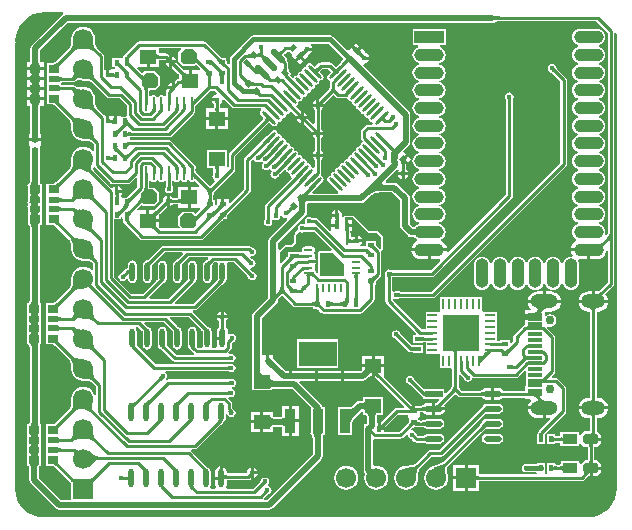
<source format=gtl>
G04*
G04 #@! TF.GenerationSoftware,Altium Limited,Altium Designer,18.1.9 (240)*
G04*
G04 Layer_Physical_Order=1*
G04 Layer_Color=255*
%FSLAX25Y25*%
%MOIN*%
G70*
G01*
G75*
%ADD12C,0.02000*%
%ADD15C,0.01000*%
%ADD18O,0.04331X0.09843*%
%ADD19O,0.09843X0.04331*%
%ADD20R,0.09843X0.04331*%
%ADD21R,0.01575X0.01968*%
%ADD22R,0.05000X0.03500*%
G04:AMPARAMS|DCode=23|XSize=50mil|YSize=35mil|CornerRadius=0mil|HoleSize=0mil|Usage=FLASHONLY|Rotation=0.000|XOffset=0mil|YOffset=0mil|HoleType=Round|Shape=Octagon|*
%AMOCTAGOND23*
4,1,8,0.02500,-0.00875,0.02500,0.00875,0.01625,0.01750,-0.01625,0.01750,-0.02500,0.00875,-0.02500,-0.00875,-0.01625,-0.01750,0.01625,-0.01750,0.02500,-0.00875,0.0*
%
%ADD23OCTAGOND23*%

G04:AMPARAMS|DCode=24|XSize=15.75mil|YSize=19.68mil|CornerRadius=0mil|HoleSize=0mil|Usage=FLASHONLY|Rotation=225.000|XOffset=0mil|YOffset=0mil|HoleType=Round|Shape=Rectangle|*
%AMROTATEDRECTD24*
4,1,4,-0.00139,0.01253,0.01253,-0.00139,0.00139,-0.01253,-0.01253,0.00139,-0.00139,0.01253,0.0*
%
%ADD24ROTATEDRECTD24*%

G04:AMPARAMS|DCode=25|XSize=15.75mil|YSize=19.68mil|CornerRadius=0mil|HoleSize=0mil|Usage=FLASHONLY|Rotation=135.000|XOffset=0mil|YOffset=0mil|HoleType=Round|Shape=Rectangle|*
%AMROTATEDRECTD25*
4,1,4,0.01253,0.00139,-0.00139,-0.01253,-0.01253,-0.00139,0.00139,0.01253,0.01253,0.00139,0.0*
%
%ADD25ROTATEDRECTD25*%

G04:AMPARAMS|DCode=26|XSize=21.65mil|YSize=57.09mil|CornerRadius=5.41mil|HoleSize=0mil|Usage=FLASHONLY|Rotation=225.000|XOffset=0mil|YOffset=0mil|HoleType=Round|Shape=RoundedRectangle|*
%AMROUNDEDRECTD26*
21,1,0.02165,0.04626,0,0,225.0*
21,1,0.01083,0.05709,0,0,225.0*
1,1,0.01083,-0.02018,0.01253*
1,1,0.01083,-0.01253,0.02018*
1,1,0.01083,0.02018,-0.01253*
1,1,0.01083,0.01253,-0.02018*
%
%ADD26ROUNDEDRECTD26*%
G04:AMPARAMS|DCode=27|XSize=21.65mil|YSize=57.09mil|CornerRadius=5.41mil|HoleSize=0mil|Usage=FLASHONLY|Rotation=225.000|XOffset=0mil|YOffset=0mil|HoleType=Round|Shape=RoundedRectangle|*
%AMROUNDEDRECTD27*
21,1,0.02165,0.04626,0,0,225.0*
21,1,0.01083,0.05709,0,0,225.0*
1,1,0.01083,-0.02018,0.01253*
1,1,0.01083,-0.01253,0.02018*
1,1,0.01083,0.02018,-0.01253*
1,1,0.01083,0.01253,-0.02018*
%
%ADD27ROUNDEDRECTD27*%
%ADD28R,0.04528X0.01181*%
%ADD29R,0.04520X0.01180*%
%ADD30R,0.11929X0.11929*%
%ADD31R,0.03347X0.00984*%
%ADD32R,0.00984X0.03347*%
G04:AMPARAMS|DCode=33|XSize=9.84mil|YSize=61.02mil|CornerRadius=0mil|HoleSize=0mil|Usage=FLASHONLY|Rotation=45.000|XOffset=0mil|YOffset=0mil|HoleType=Round|Shape=Round|*
%AMOVALD33*
21,1,0.05118,0.00984,0.00000,0.00000,135.0*
1,1,0.00984,0.01810,-0.01810*
1,1,0.00984,-0.01810,0.01810*
%
%ADD33OVALD33*%

G04:AMPARAMS|DCode=34|XSize=9.84mil|YSize=61.02mil|CornerRadius=0mil|HoleSize=0mil|Usage=FLASHONLY|Rotation=315.000|XOffset=0mil|YOffset=0mil|HoleType=Round|Shape=Round|*
%AMOVALD34*
21,1,0.05118,0.00984,0.00000,0.00000,45.0*
1,1,0.00984,-0.01810,-0.01810*
1,1,0.00984,0.01810,0.01810*
%
%ADD34OVALD34*%

%ADD35O,0.03150X0.00984*%
%ADD36O,0.00984X0.03150*%
%ADD37R,0.00984X0.03150*%
%ADD38R,0.03937X0.03937*%
%ADD39R,0.01968X0.01575*%
%ADD40R,0.03543X0.02559*%
%ADD41R,0.03543X0.01968*%
%ADD42R,0.05906X0.01968*%
%ADD43O,0.05906X0.01968*%
%ADD44R,0.12598X0.08268*%
%ADD45R,0.03543X0.08268*%
%ADD46R,0.05512X0.04724*%
G04:AMPARAMS|DCode=47|XSize=55mil|YSize=50mil|CornerRadius=0mil|HoleSize=0mil|Usage=FLASHONLY|Rotation=180.000|XOffset=0mil|YOffset=0mil|HoleType=Round|Shape=Octagon|*
%AMOCTAGOND47*
4,1,8,-0.02750,0.01250,-0.02750,-0.01250,-0.01500,-0.02500,0.01500,-0.02500,0.02750,-0.01250,0.02750,0.01250,0.01500,0.02500,-0.01500,0.02500,-0.02750,0.01250,0.0*
%
%ADD47OCTAGOND47*%

%ADD48R,0.05500X0.05000*%
%ADD49O,0.00984X0.04724*%
%ADD50R,0.00984X0.04724*%
%ADD51O,0.01772X0.06299*%
%ADD92C,0.01500*%
%ADD93R,0.06693X0.06693*%
%ADD94C,0.06693*%
%ADD95O,0.09055X0.04724*%
%ADD96O,0.07874X0.04724*%
%ADD97C,0.02953*%
%ADD98R,0.06693X0.06693*%
%ADD99C,0.01600*%
G36*
X62466Y-46432D02*
X62559Y-46467D01*
X62688Y-46498D01*
X62852Y-46525D01*
X63284Y-46567D01*
X64193Y-46598D01*
X64566Y-46600D01*
Y-47600D01*
X64193Y-47602D01*
X62688Y-47702D01*
X62559Y-47733D01*
X62466Y-47768D01*
X62407Y-47807D01*
Y-46393D01*
X62466Y-46432D01*
D02*
G37*
G36*
X-89442Y-61073D02*
X-89381Y-61713D01*
X-89328Y-61973D01*
X-89260Y-62193D01*
X-89176Y-62373D01*
X-89077Y-62513D01*
X-88963Y-62613D01*
X-88834Y-62673D01*
X-88690Y-62693D01*
X-92209D01*
X-92065Y-62673D01*
X-91936Y-62613D01*
X-91822Y-62513D01*
X-91723Y-62373D01*
X-91640Y-62193D01*
X-91571Y-61973D01*
X-91518Y-61713D01*
X-91480Y-61413D01*
X-91457Y-61073D01*
X-91450Y-60693D01*
X-89450D01*
X-89442Y-61073D01*
D02*
G37*
G36*
X-87444Y-45149D02*
X-87078Y-45222D01*
X-81269D01*
X-81117Y-45722D01*
X-81454Y-45946D01*
X-91603Y-56096D01*
X-91957Y-56625D01*
X-92081Y-57250D01*
Y-60639D01*
X-92099Y-60680D01*
X-92106Y-61045D01*
X-92127Y-61351D01*
X-92159Y-61607D01*
X-92174Y-61681D01*
X-93221D01*
Y-63461D01*
X-90450D01*
X-87678D01*
Y-61681D01*
X-88725D01*
X-88738Y-61617D01*
X-88793Y-61036D01*
X-88800Y-60680D01*
X-88818Y-60639D01*
Y-57925D01*
X-79624Y-48731D01*
X61700D01*
X62324Y-48607D01*
X62671Y-48375D01*
X62694Y-48376D01*
X62751Y-48355D01*
X62787Y-48346D01*
X64216Y-48251D01*
X64570Y-48249D01*
X64636Y-48222D01*
X96535D01*
X100378Y-52065D01*
Y-118285D01*
X100353Y-118332D01*
X100359Y-118351D01*
X100351Y-118370D01*
X100345Y-118543D01*
X100329Y-118684D01*
X100303Y-118819D01*
X100268Y-118948D01*
X100223Y-119071D01*
X100167Y-119190D01*
X100102Y-119306D01*
X100025Y-119419D01*
X99935Y-119531D01*
X99818Y-119658D01*
X99770Y-119648D01*
X99425Y-119174D01*
X99520Y-118452D01*
X99425Y-117730D01*
X99146Y-117057D01*
X98703Y-116480D01*
X98125Y-116036D01*
X97453Y-115758D01*
X97404Y-115751D01*
Y-115247D01*
X97453Y-115241D01*
X98125Y-114962D01*
X98703Y-114519D01*
X99146Y-113941D01*
X99425Y-113268D01*
X99520Y-112547D01*
X99425Y-111825D01*
X99146Y-111152D01*
X98703Y-110574D01*
X98125Y-110131D01*
X97453Y-109852D01*
X97404Y-109846D01*
Y-109342D01*
X97453Y-109335D01*
X98125Y-109056D01*
X98703Y-108613D01*
X99146Y-108036D01*
X99425Y-107363D01*
X99520Y-106641D01*
X99425Y-105919D01*
X99146Y-105246D01*
X98703Y-104669D01*
X98125Y-104225D01*
X97453Y-103947D01*
X97404Y-103940D01*
Y-103436D01*
X97453Y-103430D01*
X98125Y-103151D01*
X98703Y-102708D01*
X99146Y-102130D01*
X99425Y-101457D01*
X99520Y-100735D01*
X99425Y-100013D01*
X99146Y-99341D01*
X98703Y-98763D01*
X98125Y-98320D01*
X97453Y-98041D01*
X97404Y-98035D01*
Y-97531D01*
X97453Y-97524D01*
X98125Y-97246D01*
X98703Y-96802D01*
X99146Y-96224D01*
X99425Y-95552D01*
X99520Y-94830D01*
X99425Y-94108D01*
X99146Y-93435D01*
X98703Y-92858D01*
X98125Y-92414D01*
X97453Y-92136D01*
X97404Y-92129D01*
Y-91625D01*
X97453Y-91619D01*
X98125Y-91340D01*
X98703Y-90897D01*
X99146Y-90319D01*
X99425Y-89646D01*
X99520Y-88924D01*
X99425Y-88203D01*
X99146Y-87530D01*
X98703Y-86952D01*
X98125Y-86509D01*
X97453Y-86230D01*
X97404Y-86224D01*
Y-85720D01*
X97453Y-85713D01*
X98125Y-85434D01*
X98703Y-84991D01*
X99146Y-84413D01*
X99425Y-83741D01*
X99520Y-83019D01*
X99425Y-82297D01*
X99146Y-81624D01*
X98703Y-81047D01*
X98125Y-80603D01*
X97453Y-80325D01*
X97404Y-80318D01*
Y-79814D01*
X97453Y-79808D01*
X98125Y-79529D01*
X98703Y-79086D01*
X99146Y-78508D01*
X99425Y-77835D01*
X99520Y-77113D01*
X99425Y-76392D01*
X99146Y-75719D01*
X98703Y-75141D01*
X98125Y-74698D01*
X97453Y-74419D01*
X97404Y-74413D01*
Y-73909D01*
X97453Y-73902D01*
X98125Y-73623D01*
X98703Y-73180D01*
X99146Y-72602D01*
X99425Y-71930D01*
X99520Y-71208D01*
X99425Y-70486D01*
X99146Y-69813D01*
X98703Y-69236D01*
X98125Y-68792D01*
X97453Y-68514D01*
X97404Y-68507D01*
Y-68003D01*
X97453Y-67997D01*
X98125Y-67718D01*
X98703Y-67275D01*
X99146Y-66697D01*
X99425Y-66024D01*
X99520Y-65302D01*
X99425Y-64581D01*
X99146Y-63908D01*
X98703Y-63330D01*
X98125Y-62887D01*
X97453Y-62608D01*
X97404Y-62602D01*
Y-62098D01*
X97453Y-62091D01*
X98125Y-61812D01*
X98703Y-61369D01*
X99146Y-60791D01*
X99425Y-60119D01*
X99520Y-59397D01*
X99425Y-58675D01*
X99146Y-58002D01*
X98703Y-57425D01*
X98125Y-56981D01*
X97453Y-56703D01*
X97404Y-56696D01*
Y-56192D01*
X97453Y-56186D01*
X98125Y-55907D01*
X98703Y-55464D01*
X99146Y-54886D01*
X99425Y-54213D01*
X99520Y-53491D01*
X99425Y-52769D01*
X99146Y-52097D01*
X98703Y-51519D01*
X98125Y-51076D01*
X97453Y-50797D01*
X96731Y-50702D01*
X91219D01*
X90497Y-50797D01*
X89824Y-51076D01*
X89247Y-51519D01*
X88803Y-52097D01*
X88525Y-52769D01*
X88430Y-53491D01*
X88525Y-54213D01*
X88803Y-54886D01*
X89247Y-55464D01*
X89824Y-55907D01*
X90497Y-56186D01*
X90546Y-56192D01*
Y-56696D01*
X90497Y-56703D01*
X89824Y-56981D01*
X89247Y-57425D01*
X88803Y-58002D01*
X88525Y-58675D01*
X88430Y-59397D01*
X88525Y-60119D01*
X88803Y-60791D01*
X89247Y-61369D01*
X89824Y-61812D01*
X90497Y-62091D01*
X90546Y-62098D01*
Y-62602D01*
X90497Y-62608D01*
X89824Y-62887D01*
X89247Y-63330D01*
X88803Y-63908D01*
X88525Y-64581D01*
X88430Y-65302D01*
X88525Y-66024D01*
X88803Y-66697D01*
X89247Y-67275D01*
X89824Y-67718D01*
X90497Y-67997D01*
X90546Y-68003D01*
Y-68507D01*
X90497Y-68514D01*
X89824Y-68792D01*
X89247Y-69236D01*
X88803Y-69813D01*
X88525Y-70486D01*
X88430Y-71208D01*
X88525Y-71930D01*
X88803Y-72602D01*
X89247Y-73180D01*
X89824Y-73623D01*
X90497Y-73902D01*
X90546Y-73909D01*
Y-74413D01*
X90497Y-74419D01*
X89824Y-74698D01*
X89247Y-75141D01*
X88803Y-75719D01*
X88525Y-76392D01*
X88430Y-77113D01*
X88525Y-77835D01*
X88803Y-78508D01*
X89247Y-79086D01*
X89824Y-79529D01*
X90497Y-79808D01*
X90546Y-79814D01*
Y-80318D01*
X90497Y-80325D01*
X89824Y-80603D01*
X89247Y-81047D01*
X88803Y-81624D01*
X88525Y-82297D01*
X88430Y-83019D01*
X88525Y-83741D01*
X88803Y-84413D01*
X89247Y-84991D01*
X89824Y-85434D01*
X90497Y-85713D01*
X90546Y-85720D01*
Y-86224D01*
X90497Y-86230D01*
X89824Y-86509D01*
X89247Y-86952D01*
X88803Y-87530D01*
X88525Y-88203D01*
X88430Y-88924D01*
X88525Y-89646D01*
X88803Y-90319D01*
X89247Y-90897D01*
X89824Y-91340D01*
X90497Y-91619D01*
X90546Y-91625D01*
Y-92129D01*
X90497Y-92136D01*
X89824Y-92414D01*
X89247Y-92858D01*
X88803Y-93435D01*
X88525Y-94108D01*
X88430Y-94830D01*
X88525Y-95552D01*
X88803Y-96224D01*
X89247Y-96802D01*
X89824Y-97246D01*
X90497Y-97524D01*
X90546Y-97531D01*
Y-98035D01*
X90497Y-98041D01*
X89824Y-98320D01*
X89247Y-98763D01*
X88803Y-99341D01*
X88525Y-100013D01*
X88430Y-100735D01*
X88525Y-101457D01*
X88803Y-102130D01*
X89247Y-102708D01*
X89824Y-103151D01*
X90497Y-103430D01*
X90546Y-103436D01*
Y-103940D01*
X90497Y-103947D01*
X89824Y-104225D01*
X89247Y-104669D01*
X88803Y-105246D01*
X88525Y-105919D01*
X88430Y-106641D01*
X88525Y-107363D01*
X88803Y-108036D01*
X89247Y-108613D01*
X89824Y-109056D01*
X90497Y-109335D01*
X90546Y-109342D01*
Y-109846D01*
X90497Y-109852D01*
X89824Y-110131D01*
X89247Y-110574D01*
X88803Y-111152D01*
X88525Y-111825D01*
X88430Y-112547D01*
X88525Y-113268D01*
X88803Y-113941D01*
X89247Y-114519D01*
X89824Y-114962D01*
X90497Y-115241D01*
X90546Y-115247D01*
Y-115751D01*
X90497Y-115758D01*
X89824Y-116036D01*
X89247Y-116480D01*
X88803Y-117057D01*
X88525Y-117730D01*
X88430Y-118452D01*
X88525Y-119174D01*
X88803Y-119847D01*
X89247Y-120424D01*
X89824Y-120868D01*
X89945Y-120918D01*
Y-121459D01*
X89623Y-121593D01*
X88961Y-122100D01*
X88454Y-122761D01*
X88135Y-123531D01*
X88092Y-123857D01*
X93975D01*
Y-124357D01*
X94475D01*
Y-127550D01*
X96731D01*
X97557Y-127441D01*
X98327Y-127122D01*
X98988Y-126615D01*
X99496Y-125954D01*
X99815Y-125184D01*
X99878Y-124699D01*
X100378Y-124732D01*
Y-135164D01*
X97589Y-137953D01*
X97585Y-137953D01*
X97570Y-137972D01*
X97515Y-138028D01*
X97451Y-138052D01*
X97296Y-138200D01*
X97281Y-138213D01*
X97120Y-138192D01*
X96045D01*
Y-141083D01*
X100445D01*
X100395Y-140706D01*
X100056Y-139888D01*
X99523Y-139192D01*
X102293Y-136421D01*
X102293Y-136421D01*
X102536Y-136057D01*
X102622Y-135628D01*
Y-119708D01*
X102647Y-119661D01*
X102622Y-119579D01*
Y-52181D01*
X103122Y-52106D01*
X103373Y-52936D01*
X103557Y-54800D01*
X103551Y-54856D01*
X103478Y-55222D01*
X103478Y-202962D01*
X103478Y-202962D01*
X103478Y-202935D01*
X103461Y-203102D01*
X103433Y-203315D01*
X103413Y-203460D01*
X103452Y-203952D01*
X103273Y-205764D01*
X102729Y-207557D01*
X101846Y-209209D01*
X100658Y-210658D01*
X99209Y-211846D01*
X97557Y-212729D01*
X95764Y-213273D01*
X94020Y-213445D01*
X93523Y-213420D01*
X93334Y-213443D01*
X93173Y-213461D01*
X93004Y-213478D01*
X-87107Y-213478D01*
X-87402Y-213537D01*
X-87600Y-213557D01*
X-89464Y-213373D01*
X-91257Y-212829D01*
X-92909Y-211946D01*
X-94358Y-210758D01*
X-95546Y-209309D01*
X-96429Y-207657D01*
X-96973Y-205864D01*
X-97145Y-204120D01*
X-97119Y-203623D01*
X-97143Y-203434D01*
X-97162Y-203273D01*
X-97178Y-203104D01*
X-97179Y-55720D01*
X-97113Y-55622D01*
X-97104Y-55577D01*
X-97013Y-55141D01*
X-97013Y-55140D01*
X-97052Y-54648D01*
X-96873Y-52836D01*
X-96329Y-51043D01*
X-95446Y-49391D01*
X-94258Y-47942D01*
X-92809Y-46754D01*
X-91157Y-45871D01*
X-89364Y-45327D01*
X-87500Y-45143D01*
X-87444Y-45149D01*
D02*
G37*
G36*
X102000Y-119600D02*
X101000Y-121807D01*
X100993Y-121624D01*
X100972Y-121475D01*
X100936Y-121361D01*
X100887Y-121280D01*
X100823Y-121234D01*
X100745Y-121222D01*
X100654Y-121244D01*
X100548Y-121300D01*
X100427Y-121390D01*
X100293Y-121514D01*
Y-120100D01*
X100427Y-119956D01*
X100548Y-119805D01*
X100654Y-119649D01*
X100745Y-119487D01*
X100823Y-119320D01*
X100887Y-119146D01*
X100936Y-118966D01*
X100972Y-118781D01*
X100993Y-118590D01*
X101000Y-118393D01*
X102000Y-119600D01*
D02*
G37*
G36*
X99286Y-122521D02*
X99128Y-122686D01*
X98884Y-122986D01*
X98798Y-123121D01*
X98736Y-123246D01*
X98698Y-123361D01*
X98684Y-123467D01*
X98694Y-123562D01*
X98728Y-123647D01*
X98785Y-123722D01*
X97383Y-122310D01*
X97457Y-122368D01*
X97542Y-122402D01*
X97637Y-122413D01*
X97742Y-122399D01*
X97856Y-122361D01*
X97981Y-122300D01*
X98116Y-122214D01*
X98261Y-122104D01*
X98415Y-121970D01*
X98580Y-121813D01*
X99286Y-122521D01*
D02*
G37*
G36*
X94562Y-123809D02*
X94586Y-123819D01*
X94619Y-123828D01*
X94660Y-123836D01*
X94709Y-123843D01*
X94832Y-123852D01*
X95079Y-123857D01*
Y-124857D01*
X94989Y-124858D01*
X94660Y-124879D01*
X94619Y-124887D01*
X94586Y-124896D01*
X94562Y-124906D01*
X94546Y-124917D01*
Y-123798D01*
X94562Y-123809D01*
D02*
G37*
G36*
X98998Y-138837D02*
X98844Y-138998D01*
X98718Y-139146D01*
X98619Y-139280D01*
X98549Y-139400D01*
X98506Y-139506D01*
X98491Y-139599D01*
X98504Y-139677D01*
X98544Y-139743D01*
X98613Y-139794D01*
X98709Y-139832D01*
X96492Y-139210D01*
X96608Y-139231D01*
X96728Y-139233D01*
X96855Y-139214D01*
X96987Y-139175D01*
X97125Y-139117D01*
X97268Y-139038D01*
X97418Y-138939D01*
X97573Y-138820D01*
X97733Y-138681D01*
X97900Y-138522D01*
X98998Y-138837D01*
D02*
G37*
%LPC*%
G36*
X16561Y-55333D02*
X15651Y-56243D01*
X16700Y-57293D01*
X17610Y-56383D01*
X16561Y-55333D01*
D02*
G37*
G36*
X-87678Y-64461D02*
X-89450D01*
X-89442Y-64833D01*
X-89404Y-65228D01*
X-88690D01*
X-88834Y-65248D01*
X-88963Y-65308D01*
X-89077Y-65408D01*
X-89176Y-65548D01*
X-89260Y-65728D01*
X-89295Y-65841D01*
X-89260Y-65953D01*
X-89176Y-66133D01*
X-89077Y-66273D01*
X-88963Y-66373D01*
X-88834Y-66433D01*
X-88690Y-66453D01*
X-89412D01*
X-89419Y-66508D01*
X-89442Y-66848D01*
X-89444Y-66925D01*
X-87678D01*
Y-66240D01*
Y-64461D01*
D02*
G37*
G36*
X-91450D02*
X-93221D01*
Y-66240D01*
Y-66925D01*
X-91456D01*
X-91457Y-66848D01*
X-91495Y-66453D01*
X-92209D01*
X-92065Y-66433D01*
X-91936Y-66373D01*
X-91822Y-66273D01*
X-91723Y-66133D01*
X-91640Y-65953D01*
X-91605Y-65841D01*
X-91640Y-65728D01*
X-91723Y-65548D01*
X-91822Y-65408D01*
X-91936Y-65308D01*
X-92065Y-65248D01*
X-92209Y-65228D01*
X-91487D01*
X-91480Y-65173D01*
X-91457Y-64833D01*
X-91450Y-64461D01*
D02*
G37*
G36*
X-87678Y-67925D02*
X-89443D01*
X-89442Y-67983D01*
X-89403Y-68397D01*
X-88690D01*
X-88834Y-68417D01*
X-88963Y-68477D01*
X-89077Y-68577D01*
X-89176Y-68717D01*
X-89260Y-68897D01*
X-89292Y-69000D01*
X-89260Y-69103D01*
X-89176Y-69283D01*
X-89077Y-69423D01*
X-88963Y-69523D01*
X-88834Y-69583D01*
X-88690Y-69603D01*
X-89410D01*
X-89419Y-69677D01*
X-89442Y-70017D01*
X-89443Y-70075D01*
X-87678D01*
Y-69409D01*
Y-67925D01*
D02*
G37*
G36*
X-91456D02*
X-93221D01*
Y-69409D01*
Y-70075D01*
X-91456D01*
X-91457Y-70017D01*
X-91497Y-69603D01*
X-92209D01*
X-92065Y-69583D01*
X-91936Y-69523D01*
X-91822Y-69423D01*
X-91723Y-69283D01*
X-91640Y-69103D01*
X-91608Y-69000D01*
X-91640Y-68897D01*
X-91723Y-68717D01*
X-91822Y-68577D01*
X-91936Y-68477D01*
X-92065Y-68417D01*
X-92209Y-68397D01*
X-91489D01*
X-91480Y-68323D01*
X-91457Y-67983D01*
X-91456Y-67925D01*
D02*
G37*
G36*
X-87678Y-71075D02*
X-89444D01*
X-89442Y-71152D01*
X-89404Y-71547D01*
X-88690D01*
X-88834Y-71567D01*
X-88963Y-71627D01*
X-89077Y-71727D01*
X-89176Y-71867D01*
X-89260Y-72047D01*
X-89295Y-72159D01*
X-89260Y-72272D01*
X-89176Y-72452D01*
X-89077Y-72592D01*
X-88963Y-72692D01*
X-88834Y-72752D01*
X-88690Y-72772D01*
X-89412D01*
X-89419Y-72827D01*
X-89442Y-73167D01*
X-89450Y-73539D01*
X-87678D01*
Y-72559D01*
Y-71075D01*
D02*
G37*
G36*
X-91456D02*
X-93221D01*
Y-72559D01*
Y-73539D01*
X-91450D01*
X-91457Y-73167D01*
X-91495Y-72772D01*
X-92209D01*
X-92065Y-72752D01*
X-91936Y-72692D01*
X-91822Y-72592D01*
X-91723Y-72452D01*
X-91640Y-72272D01*
X-91605Y-72159D01*
X-91640Y-72047D01*
X-91723Y-71867D01*
X-91822Y-71727D01*
X-91936Y-71627D01*
X-92065Y-71567D01*
X-92209Y-71547D01*
X-91487D01*
X-91480Y-71492D01*
X-91457Y-71152D01*
X-91456Y-71075D01*
D02*
G37*
G36*
X-87678Y-74539D02*
X-90450D01*
X-93221D01*
Y-76319D01*
X-92219D01*
X-92208Y-76377D01*
X-92156Y-76962D01*
X-92149Y-77319D01*
X-92131Y-77360D01*
Y-85841D01*
X-92484D01*
Y-87129D01*
X-90500D01*
X-88515D01*
Y-85841D01*
X-88868D01*
Y-77362D01*
X-88850Y-77321D01*
X-88843Y-76957D01*
X-88821Y-76654D01*
X-88787Y-76400D01*
X-88769Y-76319D01*
X-87678D01*
Y-74539D01*
D02*
G37*
G36*
X-74500Y-50020D02*
X-75530Y-50155D01*
X-76490Y-50553D01*
X-77315Y-51185D01*
X-77947Y-52010D01*
X-78345Y-52970D01*
X-78479Y-53990D01*
X-78496Y-54030D01*
X-78499Y-54510D01*
X-78551Y-55357D01*
X-78598Y-55707D01*
X-78658Y-56021D01*
X-78731Y-56293D01*
X-78812Y-56521D01*
X-78899Y-56704D01*
X-78987Y-56844D01*
X-79107Y-56985D01*
X-79125Y-57039D01*
X-83577Y-61491D01*
X-83641Y-61515D01*
X-83771Y-61639D01*
X-83886Y-61737D01*
X-83995Y-61820D01*
X-84100Y-61889D01*
X-84198Y-61944D01*
X-84291Y-61986D01*
X-84378Y-62017D01*
X-84459Y-62038D01*
X-84536Y-62051D01*
X-84644Y-62057D01*
X-84694Y-62081D01*
X-86522D01*
Y-65840D01*
X-86522Y-65840D01*
Y-65841D01*
X-86522D01*
X-86522Y-66340D01*
Y-69009D01*
Y-71660D01*
X-86522Y-72159D01*
X-86522D01*
Y-72160D01*
X-86522D01*
Y-75919D01*
X-84694D01*
X-84644Y-75943D01*
X-84536Y-75949D01*
X-84459Y-75962D01*
X-84378Y-75983D01*
X-84291Y-76014D01*
X-84198Y-76056D01*
X-84100Y-76111D01*
X-83995Y-76180D01*
X-83886Y-76263D01*
X-83771Y-76361D01*
X-83641Y-76485D01*
X-83577Y-76509D01*
X-79125Y-80961D01*
X-79107Y-81015D01*
X-78987Y-81156D01*
X-78899Y-81296D01*
X-78812Y-81479D01*
X-78731Y-81707D01*
X-78658Y-81978D01*
X-78598Y-82293D01*
X-78551Y-82643D01*
X-78499Y-83490D01*
X-78496Y-83970D01*
X-78479Y-84010D01*
X-78345Y-85030D01*
X-77947Y-85990D01*
X-77315Y-86815D01*
X-76490Y-87447D01*
X-75530Y-87845D01*
X-74510Y-87979D01*
X-74471Y-87996D01*
X-73990Y-87999D01*
X-73143Y-88051D01*
X-72793Y-88098D01*
X-72478Y-88159D01*
X-72207Y-88231D01*
X-71979Y-88312D01*
X-71796Y-88399D01*
X-71656Y-88487D01*
X-71515Y-88607D01*
X-71461Y-88625D01*
X-70922Y-89165D01*
Y-91359D01*
X-71422Y-91529D01*
X-71685Y-91185D01*
X-72510Y-90553D01*
X-73470Y-90155D01*
X-74500Y-90020D01*
X-75530Y-90155D01*
X-76490Y-90553D01*
X-77315Y-91185D01*
X-77947Y-92010D01*
X-78345Y-92970D01*
X-78480Y-94000D01*
X-78455Y-94194D01*
X-78486Y-94277D01*
X-78452Y-95187D01*
X-78464Y-95563D01*
X-78493Y-95906D01*
X-78540Y-96210D01*
X-78602Y-96472D01*
X-78675Y-96692D01*
X-78758Y-96872D01*
X-78846Y-97012D01*
X-78970Y-97158D01*
X-78988Y-97212D01*
X-83422Y-101646D01*
X-83454Y-101653D01*
X-83483Y-101698D01*
X-83533Y-101718D01*
X-83707Y-101885D01*
X-83858Y-102018D01*
X-83992Y-102125D01*
X-84108Y-102204D01*
X-84202Y-102258D01*
X-84255Y-102281D01*
X-86722D01*
Y-106040D01*
X-86722Y-106040D01*
Y-106041D01*
X-86722D01*
X-86722Y-106540D01*
Y-109209D01*
Y-111860D01*
X-86722Y-112359D01*
X-86722D01*
Y-112360D01*
X-86722D01*
Y-116119D01*
X-84255D01*
X-84202Y-116142D01*
X-84108Y-116196D01*
X-84000Y-116270D01*
X-83701Y-116520D01*
X-83533Y-116682D01*
X-83483Y-116702D01*
X-83454Y-116747D01*
X-83422Y-116754D01*
X-79163Y-121013D01*
X-79145Y-121067D01*
X-79026Y-121207D01*
X-78938Y-121346D01*
X-78850Y-121530D01*
X-78766Y-121760D01*
X-78691Y-122034D01*
X-78626Y-122352D01*
X-78574Y-122705D01*
X-78507Y-123561D01*
X-78496Y-124046D01*
X-78465Y-124114D01*
X-78345Y-125030D01*
X-77947Y-125990D01*
X-77315Y-126815D01*
X-76490Y-127447D01*
X-75530Y-127845D01*
X-74510Y-127979D01*
X-74471Y-127996D01*
X-73990Y-127999D01*
X-73143Y-128051D01*
X-72793Y-128098D01*
X-72478Y-128158D01*
X-72207Y-128231D01*
X-71979Y-128312D01*
X-71796Y-128399D01*
X-71656Y-128487D01*
X-71515Y-128607D01*
X-71461Y-128625D01*
X-71175Y-128911D01*
Y-131073D01*
X-71649Y-131233D01*
X-71685Y-131185D01*
X-72510Y-130553D01*
X-73470Y-130155D01*
X-74500Y-130019D01*
X-75530Y-130155D01*
X-76490Y-130553D01*
X-77315Y-131185D01*
X-77947Y-132010D01*
X-78345Y-132970D01*
X-78479Y-133990D01*
X-78496Y-134029D01*
X-78499Y-134510D01*
X-78551Y-135357D01*
X-78598Y-135707D01*
X-78658Y-136021D01*
X-78731Y-136293D01*
X-78812Y-136521D01*
X-78899Y-136704D01*
X-78987Y-136844D01*
X-79107Y-136985D01*
X-79125Y-137039D01*
X-83507Y-141421D01*
X-83514Y-141421D01*
X-83537Y-141451D01*
X-83579Y-141493D01*
X-83644Y-141518D01*
X-83822Y-141690D01*
X-83976Y-141826D01*
X-84113Y-141935D01*
X-84230Y-142015D01*
X-84323Y-142069D01*
X-84352Y-142081D01*
X-84784D01*
X-84786Y-142081D01*
X-84787Y-142081D01*
X-86922D01*
Y-145840D01*
X-86922Y-145840D01*
Y-145841D01*
X-86922D01*
X-86922Y-146340D01*
Y-149009D01*
Y-151660D01*
X-86922Y-152159D01*
X-86922D01*
Y-152160D01*
X-86922D01*
Y-155919D01*
X-84455D01*
X-84402Y-155942D01*
X-84308Y-155996D01*
X-84200Y-156070D01*
X-83901Y-156320D01*
X-83733Y-156482D01*
X-83683Y-156502D01*
X-83654Y-156547D01*
X-83622Y-156554D01*
X-79163Y-161013D01*
X-79145Y-161067D01*
X-79026Y-161207D01*
X-78938Y-161346D01*
X-78850Y-161530D01*
X-78766Y-161760D01*
X-78691Y-162034D01*
X-78626Y-162352D01*
X-78574Y-162705D01*
X-78507Y-163561D01*
X-78496Y-164046D01*
X-78465Y-164114D01*
X-78345Y-165030D01*
X-77947Y-165990D01*
X-77315Y-166815D01*
X-76490Y-167447D01*
X-75530Y-167845D01*
X-74510Y-167979D01*
X-74471Y-167996D01*
X-73990Y-167999D01*
X-73143Y-168051D01*
X-72793Y-168098D01*
X-72478Y-168158D01*
X-72207Y-168231D01*
X-71979Y-168312D01*
X-71796Y-168399D01*
X-71656Y-168487D01*
X-71515Y-168607D01*
X-71461Y-168625D01*
X-70222Y-169865D01*
Y-172710D01*
X-70722Y-172809D01*
X-71053Y-172010D01*
X-71685Y-171185D01*
X-72510Y-170553D01*
X-73470Y-170155D01*
X-74500Y-170019D01*
X-75530Y-170155D01*
X-76490Y-170553D01*
X-77315Y-171185D01*
X-77947Y-172010D01*
X-78345Y-172970D01*
X-78480Y-174000D01*
X-78446Y-174265D01*
X-78479Y-174361D01*
X-78428Y-175260D01*
X-78433Y-175631D01*
X-78458Y-175970D01*
X-78500Y-176269D01*
X-78558Y-176528D01*
X-78629Y-176746D01*
X-78711Y-176924D01*
X-78798Y-177064D01*
X-78924Y-177212D01*
X-78925Y-177214D01*
X-78928Y-177216D01*
X-78944Y-177268D01*
X-83622Y-181946D01*
X-83654Y-181953D01*
X-83683Y-181998D01*
X-83733Y-182018D01*
X-83907Y-182185D01*
X-84058Y-182318D01*
X-84193Y-182424D01*
X-84308Y-182504D01*
X-84402Y-182557D01*
X-84455Y-182581D01*
X-86922D01*
Y-186340D01*
X-86922Y-186340D01*
Y-186341D01*
X-86922D01*
X-86922Y-186840D01*
Y-189509D01*
Y-192160D01*
X-86922Y-192659D01*
X-86922D01*
Y-192660D01*
X-86922D01*
Y-196419D01*
X-84455D01*
X-84402Y-196442D01*
X-84308Y-196496D01*
X-84200Y-196570D01*
X-83901Y-196820D01*
X-83733Y-196982D01*
X-83683Y-197002D01*
X-83654Y-197047D01*
X-83622Y-197054D01*
X-79057Y-201619D01*
X-79040Y-201671D01*
X-79019Y-201683D01*
X-79010Y-201705D01*
X-78847Y-201875D01*
X-78718Y-202022D01*
X-78614Y-202154D01*
X-78536Y-202268D01*
X-78482Y-202362D01*
X-78452Y-202431D01*
X-78447Y-202448D01*
Y-202489D01*
X-78448Y-202493D01*
X-78447Y-202502D01*
Y-207769D01*
X-81824D01*
X-89218Y-200375D01*
Y-197861D01*
X-89200Y-197820D01*
X-89193Y-197455D01*
X-89173Y-197149D01*
X-89140Y-196893D01*
X-89098Y-196689D01*
X-89052Y-196541D01*
X-89012Y-196453D01*
X-89010Y-196451D01*
X-89001Y-196450D01*
X-88947Y-196419D01*
X-88478D01*
Y-195897D01*
X-88441Y-195807D01*
X-88459Y-195763D01*
X-88447Y-195718D01*
X-88478Y-195664D01*
Y-193432D01*
X-88452Y-193392D01*
X-88465Y-193330D01*
X-88441Y-193272D01*
X-88478Y-193182D01*
Y-192660D01*
X-88478D01*
X-88478Y-192659D01*
X-88478Y-192659D01*
Y-192137D01*
X-88441Y-192047D01*
X-88465Y-191989D01*
X-88452Y-191927D01*
X-88478Y-191887D01*
Y-190263D01*
X-88452Y-190223D01*
X-88465Y-190161D01*
X-88441Y-190103D01*
X-88478Y-190012D01*
Y-188988D01*
X-88441Y-188898D01*
X-88465Y-188839D01*
X-88452Y-188777D01*
X-88478Y-188737D01*
Y-187113D01*
X-88452Y-187073D01*
X-88465Y-187011D01*
X-88441Y-186953D01*
X-88478Y-186863D01*
Y-186341D01*
X-88478D01*
X-88478Y-186340D01*
X-88478Y-186340D01*
Y-185819D01*
X-88441Y-185728D01*
X-88465Y-185670D01*
X-88452Y-185608D01*
X-88478Y-185568D01*
Y-183353D01*
X-88452Y-183313D01*
X-88465Y-183251D01*
X-88441Y-183193D01*
X-88478Y-183103D01*
Y-182581D01*
X-88862D01*
X-88884Y-182515D01*
X-88921Y-182352D01*
X-88953Y-182142D01*
X-88995Y-181546D01*
X-89000Y-181184D01*
X-89018Y-181142D01*
Y-157367D01*
X-89000Y-157327D01*
X-88979Y-156627D01*
X-88954Y-156366D01*
X-88921Y-156148D01*
X-88884Y-155985D01*
X-88862Y-155919D01*
X-88478D01*
Y-155397D01*
X-88441Y-155307D01*
X-88465Y-155249D01*
X-88452Y-155187D01*
X-88478Y-155147D01*
Y-152932D01*
X-88452Y-152892D01*
X-88465Y-152830D01*
X-88441Y-152772D01*
X-88478Y-152682D01*
Y-152160D01*
X-88478D01*
X-88478Y-152159D01*
X-88478Y-152159D01*
Y-151637D01*
X-88441Y-151547D01*
X-88465Y-151489D01*
X-88452Y-151427D01*
X-88478Y-151387D01*
Y-149763D01*
X-88452Y-149723D01*
X-88465Y-149661D01*
X-88441Y-149603D01*
X-88478Y-149512D01*
Y-148488D01*
X-88441Y-148398D01*
X-88465Y-148339D01*
X-88452Y-148277D01*
X-88478Y-148237D01*
Y-146613D01*
X-88452Y-146573D01*
X-88465Y-146511D01*
X-88441Y-146453D01*
X-88478Y-146363D01*
Y-145841D01*
X-88478D01*
X-88478Y-145840D01*
X-88478Y-145840D01*
Y-145319D01*
X-88441Y-145228D01*
X-88465Y-145170D01*
X-88452Y-145108D01*
X-88478Y-145068D01*
Y-142853D01*
X-88452Y-142813D01*
X-88465Y-142751D01*
X-88441Y-142693D01*
X-88478Y-142603D01*
Y-142081D01*
X-88862D01*
X-88884Y-142015D01*
X-88921Y-141852D01*
X-88953Y-141642D01*
X-88995Y-141046D01*
X-89000Y-140683D01*
X-89018Y-140642D01*
Y-117561D01*
X-89000Y-117520D01*
X-88993Y-117155D01*
X-88973Y-116849D01*
X-88940Y-116593D01*
X-88898Y-116389D01*
X-88852Y-116241D01*
X-88812Y-116153D01*
X-88810Y-116151D01*
X-88801Y-116150D01*
X-88748Y-116119D01*
X-88278D01*
Y-115597D01*
X-88240Y-115507D01*
X-88259Y-115463D01*
X-88247Y-115418D01*
X-88278Y-115364D01*
Y-113114D01*
X-88247Y-113061D01*
X-88259Y-113015D01*
X-88240Y-112972D01*
X-88278Y-112882D01*
X-88278Y-112360D01*
X-88278D01*
Y-112359D01*
X-88278D01*
Y-111837D01*
X-88240Y-111747D01*
X-88259Y-111704D01*
X-88247Y-111658D01*
X-88278Y-111605D01*
Y-109945D01*
X-88247Y-109892D01*
X-88259Y-109846D01*
X-88240Y-109803D01*
X-88278Y-109712D01*
Y-108688D01*
X-88240Y-108598D01*
X-88259Y-108554D01*
X-88247Y-108508D01*
X-88278Y-108455D01*
Y-106796D01*
X-88247Y-106742D01*
X-88259Y-106696D01*
X-88240Y-106653D01*
X-88278Y-106563D01*
X-88278Y-106041D01*
X-88278D01*
Y-106040D01*
X-88278D01*
Y-105519D01*
X-88240Y-105428D01*
X-88259Y-105385D01*
X-88247Y-105339D01*
X-88278Y-105286D01*
Y-103036D01*
X-88247Y-102982D01*
X-88259Y-102937D01*
X-88240Y-102893D01*
X-88278Y-102803D01*
Y-102281D01*
X-88748D01*
X-88801Y-102250D01*
X-88810Y-102249D01*
X-88812Y-102246D01*
X-88852Y-102159D01*
X-88898Y-102011D01*
X-88938Y-101817D01*
X-88993Y-101236D01*
X-89000Y-100880D01*
X-89018Y-100839D01*
Y-92559D01*
X-88916D01*
Y-91408D01*
X-88869Y-91172D01*
X-88916Y-90935D01*
Y-89916D01*
X-88916Y-89784D01*
X-88598Y-89416D01*
X-88515D01*
Y-88129D01*
X-90500D01*
X-92484D01*
Y-89416D01*
X-92402D01*
X-92084Y-89784D01*
X-92084Y-89916D01*
Y-90588D01*
X-92157Y-90697D01*
X-92281Y-91321D01*
Y-100839D01*
X-92299Y-100880D01*
X-92306Y-101245D01*
X-92327Y-101551D01*
X-92359Y-101807D01*
X-92401Y-102011D01*
X-92447Y-102159D01*
X-92488Y-102247D01*
X-92489Y-102249D01*
X-92498Y-102250D01*
X-92552Y-102281D01*
X-93021D01*
Y-102803D01*
X-93059Y-102893D01*
X-93041Y-102937D01*
X-93053Y-102982D01*
X-93021Y-103036D01*
Y-105286D01*
X-93053Y-105339D01*
X-93041Y-105385D01*
X-93059Y-105428D01*
X-93021Y-105519D01*
X-93021Y-106040D01*
X-93021D01*
Y-106041D01*
X-93021D01*
Y-106563D01*
X-93059Y-106653D01*
X-93041Y-106696D01*
X-93053Y-106742D01*
X-93021Y-106796D01*
Y-108455D01*
X-93053Y-108508D01*
X-93041Y-108554D01*
X-93059Y-108598D01*
X-93021Y-108688D01*
Y-109712D01*
X-93059Y-109803D01*
X-93041Y-109846D01*
X-93053Y-109892D01*
X-93021Y-109945D01*
Y-111605D01*
X-93053Y-111658D01*
X-93041Y-111704D01*
X-93059Y-111747D01*
X-93021Y-111837D01*
X-93021Y-112359D01*
X-93021D01*
Y-112360D01*
X-93021D01*
Y-112882D01*
X-93059Y-112972D01*
X-93041Y-113015D01*
X-93053Y-113061D01*
X-93021Y-113114D01*
Y-115364D01*
X-93053Y-115418D01*
X-93041Y-115463D01*
X-93059Y-115507D01*
X-93021Y-115597D01*
Y-116119D01*
X-92552D01*
X-92498Y-116150D01*
X-92489Y-116151D01*
X-92488Y-116154D01*
X-92447Y-116241D01*
X-92401Y-116389D01*
X-92361Y-116583D01*
X-92306Y-117164D01*
X-92299Y-117520D01*
X-92281Y-117561D01*
Y-140636D01*
X-92299Y-140677D01*
X-92308Y-141037D01*
X-92333Y-141334D01*
X-92372Y-141580D01*
X-92422Y-141772D01*
X-92475Y-141908D01*
X-92523Y-141989D01*
X-92554Y-142024D01*
X-92566Y-142032D01*
X-92577Y-142036D01*
X-92680Y-142048D01*
X-92741Y-142081D01*
X-93221D01*
Y-142603D01*
X-93259Y-142693D01*
X-93244Y-142728D01*
X-93255Y-142764D01*
X-93221Y-142825D01*
Y-145096D01*
X-93255Y-145157D01*
X-93244Y-145193D01*
X-93259Y-145228D01*
X-93221Y-145319D01*
X-93221Y-145840D01*
X-93221D01*
Y-145841D01*
X-93221D01*
Y-146363D01*
X-93259Y-146453D01*
X-93244Y-146488D01*
X-93255Y-146524D01*
X-93221Y-146585D01*
Y-148266D01*
X-93255Y-148327D01*
X-93244Y-148363D01*
X-93259Y-148398D01*
X-93221Y-148488D01*
Y-149512D01*
X-93259Y-149603D01*
X-93244Y-149637D01*
X-93255Y-149673D01*
X-93221Y-149734D01*
Y-151415D01*
X-93255Y-151476D01*
X-93244Y-151512D01*
X-93259Y-151547D01*
X-93221Y-151637D01*
X-93221Y-152159D01*
X-93221D01*
Y-152160D01*
X-93221D01*
Y-152682D01*
X-93259Y-152772D01*
X-93244Y-152807D01*
X-93255Y-152843D01*
X-93221Y-152904D01*
Y-155175D01*
X-93255Y-155236D01*
X-93244Y-155272D01*
X-93259Y-155307D01*
X-93221Y-155397D01*
Y-155919D01*
X-92741D01*
X-92680Y-155953D01*
X-92577Y-155964D01*
X-92566Y-155968D01*
X-92554Y-155976D01*
X-92523Y-156011D01*
X-92475Y-156092D01*
X-92422Y-156228D01*
X-92372Y-156420D01*
X-92333Y-156666D01*
X-92308Y-156963D01*
X-92299Y-157323D01*
X-92281Y-157364D01*
Y-181136D01*
X-92299Y-181177D01*
X-92308Y-181537D01*
X-92333Y-181834D01*
X-92372Y-182080D01*
X-92422Y-182273D01*
X-92475Y-182408D01*
X-92523Y-182489D01*
X-92554Y-182524D01*
X-92566Y-182532D01*
X-92577Y-182536D01*
X-92680Y-182547D01*
X-92741Y-182581D01*
X-93221D01*
Y-183103D01*
X-93259Y-183193D01*
X-93244Y-183228D01*
X-93255Y-183264D01*
X-93221Y-183325D01*
Y-185596D01*
X-93255Y-185657D01*
X-93244Y-185693D01*
X-93259Y-185728D01*
X-93221Y-185819D01*
X-93221Y-186340D01*
X-93221D01*
Y-186341D01*
X-93221D01*
Y-186863D01*
X-93259Y-186953D01*
X-93244Y-186988D01*
X-93255Y-187024D01*
X-93221Y-187085D01*
Y-188766D01*
X-93255Y-188827D01*
X-93244Y-188863D01*
X-93259Y-188898D01*
X-93221Y-188988D01*
Y-190012D01*
X-93259Y-190103D01*
X-93244Y-190137D01*
X-93255Y-190173D01*
X-93221Y-190234D01*
Y-191915D01*
X-93255Y-191976D01*
X-93244Y-192012D01*
X-93259Y-192047D01*
X-93221Y-192137D01*
X-93221Y-192659D01*
X-93221D01*
Y-192660D01*
X-93221D01*
Y-193182D01*
X-93259Y-193272D01*
X-93244Y-193307D01*
X-93255Y-193343D01*
X-93221Y-193404D01*
Y-195664D01*
X-93252Y-195718D01*
X-93241Y-195763D01*
X-93259Y-195807D01*
X-93221Y-195897D01*
Y-196419D01*
X-92752D01*
X-92698Y-196450D01*
X-92689Y-196451D01*
X-92687Y-196453D01*
X-92647Y-196541D01*
X-92601Y-196689D01*
X-92561Y-196883D01*
X-92506Y-197464D01*
X-92499Y-197820D01*
X-92481Y-197861D01*
Y-201050D01*
X-92357Y-201675D01*
X-92003Y-202204D01*
X-83653Y-210554D01*
X-83124Y-210907D01*
X-82500Y-211031D01*
X-12500D01*
X-11876Y-210907D01*
X-11347Y-210554D01*
X4830Y-194377D01*
X5184Y-193848D01*
X5308Y-193224D01*
Y-187596D01*
X5326Y-187555D01*
X5333Y-187190D01*
X5354Y-186884D01*
X5386Y-186628D01*
X5428Y-186424D01*
X5474Y-186276D01*
X5514Y-186188D01*
X5516Y-186187D01*
X5525Y-186185D01*
X5579Y-186154D01*
X6048D01*
Y-185632D01*
X6086Y-185542D01*
X6068Y-185498D01*
X6080Y-185453D01*
X6048Y-185399D01*
Y-176686D01*
X5250D01*
X5184Y-176352D01*
X4830Y-175823D01*
X-2500Y-168493D01*
X-2308Y-168031D01*
X2602D01*
X2698Y-168096D01*
X2900Y-168136D01*
Y-166400D01*
Y-164664D01*
X2698Y-164704D01*
X2602Y-164769D01*
X-4702D01*
X-4798Y-164704D01*
X-5000Y-164664D01*
Y-166400D01*
X-6000D01*
Y-164664D01*
X-6202Y-164704D01*
X-6298Y-164769D01*
X-6991D01*
X-9596Y-162163D01*
X-9600Y-162148D01*
X-9632Y-162127D01*
X-9652Y-162107D01*
X-9670Y-162064D01*
X-11241Y-160475D01*
Y-159316D01*
X-12528D01*
Y-160673D01*
X-12253Y-160328D01*
X-12232Y-160363D01*
X-12168Y-160438D01*
X-11723Y-160912D01*
X-10132Y-162521D01*
X-11794Y-163687D01*
X-12069Y-163418D01*
X-12795Y-162781D01*
X-13004Y-162626D01*
X-13197Y-162498D01*
X-13373Y-162399D01*
X-13533Y-162329D01*
X-13677Y-162286D01*
X-13804Y-162272D01*
X-13028Y-161300D01*
X-13528D01*
Y-159316D01*
X-14816D01*
X-14940Y-158867D01*
Y-147247D01*
X-9946Y-142253D01*
X-9593Y-141724D01*
X-9469Y-141100D01*
X-9502Y-140934D01*
X-9495Y-140927D01*
X-9470Y-140872D01*
X-9450Y-140840D01*
X-8545Y-139807D01*
X-8015Y-139751D01*
X-7983Y-139780D01*
X-7924Y-139801D01*
X-7870Y-139855D01*
X-7860Y-139867D01*
X-7857Y-139867D01*
X-4532Y-143193D01*
X-4168Y-143436D01*
X-3739Y-143521D01*
X-3739Y-143521D01*
X1719D01*
X1782Y-143549D01*
X1953Y-143553D01*
X2080Y-143564D01*
X2177Y-143579D01*
X2186Y-143581D01*
Y-143984D01*
X2708D01*
X2798Y-144021D01*
X2833Y-144007D01*
X2870Y-144017D01*
X2931Y-143984D01*
X3057D01*
X3113Y-144009D01*
X3166Y-143989D01*
X3222Y-144003D01*
X3254Y-143984D01*
X3444D01*
X3551Y-144059D01*
X3894Y-144352D01*
X4094Y-144546D01*
X4159Y-144571D01*
X4205Y-144618D01*
X4226Y-144645D01*
X4233Y-144645D01*
X4865Y-145277D01*
X4865Y-145277D01*
X5229Y-145520D01*
X5658Y-145606D01*
X5658Y-145606D01*
X17671D01*
X17671Y-145606D01*
X18100Y-145520D01*
X18464Y-145277D01*
X22338Y-141403D01*
X22338Y-141403D01*
X22581Y-141039D01*
X22667Y-140610D01*
Y-136512D01*
X22694Y-136450D01*
X22698Y-136279D01*
X22709Y-136151D01*
X22724Y-136054D01*
X22727Y-136046D01*
X23129D01*
Y-135524D01*
X23167Y-135433D01*
X23152Y-135398D01*
X23163Y-135362D01*
X23129Y-135301D01*
Y-135175D01*
X23155Y-135119D01*
X23134Y-135065D01*
X23148Y-135010D01*
X23129Y-134977D01*
Y-134787D01*
X23204Y-134681D01*
X23497Y-134338D01*
X23691Y-134137D01*
X23717Y-134072D01*
X23763Y-134026D01*
X23790Y-134005D01*
X23791Y-133999D01*
X24638Y-133151D01*
X24638Y-133151D01*
X24881Y-132788D01*
X24966Y-132358D01*
X24966Y-132358D01*
Y-125208D01*
X24881Y-124779D01*
X24891Y-124746D01*
X25106Y-124588D01*
X25148Y-124570D01*
X25200Y-124518D01*
X25273Y-124465D01*
X25359Y-124430D01*
X25409Y-124310D01*
X25500Y-124219D01*
Y-124090D01*
X25549Y-123970D01*
Y-120200D01*
X25359Y-119741D01*
X23859Y-118241D01*
X23400Y-118051D01*
X23159Y-118151D01*
X20869D01*
X15859Y-113141D01*
X15400Y-112951D01*
X12853D01*
X12764Y-112988D01*
X12668Y-112978D01*
X12543Y-113079D01*
X12394Y-113141D01*
X12357Y-113230D01*
X12282Y-113291D01*
X12259Y-113334D01*
X11783Y-113163D01*
X11835Y-112900D01*
X11696Y-112198D01*
X11298Y-111602D01*
X10702Y-111204D01*
X10500Y-111164D01*
Y-112900D01*
X10000D01*
Y-113400D01*
X8264D01*
X8304Y-113602D01*
X8436Y-113799D01*
X8287Y-114299D01*
X8287D01*
X8287Y-114299D01*
Y-115783D01*
X10075D01*
Y-116783D01*
X8287D01*
Y-117894D01*
X7787Y-118101D01*
X3693Y-114007D01*
X3329Y-113764D01*
X2900Y-113678D01*
X2900Y-113678D01*
X2082D01*
X2019Y-113651D01*
X1790Y-113646D01*
X1702Y-113639D01*
X1691Y-113637D01*
X1685Y-113636D01*
X1683Y-113636D01*
X1676Y-113635D01*
X1446Y-113481D01*
X900Y-113373D01*
X354Y-113481D01*
X-109Y-113791D01*
X-419Y-114254D01*
X-527Y-114800D01*
X-419Y-115346D01*
X-706Y-115816D01*
X-854Y-115881D01*
X-1400Y-115773D01*
X-1946Y-115881D01*
X-2409Y-116191D01*
X-2719Y-116654D01*
X-2827Y-117200D01*
X-2719Y-117746D01*
X-2743Y-117867D01*
X-3718Y-118501D01*
X-3738Y-118531D01*
X-3772Y-118541D01*
X-3876Y-118732D01*
X-3999Y-118912D01*
X-3992Y-118947D01*
X-4009Y-118978D01*
X-4046Y-119333D01*
X-4036Y-119367D01*
X-4049Y-119400D01*
Y-121837D01*
X-4059Y-121841D01*
X-4969Y-122751D01*
X-7100D01*
X-7559Y-122941D01*
X-9007Y-124388D01*
X-9469Y-124197D01*
Y-122076D01*
X-347Y-112953D01*
X7Y-112424D01*
X131Y-111800D01*
Y-110312D01*
X149Y-110267D01*
X138Y-109387D01*
X522Y-108909D01*
X625Y-108879D01*
X18192D01*
X18817Y-108755D01*
X19346Y-108401D01*
X21195Y-106552D01*
X21226Y-106542D01*
X21236Y-106525D01*
X21255Y-106518D01*
X21526Y-106265D01*
X21787Y-106056D01*
X22057Y-105873D01*
X22335Y-105715D01*
X22622Y-105582D01*
X22919Y-105473D01*
X23226Y-105388D01*
X23547Y-105327D01*
X23880Y-105290D01*
X24250Y-105277D01*
X24288Y-105259D01*
X28552D01*
X31169Y-107876D01*
Y-116400D01*
X31293Y-117024D01*
X31646Y-117553D01*
X33698Y-119606D01*
X34228Y-119959D01*
X34762Y-120065D01*
X34847Y-120101D01*
X35689Y-120108D01*
X35859Y-120114D01*
X36097Y-120424D01*
X36675Y-120868D01*
X36796Y-120918D01*
Y-121459D01*
X36473Y-121593D01*
X35812Y-122100D01*
X35304Y-122761D01*
X34985Y-123531D01*
X34942Y-123857D01*
X40825D01*
X46708D01*
X46665Y-123531D01*
X46346Y-122761D01*
X45839Y-122100D01*
X45177Y-121593D01*
X44855Y-121459D01*
Y-120918D01*
X44976Y-120868D01*
X45553Y-120424D01*
X45997Y-119847D01*
X46275Y-119174D01*
X46370Y-118452D01*
X46275Y-117730D01*
X45997Y-117057D01*
X45553Y-116480D01*
X44976Y-116036D01*
X44303Y-115758D01*
X44254Y-115751D01*
Y-115247D01*
X44303Y-115241D01*
X44976Y-114962D01*
X45553Y-114519D01*
X45997Y-113941D01*
X46275Y-113268D01*
X46370Y-112547D01*
X46275Y-111825D01*
X45997Y-111152D01*
X45553Y-110574D01*
X44976Y-110131D01*
X44303Y-109852D01*
X44254Y-109846D01*
Y-109342D01*
X44303Y-109335D01*
X44976Y-109056D01*
X45553Y-108613D01*
X45997Y-108036D01*
X46275Y-107363D01*
X46370Y-106641D01*
X46275Y-105919D01*
X45997Y-105246D01*
X45553Y-104669D01*
X44976Y-104225D01*
X44303Y-103947D01*
X44254Y-103940D01*
Y-103436D01*
X44303Y-103430D01*
X44976Y-103151D01*
X45553Y-102708D01*
X45997Y-102130D01*
X46275Y-101457D01*
X46370Y-100735D01*
X46275Y-100013D01*
X45997Y-99341D01*
X45553Y-98763D01*
X44976Y-98320D01*
X44303Y-98041D01*
X44254Y-98035D01*
Y-97531D01*
X44303Y-97524D01*
X44976Y-97246D01*
X45553Y-96802D01*
X45997Y-96224D01*
X46275Y-95552D01*
X46370Y-94830D01*
X46275Y-94108D01*
X45997Y-93435D01*
X45553Y-92858D01*
X44976Y-92414D01*
X44303Y-92136D01*
X44254Y-92129D01*
Y-91625D01*
X44303Y-91619D01*
X44976Y-91340D01*
X45553Y-90897D01*
X45997Y-90319D01*
X46275Y-89646D01*
X46370Y-88924D01*
X46275Y-88203D01*
X45997Y-87530D01*
X45553Y-86952D01*
X44976Y-86509D01*
X44303Y-86230D01*
X44254Y-86224D01*
Y-85720D01*
X44303Y-85713D01*
X44976Y-85434D01*
X45553Y-84991D01*
X45997Y-84413D01*
X46275Y-83741D01*
X46370Y-83019D01*
X46275Y-82297D01*
X45997Y-81624D01*
X45553Y-81047D01*
X44976Y-80603D01*
X44303Y-80325D01*
X44254Y-80318D01*
Y-79814D01*
X44303Y-79808D01*
X44976Y-79529D01*
X45553Y-79086D01*
X45997Y-78508D01*
X46275Y-77835D01*
X46370Y-77113D01*
X46275Y-76392D01*
X45997Y-75719D01*
X45553Y-75141D01*
X44976Y-74698D01*
X44303Y-74419D01*
X44254Y-74413D01*
Y-73909D01*
X44303Y-73902D01*
X44976Y-73623D01*
X45553Y-73180D01*
X45997Y-72602D01*
X46275Y-71930D01*
X46370Y-71208D01*
X46275Y-70486D01*
X45997Y-69813D01*
X45553Y-69236D01*
X44976Y-68792D01*
X44303Y-68514D01*
X44254Y-68507D01*
Y-68003D01*
X44303Y-67997D01*
X44976Y-67718D01*
X45553Y-67275D01*
X45997Y-66697D01*
X46275Y-66024D01*
X46370Y-65302D01*
X46275Y-64581D01*
X45997Y-63908D01*
X45553Y-63330D01*
X44976Y-62887D01*
X44303Y-62608D01*
X44254Y-62602D01*
Y-62098D01*
X44303Y-62091D01*
X44976Y-61812D01*
X45553Y-61369D01*
X45997Y-60791D01*
X46275Y-60119D01*
X46370Y-59397D01*
X46275Y-58675D01*
X45997Y-58002D01*
X45553Y-57425D01*
X44976Y-56981D01*
X44433Y-56757D01*
X44533Y-56257D01*
X46346D01*
Y-50726D01*
X35304D01*
Y-56257D01*
X37117D01*
X37217Y-56757D01*
X36675Y-56981D01*
X36097Y-57425D01*
X35654Y-58002D01*
X35375Y-58675D01*
X35280Y-59397D01*
X35375Y-60119D01*
X35654Y-60791D01*
X36097Y-61369D01*
X36675Y-61812D01*
X37347Y-62091D01*
X37396Y-62098D01*
Y-62602D01*
X37347Y-62608D01*
X36675Y-62887D01*
X36097Y-63330D01*
X35654Y-63908D01*
X35375Y-64581D01*
X35280Y-65302D01*
X35375Y-66024D01*
X35654Y-66697D01*
X36097Y-67275D01*
X36675Y-67718D01*
X37347Y-67997D01*
X37396Y-68003D01*
Y-68507D01*
X37347Y-68514D01*
X36675Y-68792D01*
X36097Y-69236D01*
X35654Y-69813D01*
X35375Y-70486D01*
X35280Y-71208D01*
X35375Y-71930D01*
X35654Y-72602D01*
X36097Y-73180D01*
X36675Y-73623D01*
X37347Y-73902D01*
X37396Y-73909D01*
Y-74413D01*
X37347Y-74419D01*
X36675Y-74698D01*
X36097Y-75141D01*
X35654Y-75719D01*
X35375Y-76392D01*
X35280Y-77113D01*
X35375Y-77835D01*
X35654Y-78508D01*
X36097Y-79086D01*
X36675Y-79529D01*
X37347Y-79808D01*
X37396Y-79814D01*
Y-80318D01*
X37347Y-80325D01*
X36675Y-80603D01*
X36097Y-81047D01*
X35654Y-81624D01*
X35375Y-82297D01*
X35280Y-83019D01*
X35375Y-83741D01*
X35654Y-84413D01*
X36097Y-84991D01*
X36675Y-85434D01*
X37347Y-85713D01*
X37396Y-85720D01*
Y-86224D01*
X37347Y-86230D01*
X36675Y-86509D01*
X36097Y-86952D01*
X35654Y-87530D01*
X35375Y-88203D01*
X35280Y-88924D01*
X35375Y-89646D01*
X35654Y-90319D01*
X36097Y-90897D01*
X36675Y-91340D01*
X37347Y-91619D01*
X37396Y-91625D01*
Y-92129D01*
X37347Y-92136D01*
X36675Y-92414D01*
X36097Y-92858D01*
X35654Y-93435D01*
X35375Y-94108D01*
X35280Y-94830D01*
X35375Y-95552D01*
X35654Y-96224D01*
X36097Y-96802D01*
X36675Y-97246D01*
X37347Y-97524D01*
X37396Y-97531D01*
Y-98035D01*
X37347Y-98041D01*
X36675Y-98320D01*
X36097Y-98763D01*
X35654Y-99341D01*
X35375Y-100013D01*
X35280Y-100735D01*
X35375Y-101457D01*
X35654Y-102130D01*
X36097Y-102708D01*
X36675Y-103151D01*
X37347Y-103430D01*
X37396Y-103436D01*
Y-103940D01*
X37347Y-103947D01*
X36675Y-104225D01*
X36097Y-104669D01*
X35654Y-105246D01*
X35375Y-105919D01*
X35280Y-106641D01*
X35375Y-107363D01*
X35654Y-108036D01*
X36097Y-108613D01*
X36675Y-109056D01*
X37347Y-109335D01*
X37396Y-109342D01*
Y-109846D01*
X37347Y-109852D01*
X36675Y-110131D01*
X36097Y-110574D01*
X35654Y-111152D01*
X35375Y-111825D01*
X35280Y-112547D01*
X35375Y-113268D01*
X35654Y-113941D01*
X36097Y-114519D01*
X36675Y-114962D01*
X37347Y-115241D01*
X37396Y-115247D01*
Y-115751D01*
X37347Y-115758D01*
X36675Y-116036D01*
X36097Y-116480D01*
X35946Y-116677D01*
X35413Y-116706D01*
X34431Y-115724D01*
Y-107200D01*
X34307Y-106576D01*
X33953Y-106046D01*
X30382Y-102474D01*
X29852Y-102121D01*
X29228Y-101997D01*
X26606D01*
X26390Y-101737D01*
X26364Y-101383D01*
X30208Y-97539D01*
X30751Y-97704D01*
X30766Y-97782D01*
X30457Y-98245D01*
X30417Y-98447D01*
X33889D01*
X33848Y-98245D01*
X33450Y-97650D01*
X33274Y-97532D01*
Y-96081D01*
X32667Y-95474D01*
X32653Y-95849D01*
X31653Y-96128D01*
X31648Y-95829D01*
X31609Y-95329D01*
X31574Y-95129D01*
X31530Y-94962D01*
X31476Y-94828D01*
X31412Y-94726D01*
X31338Y-94657D01*
X31255Y-94622D01*
X31161Y-94619D01*
X31888Y-94517D01*
X32153Y-94253D01*
X31799Y-93899D01*
X33202Y-92496D01*
X32292Y-91586D01*
X32521Y-91181D01*
X34154Y-89548D01*
X34507Y-89019D01*
X34631Y-88395D01*
Y-79321D01*
X34507Y-78697D01*
X34154Y-78168D01*
X18744Y-62758D01*
X18990Y-62298D01*
X19205Y-62340D01*
X19907Y-62201D01*
X20503Y-61803D01*
X20901Y-61207D01*
X20941Y-61005D01*
X19205D01*
Y-60005D01*
X20941D01*
X20901Y-59803D01*
X20503Y-59207D01*
X19907Y-58810D01*
X19487Y-58726D01*
X19323Y-58183D01*
X19367Y-58139D01*
X18317Y-57090D01*
X17054Y-58354D01*
X16700Y-58000D01*
X16346Y-58354D01*
X14943Y-56950D01*
X14141Y-57753D01*
X14033Y-57861D01*
X13533Y-57861D01*
X13428Y-57760D01*
X13375Y-57739D01*
X8908Y-53272D01*
X8462Y-52974D01*
X7935Y-52869D01*
X-17810D01*
X-17810Y-52869D01*
X-18337Y-52974D01*
X-18783Y-53272D01*
X-18783Y-53272D01*
X-25181Y-59671D01*
X-25480Y-60117D01*
X-25585Y-60644D01*
Y-62404D01*
X-25657Y-62434D01*
X-26146Y-62458D01*
X-26516Y-62061D01*
X-26636Y-61913D01*
X-26716Y-61800D01*
Y-61609D01*
X-26697Y-61577D01*
X-26711Y-61521D01*
X-26691Y-61468D01*
X-26716Y-61412D01*
Y-60541D01*
X-27538D01*
X-27571Y-60522D01*
X-27645Y-60541D01*
X-27942D01*
X-28012Y-60501D01*
X-28125Y-60422D01*
X-28443Y-60154D01*
X-28624Y-59978D01*
X-28689Y-59953D01*
X-33435Y-55207D01*
X-33799Y-54964D01*
X-34228Y-54878D01*
X-34228Y-54878D01*
X-55900D01*
X-55900Y-54878D01*
X-56329Y-54964D01*
X-56693Y-55207D01*
X-56693Y-55207D01*
X-60801Y-59315D01*
X-61044Y-59679D01*
X-61100Y-59961D01*
X-61157Y-60086D01*
X-61167Y-60396D01*
X-61169Y-60416D01*
X-61395D01*
Y-60937D01*
X-61432Y-61028D01*
X-61410Y-61082D01*
X-61413Y-61095D01*
X-61474Y-61183D01*
X-61924Y-61266D01*
X-61954Y-61260D01*
X-61967Y-61238D01*
Y-60416D01*
X-64741D01*
Y-63584D01*
X-63931D01*
X-63882Y-63601D01*
X-63867Y-63616D01*
X-63929Y-63931D01*
X-63938Y-63947D01*
X-64113Y-64116D01*
X-65141D01*
Y-64179D01*
X-65516Y-64379D01*
X-65641Y-64396D01*
X-65800Y-64364D01*
Y-66100D01*
X-66800D01*
Y-64364D01*
X-66978Y-64400D01*
X-67067Y-64405D01*
X-67478Y-64148D01*
Y-59900D01*
X-67478Y-59900D01*
X-67564Y-59471D01*
X-67807Y-59107D01*
X-69875Y-57039D01*
X-69893Y-56985D01*
X-70013Y-56844D01*
X-70101Y-56704D01*
X-70188Y-56521D01*
X-70269Y-56293D01*
X-70341Y-56021D01*
X-70402Y-55707D01*
X-70449Y-55357D01*
X-70501Y-54510D01*
X-70504Y-54030D01*
X-70521Y-53990D01*
X-70655Y-52970D01*
X-71053Y-52010D01*
X-71685Y-51185D01*
X-72510Y-50553D01*
X-73470Y-50155D01*
X-74500Y-50020D01*
D02*
G37*
G36*
X33909Y-93203D02*
X32860Y-94253D01*
X32972Y-94365D01*
X33144Y-94341D01*
X33051Y-94368D01*
X33005Y-94398D01*
X33770Y-95163D01*
X34820Y-94114D01*
X33909Y-93203D01*
D02*
G37*
G36*
X33889Y-99447D02*
X32653D01*
Y-100683D01*
X32855Y-100643D01*
X33450Y-100245D01*
X33848Y-99650D01*
X33889Y-99447D01*
D02*
G37*
G36*
X31653D02*
X30417D01*
X30457Y-99650D01*
X30855Y-100245D01*
X31450Y-100643D01*
X31653Y-100683D01*
Y-99447D01*
D02*
G37*
G36*
X9500Y-111164D02*
X9298Y-111204D01*
X8702Y-111602D01*
X8304Y-112198D01*
X8264Y-112400D01*
X9500D01*
Y-111164D01*
D02*
G37*
G36*
X93475Y-124857D02*
X88092D01*
X88135Y-125184D01*
X88454Y-125954D01*
X88692Y-126264D01*
X88421Y-126733D01*
X88069Y-126686D01*
X87347Y-126781D01*
X86675Y-127060D01*
X86097Y-127503D01*
X85654Y-128081D01*
X85375Y-128754D01*
X85369Y-128803D01*
X84864D01*
X84858Y-128754D01*
X84579Y-128081D01*
X84136Y-127503D01*
X83558Y-127060D01*
X82886Y-126781D01*
X82164Y-126686D01*
X81442Y-126781D01*
X80769Y-127060D01*
X80191Y-127503D01*
X79748Y-128081D01*
X79470Y-128754D01*
X79463Y-128803D01*
X78959D01*
X78952Y-128754D01*
X78674Y-128081D01*
X78231Y-127503D01*
X77653Y-127060D01*
X76980Y-126781D01*
X76258Y-126686D01*
X75536Y-126781D01*
X74864Y-127060D01*
X74286Y-127503D01*
X73843Y-128081D01*
X73564Y-128754D01*
X73558Y-128803D01*
X73053D01*
X73047Y-128754D01*
X72768Y-128081D01*
X72325Y-127503D01*
X71747Y-127060D01*
X71075Y-126781D01*
X70353Y-126686D01*
X69631Y-126781D01*
X68958Y-127060D01*
X68380Y-127503D01*
X67937Y-128081D01*
X67659Y-128754D01*
X67652Y-128803D01*
X67148D01*
X67141Y-128754D01*
X66863Y-128081D01*
X66420Y-127503D01*
X65842Y-127060D01*
X65169Y-126781D01*
X64447Y-126686D01*
X63725Y-126781D01*
X63053Y-127060D01*
X62475Y-127503D01*
X62032Y-128081D01*
X61753Y-128754D01*
X61747Y-128803D01*
X61242D01*
X61236Y-128754D01*
X60957Y-128081D01*
X60514Y-127503D01*
X59936Y-127060D01*
X59264Y-126781D01*
X58542Y-126686D01*
X57820Y-126781D01*
X57147Y-127060D01*
X56569Y-127503D01*
X56126Y-128081D01*
X55848Y-128754D01*
X55752Y-129476D01*
Y-134987D01*
X55848Y-135709D01*
X56126Y-136382D01*
X56569Y-136960D01*
X57147Y-137403D01*
X57820Y-137682D01*
X58542Y-137777D01*
X59264Y-137682D01*
X59936Y-137403D01*
X60514Y-136960D01*
X60957Y-136382D01*
X61236Y-135709D01*
X61242Y-135661D01*
X61747D01*
X61753Y-135709D01*
X62032Y-136382D01*
X62475Y-136960D01*
X63053Y-137403D01*
X63725Y-137682D01*
X64447Y-137777D01*
X65169Y-137682D01*
X65842Y-137403D01*
X66420Y-136960D01*
X66863Y-136382D01*
X67141Y-135709D01*
X67148Y-135660D01*
X67652D01*
X67659Y-135709D01*
X67937Y-136382D01*
X68380Y-136960D01*
X68958Y-137403D01*
X69631Y-137682D01*
X70353Y-137777D01*
X71075Y-137682D01*
X71747Y-137403D01*
X72325Y-136960D01*
X72768Y-136382D01*
X73047Y-135709D01*
X73053Y-135661D01*
X73558D01*
X73564Y-135709D01*
X73843Y-136382D01*
X74286Y-136960D01*
X74864Y-137403D01*
X75536Y-137682D01*
X76258Y-137777D01*
X76980Y-137682D01*
X77653Y-137403D01*
X78231Y-136960D01*
X78674Y-136382D01*
X78952Y-135709D01*
X78959Y-135661D01*
X79463D01*
X79470Y-135709D01*
X79748Y-136382D01*
X80191Y-136960D01*
X80769Y-137403D01*
X81442Y-137682D01*
X82164Y-137777D01*
X82886Y-137682D01*
X83558Y-137403D01*
X84136Y-136960D01*
X84579Y-136382D01*
X84858Y-135709D01*
X84864Y-135661D01*
X85369D01*
X85375Y-135709D01*
X85654Y-136382D01*
X86097Y-136960D01*
X86675Y-137403D01*
X87347Y-137682D01*
X88069Y-137777D01*
X88791Y-137682D01*
X89464Y-137403D01*
X90042Y-136960D01*
X90485Y-136382D01*
X90763Y-135709D01*
X90859Y-134987D01*
Y-129476D01*
X90763Y-128754D01*
X90485Y-128081D01*
X90380Y-127944D01*
X90650Y-127475D01*
X91219Y-127550D01*
X93475D01*
Y-124857D01*
D02*
G37*
G36*
X40325D02*
X34942D01*
X34985Y-125184D01*
X35304Y-125954D01*
X35812Y-126615D01*
X36473Y-127122D01*
X37243Y-127441D01*
X38069Y-127550D01*
X40325D01*
Y-124857D01*
D02*
G37*
G36*
X81800Y-62473D02*
X81254Y-62581D01*
X80791Y-62891D01*
X80481Y-63354D01*
X80373Y-63900D01*
X80481Y-64446D01*
X80791Y-64909D01*
X81254Y-65219D01*
X81522Y-65272D01*
X81720Y-65446D01*
X81771Y-65497D01*
X81838Y-65524D01*
X84578Y-68265D01*
Y-95335D01*
X41635Y-138278D01*
X31082D01*
X31019Y-138251D01*
X30790Y-138246D01*
X30702Y-138239D01*
X30691Y-138237D01*
X30685Y-138236D01*
X30683Y-138236D01*
X30676Y-138235D01*
X30446Y-138081D01*
X29900Y-137973D01*
X29354Y-138081D01*
X29022Y-138303D01*
X28587Y-138137D01*
X28522Y-138082D01*
Y-133482D01*
X28542Y-133435D01*
X28575Y-133422D01*
X41800D01*
X41800Y-133422D01*
X42229Y-133336D01*
X42593Y-133093D01*
X68393Y-107293D01*
X68393Y-107293D01*
X68636Y-106929D01*
X68722Y-106500D01*
Y-74482D01*
X68749Y-74419D01*
X68754Y-74190D01*
X68761Y-74102D01*
X68763Y-74091D01*
X68764Y-74085D01*
X68764Y-74083D01*
X68765Y-74076D01*
X68919Y-73846D01*
X69027Y-73300D01*
X68919Y-72754D01*
X68609Y-72291D01*
X68146Y-71981D01*
X67600Y-71873D01*
X67054Y-71981D01*
X66591Y-72291D01*
X66281Y-72754D01*
X66173Y-73300D01*
X66281Y-73846D01*
X66433Y-74074D01*
X66450Y-74337D01*
X66451Y-74409D01*
X66479Y-74475D01*
Y-106035D01*
X47250Y-125264D01*
X46710Y-125175D01*
X46671Y-125135D01*
X46708Y-124857D01*
X41325D01*
Y-127550D01*
X43581D01*
X44359Y-127448D01*
X44399Y-127486D01*
X44488Y-128026D01*
X41335Y-131178D01*
X28582D01*
X28519Y-131151D01*
X28289Y-131146D01*
X28203Y-131139D01*
X28191Y-131137D01*
X28185Y-131136D01*
X28183Y-131136D01*
X28176Y-131135D01*
X27946Y-130981D01*
X27400Y-130873D01*
X26854Y-130981D01*
X26391Y-131291D01*
X26081Y-131754D01*
X25973Y-132300D01*
X26081Y-132846D01*
X26233Y-133074D01*
X26250Y-133337D01*
X26251Y-133409D01*
X26278Y-133475D01*
Y-141500D01*
X26278Y-141500D01*
X26364Y-141929D01*
X26607Y-142293D01*
X36493Y-152179D01*
X36302Y-152641D01*
X35516D01*
Y-155416D01*
X37927D01*
X37978Y-155447D01*
X38026Y-155434D01*
X38073Y-155454D01*
X38163Y-155416D01*
X38685D01*
Y-155121D01*
X38917Y-155100D01*
X39085Y-155097D01*
X39148Y-155069D01*
X39680D01*
Y-158977D01*
X44117Y-158977D01*
X44341Y-159138D01*
X44502Y-159362D01*
Y-163800D01*
X48039D01*
Y-164200D01*
X48410D01*
Y-169428D01*
X48382Y-169488D01*
X48376Y-169661D01*
X48360Y-169803D01*
X48335Y-169938D01*
X48299Y-170066D01*
X48254Y-170190D01*
X48199Y-170309D01*
X48133Y-170425D01*
X48056Y-170538D01*
X47967Y-170650D01*
X47849Y-170776D01*
X47826Y-170838D01*
X46372Y-172292D01*
X45910Y-172100D01*
Y-170816D01*
X39102D01*
X36229Y-167943D01*
X36204Y-167878D01*
X36045Y-167713D01*
X35988Y-167646D01*
X35981Y-167637D01*
X35978Y-167631D01*
X35976Y-167630D01*
X35973Y-167624D01*
X35919Y-167354D01*
X35609Y-166891D01*
X35146Y-166581D01*
X34600Y-166473D01*
X34054Y-166581D01*
X33591Y-166891D01*
X33281Y-167354D01*
X33173Y-167900D01*
X33281Y-168446D01*
X33591Y-168909D01*
X34054Y-169219D01*
X34322Y-169272D01*
X34520Y-169446D01*
X34571Y-169497D01*
X34638Y-169524D01*
X38307Y-173193D01*
X38307Y-173193D01*
X38671Y-173436D01*
X38805Y-173463D01*
Y-173984D01*
X44026D01*
X44218Y-174446D01*
X43458Y-175206D01*
X43395Y-175230D01*
X43394Y-175232D01*
X43393Y-175232D01*
X43249Y-175369D01*
X43240Y-175377D01*
X42858D01*
Y-176370D01*
X42956Y-176337D01*
X43096Y-176273D01*
X43239Y-176193D01*
X43385Y-176096D01*
X43534Y-175981D01*
X43686Y-175850D01*
X43841Y-175702D01*
X45219Y-175739D01*
X45058Y-175906D01*
X44928Y-176058D01*
X44828Y-176193D01*
X44759Y-176312D01*
X44720Y-176415D01*
X44712Y-176501D01*
X44734Y-176571D01*
X44787Y-176625D01*
X44870Y-176663D01*
X44983Y-176684D01*
X42858Y-176465D01*
Y-176900D01*
X46250D01*
X46195Y-176626D01*
X45801Y-176035D01*
X49133Y-172703D01*
X49136Y-172703D01*
X49146Y-172690D01*
X49200Y-172636D01*
X49259Y-172616D01*
X49371Y-172515D01*
X49440Y-172466D01*
X49489Y-172442D01*
X49517Y-172433D01*
X49531Y-172432D01*
X49546Y-172433D01*
X49574Y-172442D01*
X49623Y-172466D01*
X49692Y-172515D01*
X49804Y-172616D01*
X49863Y-172636D01*
X49917Y-172690D01*
X49927Y-172703D01*
X49930Y-172703D01*
X50420Y-173193D01*
X50784Y-173436D01*
X51213Y-173522D01*
X51213Y-173522D01*
X58160D01*
X58222Y-173549D01*
X58370Y-173553D01*
X58463Y-173560D01*
X58644Y-173831D01*
X59300Y-174269D01*
X60074Y-174423D01*
X61542D01*
Y-172400D01*
Y-170377D01*
X60074D01*
X59300Y-170531D01*
X58644Y-170969D01*
X58463Y-171240D01*
X58370Y-171247D01*
X58222Y-171251D01*
X58160Y-171278D01*
X51677D01*
X51237Y-170838D01*
X51214Y-170776D01*
X51096Y-170650D01*
X51007Y-170538D01*
X50930Y-170425D01*
X50864Y-170309D01*
X50809Y-170189D01*
X50764Y-170066D01*
X50728Y-169938D01*
X50703Y-169803D01*
X50687Y-169661D01*
X50681Y-169488D01*
X50653Y-169428D01*
Y-166136D01*
X51153Y-165929D01*
X52126Y-166902D01*
X52152Y-166966D01*
X52310Y-167132D01*
X52367Y-167198D01*
X52374Y-167208D01*
X52377Y-167213D01*
X52379Y-167215D01*
X52383Y-167220D01*
X52436Y-167491D01*
X52746Y-167954D01*
X53209Y-168264D01*
X53755Y-168372D01*
X54301Y-168264D01*
X54764Y-167954D01*
X55074Y-167491D01*
X55155Y-167084D01*
X55271Y-167036D01*
X55700Y-167122D01*
X69700D01*
X69700Y-167122D01*
X70129Y-167036D01*
X70493Y-166793D01*
X72729Y-164557D01*
X73191Y-164748D01*
Y-165412D01*
X73197D01*
Y-167380D01*
X73209D01*
Y-169718D01*
X72799D01*
Y-171344D01*
X72742Y-171368D01*
X66024D01*
X65982Y-171344D01*
X65955Y-171352D01*
X65929Y-171340D01*
X65683Y-171331D01*
X65442Y-170969D01*
X64785Y-170531D01*
X64011Y-170377D01*
X62542D01*
Y-172400D01*
Y-174423D01*
X64011D01*
X64785Y-174269D01*
X65442Y-173831D01*
X65564Y-173647D01*
X65641Y-173641D01*
X65799Y-173638D01*
X65863Y-173611D01*
X72735D01*
X72798Y-173638D01*
X72799Y-173638D01*
Y-174080D01*
X74525D01*
X74694Y-174580D01*
X74643Y-174619D01*
X74104Y-175321D01*
X73765Y-176139D01*
X73716Y-176517D01*
X79206D01*
Y-177017D01*
X79706D01*
Y-180408D01*
X80999D01*
X81206Y-180908D01*
X77336Y-184778D01*
X77092Y-185142D01*
X77036Y-185425D01*
X76980Y-185550D01*
X76969Y-185874D01*
X76965Y-185915D01*
X76741D01*
Y-186437D01*
X76704Y-186527D01*
X76727Y-186584D01*
X76714Y-186644D01*
X76741Y-186686D01*
Y-189084D01*
X79516D01*
Y-186686D01*
X79543Y-186644D01*
X79530Y-186584D01*
X79554Y-186527D01*
X79516Y-186437D01*
Y-185916D01*
X79516Y-185915D01*
X79516D01*
X79762Y-185524D01*
X86293Y-178993D01*
X86293Y-178993D01*
X86536Y-178629D01*
X86622Y-178200D01*
Y-170500D01*
X86622Y-170500D01*
X86536Y-170071D01*
X86293Y-169707D01*
X86293Y-169707D01*
X83894Y-167308D01*
X83530Y-167065D01*
X83101Y-166980D01*
X83101Y-166980D01*
X81912D01*
X81721Y-166518D01*
X82593Y-165645D01*
X82593Y-165645D01*
X82836Y-165281D01*
X82922Y-164852D01*
X82922Y-164852D01*
Y-153500D01*
X82922Y-153500D01*
X82836Y-153071D01*
X82593Y-152707D01*
X80228Y-150342D01*
X80497Y-149904D01*
X81175Y-150039D01*
X81985Y-149877D01*
X82672Y-149418D01*
X83131Y-148732D01*
X83292Y-147922D01*
X83131Y-147111D01*
X82672Y-146424D01*
X81985Y-145966D01*
X81175Y-145804D01*
X80365Y-145966D01*
X79821Y-146329D01*
X79321Y-146128D01*
Y-144975D01*
X81372D01*
X82249Y-144860D01*
X83067Y-144521D01*
X83770Y-143982D01*
X84308Y-143279D01*
X84647Y-142462D01*
X84697Y-142084D01*
X73716D01*
X73765Y-142462D01*
X74104Y-143279D01*
X74643Y-143982D01*
X74728Y-144047D01*
X74567Y-144521D01*
X72793D01*
Y-145611D01*
X76057D01*
Y-146611D01*
X72793D01*
Y-146792D01*
X76057D01*
Y-147792D01*
X72793D01*
Y-148883D01*
X72793Y-148883D01*
X72745Y-149363D01*
X72529Y-149406D01*
X72165Y-149649D01*
X72165Y-149649D01*
X69207Y-152607D01*
X68964Y-152971D01*
X68878Y-153400D01*
X68878Y-153400D01*
Y-154682D01*
X68146Y-155414D01*
X67684Y-155223D01*
Y-154313D01*
X65259D01*
X65197Y-154279D01*
X65162Y-154289D01*
X65128Y-154275D01*
X65037Y-154313D01*
X64516D01*
Y-154732D01*
X64502Y-154736D01*
X64407Y-154752D01*
X64281Y-154763D01*
X64111Y-154767D01*
X64049Y-154795D01*
X63320D01*
Y-153071D01*
X63320D01*
Y-150887D01*
X63320D01*
Y-149134D01*
Y-144982D01*
X58883D01*
X58659Y-144821D01*
X58498Y-144596D01*
X58498Y-144528D01*
Y-140159D01*
X52592D01*
Y-140159D01*
X50408D01*
Y-140159D01*
X44502D01*
X44502Y-144596D01*
X44341Y-144821D01*
X44117Y-144982D01*
X44049Y-144982D01*
X39680D01*
Y-147166D01*
Y-150858D01*
X38344D01*
X28649Y-141163D01*
X28632Y-141026D01*
X28675Y-140809D01*
X29182Y-140604D01*
X29354Y-140719D01*
X29900Y-140827D01*
X30446Y-140719D01*
X30674Y-140567D01*
X30937Y-140550D01*
X31009Y-140549D01*
X31075Y-140522D01*
X42100D01*
X42100Y-140522D01*
X42529Y-140436D01*
X42893Y-140193D01*
X86493Y-96593D01*
X86493Y-96593D01*
X86736Y-96229D01*
X86822Y-95800D01*
X86822Y-95800D01*
Y-67800D01*
X86736Y-67371D01*
X86493Y-67007D01*
X86493Y-67007D01*
X83429Y-63942D01*
X83404Y-63878D01*
X83245Y-63713D01*
X83188Y-63646D01*
X83181Y-63637D01*
X83178Y-63631D01*
X83176Y-63630D01*
X83173Y-63625D01*
X83119Y-63354D01*
X82809Y-62891D01*
X82346Y-62581D01*
X81800Y-62473D01*
D02*
G37*
G36*
X95045Y-138192D02*
X93970D01*
X93092Y-138307D01*
X92274Y-138646D01*
X91572Y-139185D01*
X91033Y-139888D01*
X90694Y-140706D01*
X90645Y-141083D01*
X95045D01*
Y-138192D01*
D02*
G37*
G36*
X81372Y-138193D02*
X79706D01*
Y-141084D01*
X84697D01*
X84647Y-140706D01*
X84308Y-139888D01*
X83770Y-139186D01*
X83067Y-138647D01*
X82249Y-138308D01*
X81372Y-138193D01*
D02*
G37*
G36*
X78706D02*
X77041D01*
X76163Y-138308D01*
X75345Y-138647D01*
X74643Y-139186D01*
X74104Y-139888D01*
X73765Y-140706D01*
X73716Y-141084D01*
X78706D01*
Y-138193D01*
D02*
G37*
G36*
X29900Y-151173D02*
X29354Y-151281D01*
X28891Y-151591D01*
X28581Y-152054D01*
X28473Y-152600D01*
X28581Y-153146D01*
X28891Y-153609D01*
X29354Y-153919D01*
X29622Y-153972D01*
X29820Y-154146D01*
X29871Y-154197D01*
X29938Y-154224D01*
X33882Y-158168D01*
X34246Y-158411D01*
X34675Y-158497D01*
X34675Y-158497D01*
X35047D01*
X35108Y-158524D01*
X35449Y-158535D01*
X35516Y-158541D01*
Y-158763D01*
X36038D01*
X36128Y-158800D01*
X36187Y-158775D01*
X36250Y-158788D01*
X36289Y-158763D01*
X38685D01*
Y-155988D01*
X36289D01*
X36250Y-155962D01*
X36187Y-155975D01*
X36128Y-155950D01*
X36038Y-155988D01*
X35516D01*
Y-155992D01*
X35016Y-156130D01*
X31529Y-152643D01*
X31504Y-152578D01*
X31345Y-152413D01*
X31288Y-152346D01*
X31281Y-152337D01*
X31278Y-152331D01*
X31277Y-152330D01*
X31273Y-152324D01*
X31219Y-152054D01*
X30909Y-151591D01*
X30446Y-151281D01*
X29900Y-151173D01*
D02*
G37*
G36*
X25932Y-159652D02*
X22677D01*
Y-162514D01*
X25932D01*
Y-159652D01*
D02*
G37*
G36*
X21677D02*
X18421D01*
Y-162514D01*
X21677D01*
Y-159652D01*
D02*
G37*
G36*
X10576Y-154245D02*
X-3223D01*
Y-163713D01*
X10576D01*
Y-154245D01*
D02*
G37*
G36*
X11500Y-164664D02*
X11298Y-164704D01*
X11202Y-164769D01*
X4198D01*
X4102Y-164704D01*
X3900Y-164664D01*
Y-166400D01*
Y-168136D01*
X4102Y-168096D01*
X4198Y-168031D01*
X11202D01*
X11298Y-168096D01*
X11500Y-168136D01*
Y-166400D01*
Y-164664D01*
D02*
G37*
G36*
X21677Y-163514D02*
X18421D01*
Y-164367D01*
X18066Y-164769D01*
X12798D01*
X12702Y-164704D01*
X12500Y-164664D01*
Y-166400D01*
Y-168136D01*
X12702Y-168096D01*
X12798Y-168031D01*
X18791D01*
X19415Y-167907D01*
X19944Y-167553D01*
X20234Y-167264D01*
X20276Y-167247D01*
X20885Y-166664D01*
X21223Y-166376D01*
X21677D01*
Y-165377D01*
X21578Y-165362D01*
X21550Y-165371D01*
X21382Y-165455D01*
X21188Y-165578D01*
X20967Y-165741D01*
X20449Y-166182D01*
X19826Y-166779D01*
X18084Y-165693D01*
X18411Y-165359D01*
X19139Y-164534D01*
X19297Y-164319D01*
X19411Y-164133D01*
X19484Y-163977D01*
X19513Y-163851D01*
X19500Y-163754D01*
X19445Y-163687D01*
X21677Y-165202D01*
Y-164705D01*
D01*
X21674Y-164570D01*
X21650Y-164317D01*
X21629Y-164199D01*
X21602Y-164087D01*
X21569Y-163981D01*
X21530Y-163880D01*
X21485Y-163786D01*
X21434Y-163697D01*
X21377Y-163614D01*
X21677D01*
Y-163514D01*
D02*
G37*
G36*
Y-165331D02*
X21609Y-165352D01*
X21677D01*
Y-165331D01*
D02*
G37*
G36*
X25932Y-163514D02*
X22677D01*
Y-163614D01*
X22976D01*
X22919Y-163697D01*
X22869Y-163786D01*
X22824Y-163880D01*
X22784Y-163981D01*
X22751Y-164087D01*
X22725Y-164199D01*
X22704Y-164317D01*
X22689Y-164440D01*
X22677Y-164705D01*
Y-165352D01*
X24250D01*
X24121Y-165360D01*
X24020Y-165381D01*
X23948Y-165417D01*
X23905Y-165467D01*
X23891Y-165532D01*
X23905Y-165611D01*
X23948Y-165705D01*
X24020Y-165813D01*
X24121Y-165935D01*
X24250Y-166071D01*
X22836D01*
X22693Y-165935D01*
X22677Y-165921D01*
Y-166791D01*
X32530Y-176645D01*
X32339Y-177107D01*
X30043D01*
X30043Y-177107D01*
X29614Y-177192D01*
X29250Y-177435D01*
X29250Y-177435D01*
X24831Y-181854D01*
X24825Y-181855D01*
X24804Y-181882D01*
X24763Y-181922D01*
X24701Y-181946D01*
X24672Y-181973D01*
Y-182854D01*
X24730Y-182806D01*
X25144Y-182421D01*
X25654Y-183325D01*
X25464Y-183522D01*
X25398Y-183600D01*
X26258D01*
X30508Y-179350D01*
X33647D01*
X33708Y-179377D01*
X33716Y-179378D01*
Y-180016D01*
X33797D01*
X34115Y-180384D01*
Y-181255D01*
X34090Y-181311D01*
X34111Y-181364D01*
X34096Y-181420D01*
X34115Y-181452D01*
Y-181642D01*
X34040Y-181749D01*
X33748Y-182092D01*
X33554Y-182292D01*
X33528Y-182357D01*
X33481Y-182403D01*
X33455Y-182424D01*
X33454Y-182431D01*
X30806Y-185078D01*
X25959D01*
Y-184600D01*
X24877D01*
X24889Y-184653D01*
X24935Y-184739D01*
X24830Y-184600D01*
X24172D01*
Y-184100D01*
X23672D01*
Y-182116D01*
X23416D01*
Y-180807D01*
X23434Y-180767D01*
X23443Y-180405D01*
X23469Y-180107D01*
X23510Y-179861D01*
X23561Y-179670D01*
X23616Y-179534D01*
X23666Y-179453D01*
X23699Y-179416D01*
X23718Y-179403D01*
X23739Y-179396D01*
X23853Y-179384D01*
X23893Y-179362D01*
X25532D01*
Y-173438D01*
X18821D01*
Y-174600D01*
X18817Y-174607D01*
X18776Y-174627D01*
X18665Y-174663D01*
X18514Y-174696D01*
X18034Y-174744D01*
X17738Y-174751D01*
X17652Y-174788D01*
X17128Y-174893D01*
X16598Y-175247D01*
X15508Y-176337D01*
X15470Y-176350D01*
X15396Y-176417D01*
X15340Y-176458D01*
X15276Y-176497D01*
X15201Y-176532D01*
X15115Y-176565D01*
X15016Y-176593D01*
X14905Y-176616D01*
X14780Y-176634D01*
X14642Y-176645D01*
X14475Y-176649D01*
X14391Y-176686D01*
X10360D01*
Y-186154D01*
X15103D01*
Y-182575D01*
X15128Y-182523D01*
X15141Y-182274D01*
X15175Y-182056D01*
X15231Y-181833D01*
X15312Y-181605D01*
X15418Y-181371D01*
X15551Y-181132D01*
X15711Y-180886D01*
X15900Y-180635D01*
X16118Y-180379D01*
X16376Y-180108D01*
X16392Y-180067D01*
X18341Y-178118D01*
X18658Y-178172D01*
X18821Y-178215D01*
Y-179362D01*
X19676D01*
X19716Y-179384D01*
X19829Y-179396D01*
X19850Y-179403D01*
X19869Y-179416D01*
X19903Y-179453D01*
X19952Y-179534D01*
X20007Y-179670D01*
X20059Y-179861D01*
X20099Y-180107D01*
X20126Y-180405D01*
X20135Y-180767D01*
X20153Y-180807D01*
Y-182268D01*
X19906Y-182515D01*
X19241D01*
Y-183296D01*
X19121Y-183475D01*
X18997Y-184100D01*
Y-197729D01*
X19121Y-198353D01*
X19475Y-198882D01*
X19504Y-198911D01*
X19355Y-199270D01*
X19219Y-200300D01*
X19355Y-201330D01*
X19753Y-202290D01*
X20385Y-203115D01*
X21210Y-203747D01*
X22170Y-204145D01*
X23200Y-204280D01*
X24230Y-204145D01*
X25190Y-203747D01*
X26015Y-203115D01*
X26647Y-202290D01*
X27045Y-201330D01*
X27180Y-200300D01*
X27045Y-199270D01*
X26647Y-198310D01*
X26015Y-197485D01*
X25190Y-196853D01*
X24230Y-196455D01*
X23200Y-196319D01*
X22636Y-196394D01*
X22260Y-196064D01*
Y-187744D01*
X22700Y-187322D01*
X31271D01*
X31271Y-187322D01*
X31700Y-187236D01*
X32064Y-186993D01*
X33314Y-185743D01*
X33775Y-185990D01*
X33773Y-186000D01*
X33881Y-186546D01*
X34191Y-187009D01*
X34654Y-187319D01*
X34922Y-187372D01*
X35120Y-187546D01*
X35171Y-187597D01*
X35238Y-187624D01*
X35907Y-188293D01*
X36271Y-188536D01*
X36700Y-188622D01*
X36700Y-188622D01*
X38545D01*
X38609Y-188649D01*
X38776Y-188652D01*
X38912Y-188660D01*
X39180Y-188692D01*
X39282Y-188712D01*
X39378Y-188737D01*
X39463Y-188765D01*
X39536Y-188795D01*
X39597Y-188825D01*
X39673Y-188871D01*
X39759Y-188884D01*
X39771Y-188892D01*
X39897Y-188918D01*
X40016Y-188965D01*
X40055Y-188949D01*
X40389Y-189015D01*
X44326D01*
X44944Y-188892D01*
X45468Y-188542D01*
X45818Y-188018D01*
X45941Y-187400D01*
X45818Y-186782D01*
X45468Y-186258D01*
X44944Y-185908D01*
X44326Y-185785D01*
X40389D01*
X39994Y-185863D01*
X39987Y-185861D01*
X39968Y-185869D01*
X39771Y-185908D01*
X39679Y-185969D01*
X39608Y-185987D01*
X39580Y-186034D01*
X39529Y-186055D01*
X39528Y-186057D01*
X39521Y-186074D01*
X39247Y-186258D01*
X39216Y-186304D01*
X39174Y-186311D01*
X38742Y-186346D01*
X38476Y-186351D01*
X38439Y-186366D01*
X38401Y-186356D01*
X38363Y-186378D01*
X37165D01*
X36829Y-186042D01*
X36804Y-185978D01*
X36645Y-185813D01*
X36588Y-185746D01*
X36581Y-185737D01*
X36578Y-185731D01*
X36577Y-185730D01*
X36573Y-185724D01*
X36519Y-185454D01*
X36209Y-184991D01*
X35746Y-184681D01*
X35200Y-184573D01*
X35190Y-184575D01*
X34943Y-184114D01*
X35304Y-183753D01*
X35366Y-183730D01*
X35730Y-183392D01*
X35777Y-183355D01*
X35899Y-183436D01*
X36328Y-183522D01*
X37605D01*
X37672Y-183549D01*
X37739Y-183522D01*
X38475D01*
X38537Y-183549D01*
X38685Y-183553D01*
X38811Y-183563D01*
X38931Y-183579D01*
X39046Y-183601D01*
X39156Y-183629D01*
X39261Y-183662D01*
X39363Y-183702D01*
X39461Y-183747D01*
X39556Y-183799D01*
X39666Y-183867D01*
X39755Y-183882D01*
X39771Y-183892D01*
X39891Y-183916D01*
X40010Y-183965D01*
X40051Y-183948D01*
X40389Y-184015D01*
X44326D01*
X44944Y-183892D01*
X45468Y-183542D01*
X45818Y-183018D01*
X45941Y-182400D01*
X45818Y-181782D01*
X45468Y-181258D01*
X44944Y-180908D01*
X44326Y-180785D01*
X40389D01*
X40051Y-180852D01*
X40010Y-180835D01*
X39891Y-180884D01*
X39771Y-180908D01*
X39755Y-180918D01*
X39666Y-180933D01*
X39557Y-181001D01*
X39461Y-181053D01*
X39363Y-181098D01*
X39262Y-181138D01*
X39156Y-181171D01*
X39046Y-181199D01*
X38931Y-181221D01*
X38811Y-181237D01*
X38685Y-181247D01*
X38537Y-181251D01*
X38475Y-181278D01*
X37758D01*
X37747Y-181277D01*
X37689Y-181251D01*
X37575Y-181248D01*
X37284Y-181199D01*
Y-180384D01*
X37602Y-180016D01*
X37684D01*
Y-178522D01*
X38475D01*
X38537Y-178549D01*
X38685Y-178553D01*
X38778Y-178560D01*
X38958Y-178831D01*
X39615Y-179269D01*
X40389Y-179423D01*
X41857D01*
Y-177400D01*
Y-175377D01*
X40389D01*
X39615Y-175531D01*
X38958Y-175970D01*
X38778Y-176240D01*
X38685Y-176247D01*
X38537Y-176251D01*
X38475Y-176278D01*
X36528D01*
X36528Y-176278D01*
X36200Y-176344D01*
Y-177523D01*
X36253Y-177512D01*
X36339Y-177465D01*
X36200Y-177570D01*
Y-178228D01*
X35326D01*
X34740Y-178670D01*
X34804Y-178602D01*
X34838Y-178518D01*
X34841Y-178418D01*
X34815Y-178301D01*
X34758Y-178167D01*
X34728Y-178115D01*
Y-179004D01*
X34718Y-178951D01*
X34688Y-178905D01*
X34638Y-178863D01*
X34568Y-178828D01*
X34478Y-178797D01*
X34368Y-178772D01*
X34238Y-178753D01*
X34088Y-178739D01*
X33728Y-178728D01*
Y-177728D01*
X33918Y-177726D01*
X34238Y-177703D01*
X34368Y-177684D01*
X34410Y-177675D01*
X34406Y-177670D01*
X34021Y-177256D01*
X34925Y-176746D01*
X35122Y-176936D01*
X35200Y-177002D01*
Y-176142D01*
X25787Y-166729D01*
X25932Y-166376D01*
X25932D01*
Y-163514D01*
D02*
G37*
G36*
X100445Y-142083D02*
X90645D01*
X90694Y-142461D01*
X91033Y-143279D01*
X91572Y-143981D01*
X92274Y-144520D01*
X93092Y-144859D01*
X93970Y-144974D01*
X94401D01*
X94423Y-145024D01*
Y-173576D01*
X94401Y-173625D01*
X93970D01*
X93092Y-173741D01*
X92274Y-174080D01*
X91572Y-174618D01*
X91033Y-175321D01*
X90694Y-176139D01*
X90645Y-176516D01*
X100445D01*
X100395Y-176139D01*
X100057Y-175321D01*
X99518Y-174618D01*
X98815Y-174080D01*
X97997Y-173741D01*
X97120Y-173625D01*
X96688D01*
X96666Y-173576D01*
Y-145024D01*
X96688Y-144974D01*
X97120D01*
X97997Y-144859D01*
X98815Y-144520D01*
X99518Y-143981D01*
X100056Y-143279D01*
X100395Y-142461D01*
X100445Y-142083D01*
D02*
G37*
G36*
X64011Y-175785D02*
X60074D01*
X59456Y-175908D01*
X58932Y-176258D01*
X58739Y-176546D01*
X58696Y-176565D01*
X57629Y-177645D01*
X57602Y-177712D01*
X44235Y-191078D01*
X41300D01*
X41300Y-191078D01*
X40871Y-191164D01*
X40507Y-191407D01*
X36239Y-195675D01*
X36185Y-195693D01*
X36044Y-195813D01*
X35904Y-195901D01*
X35721Y-195988D01*
X35493Y-196069D01*
X35221Y-196142D01*
X34907Y-196202D01*
X34557Y-196249D01*
X33710Y-196301D01*
X33230Y-196304D01*
X33190Y-196321D01*
X32170Y-196455D01*
X31210Y-196853D01*
X30385Y-197485D01*
X29753Y-198310D01*
X29355Y-199270D01*
X29219Y-200300D01*
X29355Y-201330D01*
X29753Y-202290D01*
X30385Y-203115D01*
X31210Y-203747D01*
X32170Y-204145D01*
X33200Y-204280D01*
X34230Y-204145D01*
X35190Y-203747D01*
X36015Y-203115D01*
X36647Y-202290D01*
X37045Y-201330D01*
X37179Y-200310D01*
X37196Y-200271D01*
X37199Y-199790D01*
X37251Y-198943D01*
X37298Y-198593D01*
X37358Y-198278D01*
X37431Y-198007D01*
X37512Y-197779D01*
X37599Y-197596D01*
X37687Y-197456D01*
X37807Y-197315D01*
X37825Y-197261D01*
X41765Y-193322D01*
X44700D01*
X44700Y-193322D01*
X45129Y-193236D01*
X45493Y-192993D01*
X59114Y-179372D01*
X59170Y-179353D01*
X59178Y-179336D01*
X59196Y-179330D01*
X59367Y-179165D01*
X59509Y-179040D01*
X59628Y-178948D01*
X59654Y-178932D01*
X59744Y-178950D01*
X59790Y-178984D01*
X59837Y-178977D01*
X59878Y-179000D01*
X59926Y-178986D01*
X60074Y-179015D01*
X64011D01*
X64629Y-178892D01*
X65153Y-178542D01*
X65503Y-178018D01*
X65626Y-177400D01*
X65503Y-176782D01*
X65153Y-176258D01*
X64629Y-175908D01*
X64011Y-175785D01*
D02*
G37*
G36*
X46250Y-177900D02*
X42858D01*
Y-179423D01*
X44326D01*
X45100Y-179269D01*
X45757Y-178831D01*
X46195Y-178174D01*
X46250Y-177900D01*
D02*
G37*
G36*
X78706Y-177517D02*
X73716D01*
X73765Y-177895D01*
X74104Y-178713D01*
X74643Y-179415D01*
X75345Y-179954D01*
X76163Y-180293D01*
X77041Y-180408D01*
X78706D01*
Y-177517D01*
D02*
G37*
G36*
X64011Y-180785D02*
X60074D01*
X59456Y-180908D01*
X58932Y-181258D01*
X58593Y-181765D01*
X58578Y-181783D01*
X58550Y-181810D01*
X58541Y-181829D01*
X58536Y-181836D01*
X58531Y-181850D01*
X58515Y-181878D01*
X58494Y-181910D01*
X58055Y-182417D01*
X57935Y-182539D01*
X57908Y-182606D01*
X45320Y-195193D01*
X45268Y-195210D01*
X45173Y-195290D01*
X45054Y-195367D01*
X44893Y-195453D01*
X42597Y-196306D01*
X42053Y-196472D01*
X42051Y-196473D01*
X42050Y-196473D01*
X41974Y-196536D01*
X41210Y-196853D01*
X40385Y-197485D01*
X39753Y-198310D01*
X39355Y-199270D01*
X39219Y-200300D01*
X39355Y-201330D01*
X39753Y-202290D01*
X40385Y-203115D01*
X41210Y-203747D01*
X42170Y-204145D01*
X43200Y-204280D01*
X44230Y-204145D01*
X45190Y-203747D01*
X46015Y-203115D01*
X46647Y-202290D01*
X47045Y-201330D01*
X47181Y-200300D01*
X47045Y-199270D01*
X47002Y-199167D01*
X47010Y-199096D01*
X46893Y-198695D01*
X46812Y-198340D01*
X46761Y-198017D01*
X46740Y-197728D01*
X46745Y-197474D01*
X46774Y-197254D01*
X46823Y-197067D01*
X46890Y-196908D01*
X46973Y-196773D01*
X47108Y-196615D01*
X47126Y-196561D01*
X59251Y-184435D01*
X59316Y-184409D01*
X59492Y-184239D01*
X59641Y-184109D01*
X59766Y-184011D01*
X59832Y-183967D01*
X59977Y-183996D01*
X60014Y-184020D01*
X60052Y-184011D01*
X60074Y-184015D01*
X60078D01*
X60108Y-184029D01*
X60142Y-184015D01*
X64011D01*
X64629Y-183892D01*
X65153Y-183542D01*
X65503Y-183018D01*
X65626Y-182400D01*
X65503Y-181782D01*
X65153Y-181258D01*
X64629Y-180908D01*
X64011Y-180785D01*
D02*
G37*
G36*
X100445Y-177516D02*
X90645D01*
X90694Y-177894D01*
X91033Y-178712D01*
X91572Y-179414D01*
X92274Y-179953D01*
X93092Y-180292D01*
X93970Y-180408D01*
X94401D01*
X94423Y-180457D01*
Y-184658D01*
X94396Y-184720D01*
X94396Y-184724D01*
X92576D01*
X91300Y-185999D01*
X90800Y-185858D01*
Y-185124D01*
X84601D01*
Y-186317D01*
X84592Y-186319D01*
X84496Y-186335D01*
X84368Y-186346D01*
X84196Y-186351D01*
X84133Y-186378D01*
X83329D01*
X83267Y-186350D01*
X83096Y-186346D01*
X82968Y-186336D01*
X82871Y-186320D01*
X82863Y-186318D01*
Y-185915D01*
X82341D01*
X82250Y-185878D01*
X82215Y-185893D01*
X82179Y-185882D01*
X82118Y-185915D01*
X80088D01*
Y-189084D01*
X82118D01*
X82179Y-189117D01*
X82215Y-189107D01*
X82250Y-189121D01*
X82341Y-189084D01*
X82863D01*
Y-188681D01*
X82871Y-188679D01*
X82968Y-188664D01*
X83096Y-188653D01*
X83267Y-188649D01*
X83329Y-188621D01*
X84133D01*
X84196Y-188649D01*
X84368Y-188653D01*
X84496Y-188664D01*
X84592Y-188680D01*
X84601Y-188683D01*
Y-189824D01*
X90800D01*
Y-189091D01*
X91300Y-188949D01*
X92576Y-190224D01*
X93651D01*
X93651Y-190229D01*
X93679Y-190291D01*
Y-194357D01*
X93651Y-194419D01*
X93651Y-194424D01*
X92676D01*
X91400Y-195699D01*
X90900Y-195558D01*
Y-194824D01*
X84701D01*
Y-195917D01*
X84692Y-195919D01*
X84596Y-195935D01*
X84468Y-195946D01*
X84296Y-195950D01*
X84233Y-195978D01*
X83429D01*
X83367Y-195950D01*
X83196Y-195946D01*
X83068Y-195935D01*
X82971Y-195920D01*
X82963Y-195918D01*
Y-195515D01*
X82441D01*
X82350Y-195478D01*
X82315Y-195493D01*
X82279Y-195482D01*
X82218Y-195515D01*
X80188D01*
Y-198684D01*
X80188D01*
X80174Y-199178D01*
X79629D01*
X79616Y-198684D01*
X79616Y-198678D01*
Y-195515D01*
X77544D01*
X77453Y-195478D01*
X77363Y-195515D01*
X76841D01*
Y-195658D01*
X76215Y-195698D01*
X75948Y-195700D01*
X75894Y-195723D01*
X73357D01*
X73100Y-195672D01*
X72554Y-195781D01*
X72091Y-196090D01*
X71782Y-196553D01*
X71673Y-197100D01*
X71782Y-197646D01*
X72091Y-198109D01*
X72554Y-198418D01*
X73100Y-198527D01*
X73357Y-198476D01*
X75890D01*
X75943Y-198499D01*
X76415Y-198507D01*
X76651Y-198678D01*
X76488Y-199178D01*
X57613D01*
X57551Y-199151D01*
X57547Y-199151D01*
Y-195954D01*
X53700D01*
Y-200300D01*
Y-204646D01*
X57547D01*
Y-201449D01*
X57551Y-201449D01*
X57613Y-201422D01*
X91675D01*
X91675Y-201422D01*
X92104Y-201336D01*
X92468Y-201093D01*
X93448Y-200113D01*
X93512Y-200087D01*
X93679Y-199927D01*
X93683Y-199924D01*
X94301D01*
Y-198870D01*
X94258Y-198869D01*
X94137Y-198886D01*
X94007Y-198925D01*
X93870Y-198986D01*
X93724Y-199069D01*
X93571Y-199173D01*
X93409Y-199300D01*
X93240Y-199449D01*
X93063Y-199619D01*
X92061Y-199206D01*
X92223Y-199038D01*
X92462Y-198741D01*
X92541Y-198614D01*
X92591Y-198500D01*
X92613Y-198400D01*
X92607Y-198314D01*
X92574Y-198241D01*
X92513Y-198182D01*
X92423Y-198137D01*
X94301Y-198835D01*
Y-197174D01*
X94801D01*
Y-196674D01*
X98300D01*
Y-195799D01*
X96925Y-194424D01*
X95950D01*
X95950Y-194419D01*
X95922Y-194357D01*
Y-190291D01*
X95950Y-190229D01*
X95950Y-190224D01*
X96825D01*
X98201Y-188849D01*
Y-187974D01*
X94700D01*
Y-186974D01*
X98201D01*
Y-186099D01*
X96825Y-184724D01*
X96694D01*
X96694Y-184722D01*
X96666Y-184659D01*
Y-180457D01*
X96688Y-180408D01*
X97120D01*
X97997Y-180292D01*
X98815Y-179953D01*
X99518Y-179414D01*
X100057Y-178712D01*
X100395Y-177894D01*
X100445Y-177516D01*
D02*
G37*
G36*
X64011Y-185785D02*
X60074D01*
X59456Y-185908D01*
X58932Y-186258D01*
X58582Y-186782D01*
X58459Y-187400D01*
X58582Y-188018D01*
X58932Y-188542D01*
X59456Y-188892D01*
X60074Y-189015D01*
X64011D01*
X64629Y-188892D01*
X65153Y-188542D01*
X65503Y-188018D01*
X65626Y-187400D01*
X65503Y-186782D01*
X65153Y-186258D01*
X64629Y-185908D01*
X64011Y-185785D01*
D02*
G37*
G36*
X52700Y-195954D02*
X48854D01*
Y-199800D01*
X52700D01*
Y-195954D01*
D02*
G37*
G36*
X98300Y-197674D02*
X95301D01*
Y-199924D01*
X96925D01*
X98300Y-198549D01*
Y-197674D01*
D02*
G37*
G36*
X13200Y-196319D02*
X12170Y-196455D01*
X11210Y-196853D01*
X10385Y-197485D01*
X9753Y-198310D01*
X9355Y-199270D01*
X9219Y-200300D01*
X9355Y-201330D01*
X9753Y-202290D01*
X10385Y-203115D01*
X11210Y-203747D01*
X12170Y-204145D01*
X13200Y-204280D01*
X14230Y-204145D01*
X15190Y-203747D01*
X16015Y-203115D01*
X16647Y-202290D01*
X17045Y-201330D01*
X17180Y-200300D01*
X17045Y-199270D01*
X16647Y-198310D01*
X16015Y-197485D01*
X15190Y-196853D01*
X14230Y-196455D01*
X13200Y-196319D01*
D02*
G37*
G36*
X52700Y-200800D02*
X48854D01*
Y-204646D01*
X52700D01*
Y-200800D01*
D02*
G37*
%LPD*%
G36*
X-88844Y-75327D02*
X-88981Y-75387D01*
X-89103Y-75487D01*
X-89208Y-75627D01*
X-89297Y-75807D01*
X-89370Y-76027D01*
X-89427Y-76287D01*
X-89467Y-76587D01*
X-89492Y-76927D01*
X-89500Y-77307D01*
X-91500D01*
X-91507Y-76927D01*
X-91563Y-76287D01*
X-91613Y-76027D01*
X-91677Y-75807D01*
X-91755Y-75627D01*
X-91847Y-75487D01*
X-91954Y-75387D01*
X-92074Y-75327D01*
X-92209Y-75307D01*
X-88690D01*
X-88844Y-75327D01*
D02*
G37*
G36*
X-14551Y-57387D02*
X-14562Y-57411D01*
X-14571Y-57444D01*
X-14578Y-57485D01*
X-14585Y-57534D01*
X-14595Y-57657D01*
X-14600Y-57904D01*
X-15600D01*
X-15601Y-57814D01*
X-15622Y-57485D01*
X-15629Y-57444D01*
X-15638Y-57411D01*
X-15649Y-57387D01*
X-15660Y-57371D01*
X-14540D01*
X-14551Y-57387D01*
D02*
G37*
G36*
X-71151Y-54532D02*
X-71096Y-55421D01*
X-71043Y-55811D01*
X-70975Y-56166D01*
X-70890Y-56486D01*
X-70789Y-56770D01*
X-70671Y-57017D01*
X-70537Y-57230D01*
X-70387Y-57406D01*
X-71094Y-58113D01*
X-71270Y-57963D01*
X-71483Y-57829D01*
X-71730Y-57711D01*
X-72014Y-57610D01*
X-72334Y-57525D01*
X-72689Y-57457D01*
X-73079Y-57405D01*
X-73968Y-57349D01*
X-74467Y-57346D01*
X-71154Y-54033D01*
X-71151Y-54532D01*
D02*
G37*
G36*
X-74533Y-57346D02*
X-75032Y-57349D01*
X-75921Y-57405D01*
X-76311Y-57457D01*
X-76666Y-57525D01*
X-76986Y-57610D01*
X-77270Y-57711D01*
X-77517Y-57829D01*
X-77730Y-57963D01*
X-77906Y-58113D01*
X-78613Y-57406D01*
X-78463Y-57230D01*
X-78329Y-57017D01*
X-78211Y-56770D01*
X-78110Y-56486D01*
X-78025Y-56166D01*
X-77957Y-55811D01*
X-77904Y-55421D01*
X-77849Y-54532D01*
X-77846Y-54033D01*
X-74533Y-57346D01*
D02*
G37*
G36*
X-5019Y-58239D02*
X-5021Y-58145D01*
X-5057Y-58062D01*
X-5126Y-57988D01*
X-5227Y-57924D01*
X-5361Y-57870D01*
X-5529Y-57826D01*
X-5729Y-57792D01*
X-5962Y-57767D01*
X-6527Y-57747D01*
X-6249Y-56747D01*
X-5975Y-56742D01*
X-5508Y-56703D01*
X-5317Y-56669D01*
X-5152Y-56624D01*
X-5015Y-56570D01*
X-4905Y-56506D01*
X-4823Y-56433D01*
X-4768Y-56349D01*
X-4740Y-56256D01*
X-5019Y-58239D01*
D02*
G37*
G36*
X-7730Y-58637D02*
X-7863Y-58777D01*
X-7974Y-58909D01*
X-8063Y-59034D01*
X-8132Y-59152D01*
X-8179Y-59262D01*
X-8204Y-59366D01*
X-8208Y-59462D01*
X-8191Y-59550D01*
X-8152Y-59632D01*
X-8092Y-59706D01*
X-9506Y-58292D01*
X-9432Y-58352D01*
X-9351Y-58391D01*
X-9262Y-58408D01*
X-9166Y-58404D01*
X-9062Y-58378D01*
X-8952Y-58332D01*
X-8834Y-58263D01*
X-8709Y-58174D01*
X-8577Y-58063D01*
X-8437Y-57930D01*
X-7730Y-58637D01*
D02*
G37*
G36*
X-399Y-58712D02*
X-532Y-58848D01*
X-742Y-59090D01*
X-821Y-59195D01*
X-881Y-59291D01*
X-923Y-59376D01*
X-947Y-59451D01*
X-953Y-59515D01*
X-941Y-59570D01*
X-912Y-59614D01*
X-2008Y-58517D01*
X-1964Y-58547D01*
X-1910Y-58559D01*
X-1845Y-58553D01*
X-1770Y-58529D01*
X-1685Y-58486D01*
X-1590Y-58426D01*
X-1484Y-58348D01*
X-1369Y-58251D01*
X-1106Y-58005D01*
X-399Y-58712D01*
D02*
G37*
G36*
X97Y-58300D02*
X78Y-58303D01*
X54Y-58313D01*
X25Y-58330D01*
X-10Y-58353D01*
X-49Y-58383D01*
X-143Y-58464D01*
X-322Y-58635D01*
X-1029Y-57927D01*
X-965Y-57863D01*
X-748Y-57615D01*
X-724Y-57581D01*
X-708Y-57552D01*
X-698Y-57527D01*
X-694Y-57508D01*
X97Y-58300D01*
D02*
G37*
G36*
X-14600Y-58293D02*
X-14593Y-58490D01*
X-14572Y-58681D01*
X-14536Y-58867D01*
X-14487Y-59046D01*
X-14423Y-59220D01*
X-14345Y-59387D01*
X-14254Y-59549D01*
X-14191Y-59641D01*
X-14095Y-59702D01*
X-13982Y-59762D01*
X-13871Y-59806D01*
X-13763Y-59837D01*
X-13657Y-59853D01*
X-13554Y-59855D01*
X-13453Y-59842D01*
X-14758Y-61147D01*
X-14745Y-61046D01*
X-14747Y-60943D01*
X-14763Y-60837D01*
X-14794Y-60729D01*
X-14838Y-60618D01*
X-14897Y-60505D01*
X-14959Y-60409D01*
X-15051Y-60347D01*
X-15213Y-60255D01*
X-15380Y-60177D01*
X-15554Y-60113D01*
X-15733Y-60064D01*
X-15919Y-60028D01*
X-16044Y-60014D01*
X-16423Y-60044D01*
X-16624Y-60079D01*
X-16791Y-60123D01*
X-16925Y-60177D01*
X-17027Y-60241D01*
X-17095Y-60315D01*
X-17131Y-60398D01*
X-17133Y-60492D01*
X-17412Y-58508D01*
X-17384Y-58602D01*
X-17330Y-58685D01*
X-17247Y-58759D01*
X-17137Y-58823D01*
X-17000Y-58877D01*
X-16836Y-58921D01*
X-16644Y-58956D01*
X-16424Y-58980D01*
X-16367Y-58982D01*
X-16240Y-58960D01*
X-16090Y-58910D01*
X-15960Y-58840D01*
X-15850Y-58750D01*
X-15760Y-58640D01*
X-15690Y-58510D01*
X-15640Y-58360D01*
X-15610Y-58190D01*
X-15600Y-58000D01*
X-14600Y-58293D01*
D02*
G37*
G36*
X11431Y-59688D02*
X11453Y-59743D01*
X12327Y-60629D01*
X11590Y-61470D01*
X11342Y-61721D01*
X11315Y-61788D01*
X9769Y-63333D01*
X9436Y-63141D01*
X9426Y-63132D01*
X9408Y-63125D01*
X9342Y-63087D01*
X8462Y-62207D01*
X8098Y-61964D01*
X7669Y-61878D01*
X7669Y-61878D01*
X4731D01*
X4731Y-61878D01*
X4302Y-61964D01*
X3938Y-62207D01*
X3938Y-62207D01*
X3037Y-63108D01*
X2974Y-63132D01*
X2849Y-63251D01*
X2750Y-63333D01*
X2674Y-63388D01*
X1699Y-62413D01*
X1338Y-62172D01*
X912Y-62087D01*
X486Y-62172D01*
X124Y-62413D01*
X-117Y-62774D01*
X-202Y-63200D01*
X-480Y-63479D01*
X-906Y-63564D01*
X-1268Y-63805D01*
X-1509Y-64166D01*
X-1594Y-64592D01*
X-1872Y-64871D01*
X-2298Y-64956D01*
X-2660Y-65197D01*
X-2901Y-65558D01*
X-2986Y-65984D01*
X-3264Y-66263D01*
X-3690Y-66347D01*
X-4051Y-66589D01*
X-4248Y-66883D01*
X-4523Y-66981D01*
X-4817Y-67021D01*
X-5319Y-66519D01*
X-5343Y-66456D01*
X-5461Y-66331D01*
X-5543Y-66234D01*
X-5600Y-66155D01*
X-5605Y-66145D01*
X-5085Y-65625D01*
X-5667Y-65043D01*
X-5676Y-65007D01*
X-5742Y-64968D01*
X-5953Y-64758D01*
X-5973Y-64680D01*
X-5998Y-64545D01*
X-6033Y-64131D01*
X-6037Y-63878D01*
X-6065Y-63814D01*
Y-62124D01*
X-6065Y-62124D01*
X-6150Y-61695D01*
X-6393Y-61331D01*
X-6393Y-61331D01*
X-6430Y-61294D01*
X-6373Y-61008D01*
X-6462Y-60563D01*
X-6714Y-60185D01*
X-7515Y-59384D01*
X-7460Y-59308D01*
X-7378Y-59210D01*
X-7259Y-59084D01*
X-7235Y-59021D01*
X-6591Y-58377D01*
X-6550Y-58396D01*
X-6007Y-58415D01*
X-5818Y-58435D01*
X-5681Y-58459D01*
X-5547Y-58593D01*
X-5537Y-58630D01*
X-5488Y-58659D01*
X-5465Y-58711D01*
X-5407Y-58733D01*
X-4885Y-59255D01*
X-4792Y-59348D01*
X-4756Y-59834D01*
X-4814Y-59892D01*
X-3904Y-60802D01*
X-2501Y-59399D01*
X-2147Y-59753D01*
X-1794Y-59399D01*
X-530Y-60663D01*
X520Y-59614D01*
Y-59614D01*
X636Y-59230D01*
X808Y-59196D01*
X1403Y-58798D01*
X1801Y-58202D01*
X1841Y-58000D01*
X106D01*
Y-57000D01*
X1841D01*
X1801Y-56798D01*
X1403Y-56202D01*
X1283Y-56122D01*
X1435Y-55622D01*
X7365D01*
X11431Y-59688D01*
D02*
G37*
G36*
X17906Y-58183D02*
X17894Y-58238D01*
X17900Y-58302D01*
X17924Y-58377D01*
X17966Y-58462D01*
X18027Y-58557D01*
X18105Y-58663D01*
X18201Y-58779D01*
X18448Y-59041D01*
X17741Y-59748D01*
X17605Y-59616D01*
X17363Y-59405D01*
X17257Y-59327D01*
X17162Y-59267D01*
X17077Y-59224D01*
X17002Y-59200D01*
X16938Y-59194D01*
X16883Y-59206D01*
X16839Y-59236D01*
X17936Y-58139D01*
X17906Y-58183D01*
D02*
G37*
G36*
X14055Y-59269D02*
X12959Y-60366D01*
X12952Y-60352D01*
X12923Y-60317D01*
X12800Y-60185D01*
X11916Y-59287D01*
X12977Y-58227D01*
X14055Y-59269D01*
D02*
G37*
G36*
X18842Y-59434D02*
X19090Y-59652D01*
X19124Y-59675D01*
X19153Y-59692D01*
X19178Y-59702D01*
X19197Y-59705D01*
X18405Y-60497D01*
X18402Y-60478D01*
X18392Y-60453D01*
X18375Y-60424D01*
X18352Y-60390D01*
X18322Y-60350D01*
X18241Y-60256D01*
X18070Y-60078D01*
X18778Y-59370D01*
X18842Y-59434D01*
D02*
G37*
G36*
X-17436Y-60644D02*
X-17477Y-60550D01*
X-17542Y-60467D01*
X-17632Y-60393D01*
X-17747Y-60329D01*
X-17885Y-60275D01*
X-18048Y-60231D01*
X-18236Y-60197D01*
X-18448Y-60172D01*
X-18684Y-60157D01*
X-18944Y-60152D01*
X-19527Y-59152D01*
X-19215Y-59147D01*
X-18697Y-59108D01*
X-18493Y-59074D01*
X-18324Y-59029D01*
X-18191Y-58975D01*
X-18094Y-58912D01*
X-18033Y-58838D01*
X-18008Y-58754D01*
X-18019Y-58661D01*
X-17436Y-60644D01*
D02*
G37*
G36*
X-50114Y-59095D02*
X-50084Y-59180D01*
X-50033Y-59255D01*
X-49962Y-59320D01*
X-49871Y-59375D01*
X-49760Y-59420D01*
X-49628Y-59455D01*
X-49476Y-59480D01*
X-49304Y-59495D01*
X-49112Y-59500D01*
Y-60500D01*
X-49304Y-60505D01*
X-49476Y-60520D01*
X-49628Y-60545D01*
X-49760Y-60580D01*
X-49871Y-60625D01*
X-49962Y-60680D01*
X-50033Y-60745D01*
X-50084Y-60820D01*
X-50114Y-60905D01*
X-50124Y-61000D01*
Y-59000D01*
X-50114Y-59095D01*
D02*
G37*
G36*
X-59505Y-60282D02*
X-59483Y-60577D01*
X-59464Y-60697D01*
X-59439Y-60798D01*
X-59409Y-60881D01*
X-59373Y-60945D01*
X-59331Y-60991D01*
X-59285Y-61019D01*
X-59232Y-61028D01*
X-60783D01*
X-60731Y-61019D01*
X-60684Y-60991D01*
X-60643Y-60945D01*
X-60607Y-60881D01*
X-60576Y-60798D01*
X-60552Y-60697D01*
X-60532Y-60577D01*
X-60519Y-60439D01*
X-60508Y-60108D01*
X-59508D01*
X-59505Y-60282D01*
D02*
G37*
G36*
X-41833Y-57583D02*
X-42700Y-58450D01*
Y-61550D01*
X-41150Y-63100D01*
X-37550D01*
X-36963Y-62513D01*
X-36842Y-62612D01*
X-36691Y-62757D01*
X-36627Y-62782D01*
X-35408Y-64000D01*
X-35615Y-64500D01*
X-38350D01*
Y-68000D01*
X-39350D01*
Y-64500D01*
X-40718D01*
X-40887Y-64337D01*
X-40952Y-64312D01*
X-43114Y-62150D01*
X-44138D01*
X-44700Y-62712D01*
Y-63736D01*
X-42793Y-65643D01*
X-42770Y-65705D01*
X-42600Y-65887D01*
Y-67351D01*
X-42605Y-67351D01*
X-42667Y-67378D01*
X-42700D01*
X-43129Y-67464D01*
X-43493Y-67707D01*
X-43493Y-67707D01*
X-44000Y-68214D01*
Y-69238D01*
X-43365Y-69873D01*
X-43429Y-69937D01*
X-43647Y-70185D01*
X-43670Y-70219D01*
X-43687Y-70248D01*
X-43697Y-70273D01*
X-43700Y-70292D01*
X-44000Y-69992D01*
Y-70300D01*
X-44500D01*
Y-70800D01*
X-44808D01*
X-44508Y-71100D01*
X-44527Y-71103D01*
X-44552Y-71113D01*
X-44581Y-71130D01*
X-44615Y-71153D01*
X-44655Y-71183D01*
X-44749Y-71264D01*
X-44927Y-71435D01*
X-45562Y-70800D01*
X-46586D01*
X-46639Y-70852D01*
X-46882Y-71216D01*
X-46967Y-71645D01*
X-46967Y-71645D01*
Y-72808D01*
X-47065Y-72955D01*
X-47541Y-73018D01*
X-47674Y-72991D01*
X-47978Y-72787D01*
X-48404Y-72702D01*
X-48831Y-72787D01*
X-49192Y-73028D01*
X-49427Y-73380D01*
X-49481Y-73390D01*
X-49887D01*
X-49941Y-73380D01*
X-50176Y-73028D01*
X-50538Y-72787D01*
X-50964Y-72702D01*
X-51390Y-72787D01*
X-51751Y-73028D01*
X-51901Y-73253D01*
X-52401Y-73101D01*
Y-71630D01*
X-52383Y-71602D01*
X-52387Y-71585D01*
X-52291Y-71100D01*
X-50550D01*
X-49000Y-69550D01*
Y-66450D01*
X-50550Y-64900D01*
X-54150D01*
X-54712Y-65462D01*
X-55175Y-65246D01*
X-56422Y-64000D01*
X-56214Y-63500D01*
X-53350D01*
Y-60000D01*
X-52350D01*
Y-63500D01*
X-49100D01*
Y-61149D01*
X-49095Y-61149D01*
X-49033Y-61122D01*
X-47335D01*
X-47310Y-61150D01*
X-46262D01*
X-45700Y-60588D01*
Y-59564D01*
X-46057Y-59207D01*
X-46421Y-58964D01*
X-46850Y-58878D01*
X-46850Y-58878D01*
X-49033D01*
X-49095Y-58851D01*
X-49100Y-58851D01*
Y-57122D01*
X-42025D01*
X-41833Y-57583D01*
D02*
G37*
G36*
X13169Y-60576D02*
X13170Y-60574D01*
X13184Y-60504D01*
X14184Y-61505D01*
X14115Y-61519D01*
X14113Y-61520D01*
X14334Y-61741D01*
X14262Y-61683D01*
X14183Y-61647D01*
X14097Y-61631D01*
X14003Y-61637D01*
X13902Y-61663D01*
X13802Y-61707D01*
X13776Y-61726D01*
X13441Y-62002D01*
X12776Y-62623D01*
X12511Y-62885D01*
X11804Y-62178D01*
X12066Y-61913D01*
X13005Y-60840D01*
X13028Y-60789D01*
X13056Y-60689D01*
X13063Y-60597D01*
X13049Y-60512D01*
X13014Y-60435D01*
X12959Y-60366D01*
X13169Y-60576D01*
D02*
G37*
G36*
X-36636Y-59906D02*
X-36639Y-60023D01*
X-36621Y-60148D01*
X-36582Y-60279D01*
X-36522Y-60417D01*
X-36440Y-60562D01*
X-36338Y-60713D01*
X-36215Y-60872D01*
X-36070Y-61038D01*
X-35905Y-61210D01*
X-36241Y-62288D01*
X-36412Y-62124D01*
X-36710Y-61883D01*
X-36838Y-61805D01*
X-36951Y-61755D01*
X-37050Y-61734D01*
X-37134Y-61741D01*
X-37205Y-61777D01*
X-37260Y-61841D01*
X-37302Y-61934D01*
X-36612Y-59796D01*
X-36636Y-59906D01*
D02*
G37*
G36*
X-28878Y-60636D02*
X-28521Y-60938D01*
X-28361Y-61049D01*
X-28213Y-61135D01*
X-28078Y-61193D01*
X-27955Y-61226D01*
X-27845Y-61232D01*
X-27747Y-61212D01*
X-27661Y-61165D01*
X-29260Y-62370D01*
X-29196Y-62302D01*
X-29162Y-62218D01*
X-29158Y-62118D01*
X-29185Y-62001D01*
X-29242Y-61867D01*
X-29329Y-61718D01*
X-29446Y-61552D01*
X-29594Y-61370D01*
X-29979Y-60956D01*
X-29075Y-60446D01*
X-28878Y-60636D01*
D02*
G37*
G36*
X-81895Y-62103D02*
X-82366Y-62634D01*
X-82385Y-62669D01*
X-82391Y-62693D01*
X-84607Y-62705D01*
X-84467Y-62697D01*
X-84327Y-62675D01*
X-84187Y-62639D01*
X-84046Y-62588D01*
X-83904Y-62523D01*
X-83763Y-62444D01*
X-83621Y-62351D01*
X-83479Y-62244D01*
X-83336Y-62122D01*
X-83193Y-61986D01*
X-81779D01*
X-81895Y-62103D01*
D02*
G37*
G36*
X-31420Y-61212D02*
X-31399Y-61324D01*
X-31364Y-61439D01*
X-31314Y-61558D01*
X-31251Y-61681D01*
X-31173Y-61806D01*
X-31081Y-61936D01*
X-30975Y-62068D01*
X-30720Y-62344D01*
X-31117Y-63362D01*
X-31333Y-63153D01*
X-31715Y-62827D01*
X-31881Y-62711D01*
X-32031Y-62625D01*
X-32164Y-62569D01*
X-32281Y-62545D01*
X-32381Y-62551D01*
X-32464Y-62587D01*
X-32531Y-62655D01*
X-31427Y-61104D01*
X-31420Y-61212D01*
D02*
G37*
G36*
X-27404Y-61554D02*
X-27438Y-61639D01*
X-27441Y-61739D01*
X-27415Y-61856D01*
X-27358Y-61989D01*
X-27271Y-62139D01*
X-27154Y-62305D01*
X-27006Y-62487D01*
X-26621Y-62901D01*
X-27525Y-63411D01*
X-27722Y-63221D01*
X-28079Y-62919D01*
X-28239Y-62807D01*
X-28387Y-62722D01*
X-28522Y-62663D01*
X-28645Y-62631D01*
X-28755Y-62625D01*
X-28853Y-62645D01*
X-28939Y-62692D01*
X-27340Y-61486D01*
X-27404Y-61554D01*
D02*
G37*
G36*
X-59291Y-61447D02*
X-59311Y-61545D01*
X-59305Y-61655D01*
X-59273Y-61778D01*
X-59214Y-61913D01*
X-59129Y-62061D01*
X-59017Y-62221D01*
X-58880Y-62393D01*
X-58525Y-62775D01*
X-59035Y-63679D01*
X-59250Y-63471D01*
X-59631Y-63146D01*
X-59797Y-63029D01*
X-59947Y-62942D01*
X-60080Y-62885D01*
X-60197Y-62858D01*
X-60298Y-62862D01*
X-60382Y-62896D01*
X-60450Y-62960D01*
X-59244Y-61361D01*
X-59291Y-61447D01*
D02*
G37*
G36*
X-62637D02*
X-62658Y-61545D01*
X-62651Y-61655D01*
X-62619Y-61778D01*
X-62560Y-61913D01*
X-62475Y-62061D01*
X-62364Y-62221D01*
X-62226Y-62393D01*
X-61872Y-62775D01*
X-62382Y-63679D01*
X-62597Y-63471D01*
X-62978Y-63146D01*
X-63144Y-63029D01*
X-63293Y-62942D01*
X-63426Y-62885D01*
X-63543Y-62858D01*
X-63644Y-62862D01*
X-63728Y-62896D01*
X-63796Y-62960D01*
X-62591Y-61361D01*
X-62637Y-61447D01*
D02*
G37*
G36*
X-18800Y-62188D02*
X-18812Y-62243D01*
X-18805Y-62307D01*
X-18781Y-62382D01*
X-18739Y-62467D01*
X-18679Y-62562D01*
X-18600Y-62668D01*
X-18504Y-62784D01*
X-18257Y-63046D01*
X-18965Y-63753D01*
X-19101Y-63621D01*
X-19343Y-63410D01*
X-19448Y-63332D01*
X-19544Y-63271D01*
X-19628Y-63229D01*
X-19703Y-63205D01*
X-19768Y-63199D01*
X-19822Y-63211D01*
X-19866Y-63241D01*
X-18770Y-62144D01*
X-18800Y-62188D01*
D02*
G37*
G36*
X4128Y-64310D02*
X3996Y-64450D01*
X3885Y-64582D01*
X3795Y-64707D01*
X3727Y-64825D01*
X3680Y-64935D01*
X3654Y-65039D01*
X3650Y-65135D01*
X3667Y-65223D01*
X3706Y-65305D01*
X3766Y-65379D01*
X2352Y-63965D01*
X2426Y-64025D01*
X2508Y-64064D01*
X2596Y-64081D01*
X2693Y-64077D01*
X2796Y-64051D01*
X2906Y-64004D01*
X3024Y-63936D01*
X3149Y-63847D01*
X3281Y-63736D01*
X3421Y-63603D01*
X4128Y-64310D01*
D02*
G37*
G36*
X9119Y-63736D02*
X9251Y-63847D01*
X9376Y-63936D01*
X9494Y-64004D01*
X9604Y-64051D01*
X9707Y-64077D01*
X9804Y-64081D01*
X9892Y-64064D01*
X9974Y-64025D01*
X10048Y-63965D01*
X8634Y-65379D01*
X8694Y-65305D01*
X8733Y-65223D01*
X8750Y-65135D01*
X8746Y-65039D01*
X8720Y-64935D01*
X8673Y-64825D01*
X8605Y-64707D01*
X8515Y-64582D01*
X8404Y-64450D01*
X8272Y-64310D01*
X8979Y-63603D01*
X9119Y-63736D01*
D02*
G37*
G36*
X-6686Y-63889D02*
X-6681Y-64164D01*
X-6642Y-64630D01*
X-6608Y-64822D01*
X-6564Y-64986D01*
X-6509Y-65123D01*
X-6446Y-65233D01*
X-6372Y-65316D01*
X-6288Y-65370D01*
X-6195Y-65398D01*
X-8178Y-65119D01*
X-8085Y-65117D01*
X-8001Y-65081D01*
X-7927Y-65013D01*
X-7863Y-64911D01*
X-7809Y-64777D01*
X-7765Y-64610D01*
X-7731Y-64409D01*
X-7706Y-64176D01*
X-7687Y-63611D01*
X-6686Y-63889D01*
D02*
G37*
G36*
X-15773Y-65628D02*
X-15799Y-65613D01*
X-15844Y-65598D01*
X-15907Y-65586D01*
X-15989Y-65575D01*
X-16209Y-65558D01*
X-16874Y-65545D01*
X-16966Y-64545D01*
X-16946Y-64544D01*
X-16930Y-64541D01*
X-16919Y-64536D01*
X-16912Y-64529D01*
X-16909Y-64520D01*
X-16910Y-64508D01*
X-16916Y-64495D01*
X-16925Y-64480D01*
X-16939Y-64463D01*
X-16957Y-64444D01*
X-15773Y-65628D01*
D02*
G37*
G36*
X-32978Y-64130D02*
X-32621Y-64432D01*
X-32461Y-64543D01*
X-32313Y-64628D01*
X-32178Y-64687D01*
X-32055Y-64719D01*
X-31945Y-64726D01*
X-31847Y-64705D01*
X-31761Y-64659D01*
X-33360Y-65864D01*
X-33296Y-65796D01*
X-33262Y-65712D01*
X-33259Y-65611D01*
X-33285Y-65494D01*
X-33342Y-65361D01*
X-33429Y-65211D01*
X-33546Y-65046D01*
X-33694Y-64863D01*
X-34079Y-64450D01*
X-33175Y-63939D01*
X-32978Y-64130D01*
D02*
G37*
G36*
X-28878Y-64179D02*
X-28521Y-64481D01*
X-28361Y-64592D01*
X-28213Y-64678D01*
X-28078Y-64736D01*
X-27955Y-64769D01*
X-27845Y-64775D01*
X-27747Y-64754D01*
X-27661Y-64708D01*
X-29261Y-65913D01*
X-29196Y-65845D01*
X-29162Y-65761D01*
X-29159Y-65661D01*
X-29185Y-65544D01*
X-29242Y-65410D01*
X-29329Y-65261D01*
X-29447Y-65095D01*
X-29594Y-64913D01*
X-29980Y-64499D01*
X-29076Y-63989D01*
X-28878Y-64179D01*
D02*
G37*
G36*
X-60376Y-64269D02*
X-59586Y-64958D01*
X-59474Y-65032D01*
X-59378Y-65085D01*
X-59297Y-65117D01*
X-59232Y-65128D01*
X-60771Y-65985D01*
X-60698Y-65926D01*
X-60657Y-65849D01*
X-60648Y-65754D01*
X-60672Y-65640D01*
X-60728Y-65507D01*
X-60816Y-65357D01*
X-60936Y-65188D01*
X-61089Y-65001D01*
X-61490Y-64571D01*
X-60580Y-64067D01*
X-60376Y-64269D01*
D02*
G37*
G36*
X-65713Y-65551D02*
X-65689Y-65562D01*
X-65656Y-65571D01*
X-65615Y-65578D01*
X-65566Y-65585D01*
X-65443Y-65595D01*
X-65196Y-65600D01*
Y-66600D01*
X-65286Y-66601D01*
X-65615Y-66622D01*
X-65656Y-66629D01*
X-65689Y-66638D01*
X-65713Y-66649D01*
X-65729Y-66660D01*
Y-65540D01*
X-65713Y-65551D01*
D02*
G37*
G36*
X-41144Y-64992D02*
X-40791Y-65288D01*
X-40633Y-65397D01*
X-40485Y-65481D01*
X-40350Y-65539D01*
X-40226Y-65571D01*
X-40113Y-65577D01*
X-40013Y-65557D01*
X-39924Y-65512D01*
X-41588Y-66676D01*
X-41520Y-66610D01*
X-41483Y-66527D01*
X-41477Y-66427D01*
X-41501Y-66310D01*
X-41557Y-66177D01*
X-41643Y-66027D01*
X-41760Y-65861D01*
X-41907Y-65678D01*
X-42295Y-65262D01*
X-41338Y-64805D01*
X-41144Y-64992D01*
D02*
G37*
G36*
X-64130Y-67072D02*
X-64139Y-66983D01*
X-64170Y-66902D01*
X-64220Y-66831D01*
X-64289Y-66770D01*
X-64380Y-66718D01*
X-64490Y-66676D01*
X-64620Y-66642D01*
X-64770Y-66619D01*
X-64939Y-66605D01*
X-65130Y-66600D01*
Y-65600D01*
X-64939Y-65595D01*
X-64770Y-65581D01*
X-64620Y-65557D01*
X-64490Y-65524D01*
X-64380Y-65482D01*
X-64289Y-65430D01*
X-64220Y-65369D01*
X-64170Y-65298D01*
X-64139Y-65218D01*
X-64130Y-65128D01*
Y-67072D01*
D02*
G37*
G36*
X-31517Y-66207D02*
X-31598Y-66237D01*
X-31669Y-66287D01*
X-31730Y-66357D01*
X-31782Y-66448D01*
X-31824Y-66557D01*
X-31857Y-66688D01*
X-31881Y-66838D01*
X-31895Y-67007D01*
X-31900Y-67198D01*
X-32900D01*
X-32905Y-67007D01*
X-32919Y-66838D01*
X-32943Y-66688D01*
X-32976Y-66557D01*
X-33018Y-66448D01*
X-33070Y-66357D01*
X-33131Y-66287D01*
X-33202Y-66237D01*
X-33283Y-66207D01*
X-33372Y-66198D01*
X-31428D01*
X-31517Y-66207D01*
D02*
G37*
G36*
X-75283Y-67254D02*
X-75562Y-67197D01*
X-75829Y-67165D01*
X-76086Y-67157D01*
X-76331Y-67173D01*
X-76566Y-67214D01*
X-76789Y-67278D01*
X-77001Y-67367D01*
X-77203Y-67480D01*
X-77393Y-67617D01*
X-77572Y-67779D01*
X-78279Y-67072D01*
X-78117Y-66893D01*
X-77980Y-66703D01*
X-77867Y-66501D01*
X-77779Y-66289D01*
X-77714Y-66066D01*
X-77673Y-65831D01*
X-77657Y-65586D01*
X-77665Y-65329D01*
X-77697Y-65062D01*
X-77754Y-64783D01*
X-75283Y-67254D01*
D02*
G37*
G36*
X-6236Y-65909D02*
X-6274Y-65991D01*
X-6291Y-66080D01*
X-6286Y-66176D01*
X-6261Y-66280D01*
X-6214Y-66390D01*
X-6146Y-66508D01*
X-6057Y-66632D01*
X-5946Y-66764D01*
X-5814Y-66903D01*
X-6521Y-67610D01*
X-7047Y-66722D01*
X-6176Y-65834D01*
X-6236Y-65909D01*
D02*
G37*
G36*
X-27418Y-66257D02*
X-27498Y-66287D01*
X-27569Y-66337D01*
X-27630Y-66407D01*
X-27682Y-66497D01*
X-27725Y-66607D01*
X-27758Y-66737D01*
X-27781Y-66887D01*
X-27796Y-67057D01*
X-27800Y-67236D01*
X-27800Y-67286D01*
X-27779Y-67615D01*
X-27771Y-67656D01*
X-27762Y-67689D01*
X-27752Y-67713D01*
X-27740Y-67729D01*
X-28860D01*
X-28849Y-67713D01*
X-28839Y-67689D01*
X-28830Y-67656D01*
X-28822Y-67615D01*
X-28815Y-67566D01*
X-28806Y-67443D01*
X-28801Y-67223D01*
X-28805Y-67057D01*
X-28819Y-66887D01*
X-28843Y-66737D01*
X-28876Y-66607D01*
X-28918Y-66497D01*
X-28970Y-66407D01*
X-29032Y-66337D01*
X-29103Y-66287D01*
X-29183Y-66257D01*
X-29273Y-66247D01*
X-27328D01*
X-27418Y-66257D01*
D02*
G37*
G36*
X-59302Y-66118D02*
X-59341Y-66200D01*
X-59348Y-66299D01*
X-59324Y-66414D01*
X-59269Y-66547D01*
X-59183Y-66697D01*
X-59065Y-66864D01*
X-58916Y-67048D01*
X-58525Y-67468D01*
X-59628Y-67779D01*
X-59767Y-67645D01*
X-60029Y-67419D01*
X-60152Y-67327D01*
X-60270Y-67249D01*
X-60383Y-67185D01*
X-60491Y-67136D01*
X-60593Y-67101D01*
X-60691Y-67079D01*
X-60783Y-67072D01*
X-59232Y-66053D01*
X-59302Y-66118D01*
D02*
G37*
G36*
X-71151Y-64532D02*
X-71096Y-65421D01*
X-71043Y-65811D01*
X-70975Y-66167D01*
X-70890Y-66486D01*
X-70789Y-66770D01*
X-70671Y-67017D01*
X-70537Y-67230D01*
X-70387Y-67406D01*
X-71094Y-68113D01*
X-71270Y-67963D01*
X-71483Y-67829D01*
X-71730Y-67711D01*
X-72014Y-67610D01*
X-72334Y-67525D01*
X-72689Y-67457D01*
X-73079Y-67405D01*
X-73968Y-67349D01*
X-74467Y-67346D01*
X-71154Y-64034D01*
X-71151Y-64532D01*
D02*
G37*
G36*
X-12299Y-66399D02*
X-12298Y-66502D01*
X-12282Y-66608D01*
X-12251Y-66716D01*
X-12206Y-66826D01*
X-12147Y-66939D01*
X-12074Y-67055D01*
X-11986Y-67173D01*
X-11884Y-67293D01*
X-11767Y-67415D01*
X-12474Y-68123D01*
X-12597Y-68006D01*
X-12717Y-67904D01*
X-12835Y-67816D01*
X-12950Y-67742D01*
X-13063Y-67683D01*
X-13174Y-67638D01*
X-13282Y-67608D01*
X-13388Y-67592D01*
X-13491Y-67590D01*
X-13592Y-67603D01*
X-12287Y-66298D01*
X-12299Y-66399D01*
D02*
G37*
G36*
X-55350Y-65943D02*
X-55048Y-66189D01*
X-54920Y-66268D01*
X-54806Y-66318D01*
X-54707Y-66339D01*
X-54624Y-66330D01*
X-54555Y-66293D01*
X-54501Y-66226D01*
X-54463Y-66131D01*
X-55088Y-68334D01*
X-55067Y-68221D01*
X-55066Y-68101D01*
X-55086Y-67975D01*
X-55126Y-67843D01*
X-55187Y-67705D01*
X-55268Y-67560D01*
X-55369Y-67410D01*
X-55490Y-67253D01*
X-55633Y-67089D01*
X-55795Y-66920D01*
X-55523Y-65777D01*
X-55350Y-65943D01*
D02*
G37*
G36*
X-82381Y-66543D02*
X-82351Y-66623D01*
X-82301Y-66694D01*
X-82231Y-66755D01*
X-82141Y-66807D01*
X-82031Y-66850D01*
X-81901Y-66883D01*
X-81751Y-66906D01*
X-81581Y-66921D01*
X-81391Y-66925D01*
Y-67925D01*
X-81581Y-67930D01*
X-81751Y-67944D01*
X-81901Y-67968D01*
X-82031Y-68001D01*
X-82141Y-68043D01*
X-82231Y-68095D01*
X-82301Y-68157D01*
X-82351Y-68227D01*
X-82381Y-68308D01*
X-82391Y-68397D01*
Y-66453D01*
X-82381Y-66543D01*
D02*
G37*
G36*
X-75878Y-67813D02*
X-75665Y-67839D01*
X-75411Y-67890D01*
X-75345Y-67877D01*
X-75283Y-67903D01*
X-75236Y-67884D01*
X-74510Y-67979D01*
X-74471Y-67996D01*
X-73990Y-67999D01*
X-73143Y-68051D01*
X-72793Y-68098D01*
X-72478Y-68159D01*
X-72207Y-68231D01*
X-71979Y-68312D01*
X-71796Y-68399D01*
X-71656Y-68487D01*
X-71515Y-68607D01*
X-71461Y-68625D01*
X-66493Y-73593D01*
X-66129Y-73836D01*
X-65700Y-73922D01*
X-65700Y-73922D01*
X-62165D01*
X-59822Y-76265D01*
Y-79525D01*
X-59822Y-79526D01*
X-60234Y-80016D01*
X-61795D01*
X-61967Y-79616D01*
X-63254D01*
Y-81600D01*
X-64254D01*
Y-79616D01*
X-65541D01*
Y-79616D01*
X-65800Y-79719D01*
Y-81600D01*
X-66800D01*
Y-79864D01*
X-67002Y-79904D01*
X-67376Y-79553D01*
X-67407Y-79507D01*
X-67407Y-79507D01*
X-69875Y-77039D01*
X-69893Y-76985D01*
X-70013Y-76844D01*
X-70101Y-76704D01*
X-70188Y-76521D01*
X-70269Y-76293D01*
X-70341Y-76021D01*
X-70402Y-75707D01*
X-70449Y-75357D01*
X-70501Y-74510D01*
X-70504Y-74029D01*
X-70521Y-73990D01*
X-70655Y-72970D01*
X-71053Y-72010D01*
X-71685Y-71185D01*
X-72510Y-70553D01*
X-73470Y-70155D01*
X-74500Y-70020D01*
X-75236Y-70116D01*
X-75283Y-70097D01*
X-75345Y-70123D01*
X-75411Y-70110D01*
X-75665Y-70161D01*
X-75878Y-70187D01*
X-76074Y-70193D01*
X-76255Y-70181D01*
X-76420Y-70152D01*
X-76573Y-70108D01*
X-76716Y-70048D01*
X-76852Y-69972D01*
X-76984Y-69877D01*
X-77137Y-69739D01*
X-77264Y-69694D01*
X-77496Y-69539D01*
X-77925Y-69453D01*
X-77925Y-69453D01*
X-81312D01*
X-81375Y-69426D01*
X-81546Y-69421D01*
X-81673Y-69411D01*
X-81770Y-69396D01*
X-81779Y-69393D01*
Y-68607D01*
X-81770Y-68604D01*
X-81673Y-68589D01*
X-81546Y-68579D01*
X-81375Y-68574D01*
X-81312Y-68547D01*
X-77925D01*
X-77925Y-68547D01*
X-77496Y-68461D01*
X-77264Y-68306D01*
X-77137Y-68261D01*
X-76984Y-68123D01*
X-76852Y-68028D01*
X-76716Y-67952D01*
X-76573Y-67892D01*
X-76420Y-67848D01*
X-76254Y-67819D01*
X-76075Y-67807D01*
X-75878Y-67813D01*
D02*
G37*
G36*
X-9641Y-68844D02*
X-9668Y-68750D01*
X-9723Y-68667D01*
X-9806Y-68593D01*
X-9915Y-68529D01*
X-10052Y-68475D01*
X-10217Y-68431D01*
X-10409Y-68397D01*
X-10628Y-68372D01*
X-11149Y-68352D01*
X-11428Y-67352D01*
X-11129Y-67347D01*
X-10629Y-67308D01*
X-10429Y-67274D01*
X-10262Y-67229D01*
X-10127Y-67175D01*
X-10026Y-67111D01*
X-9957Y-67038D01*
X-9922Y-66954D01*
X-9919Y-66861D01*
X-9641Y-68844D01*
D02*
G37*
G36*
X-20117Y-67469D02*
X-19987Y-67580D01*
X-19864Y-67669D01*
X-19749Y-67737D01*
X-19641Y-67785D01*
X-19540Y-67812D01*
X-19447Y-67818D01*
X-19362Y-67803D01*
X-19284Y-67768D01*
X-19214Y-67712D01*
X-20588Y-69086D01*
X-20532Y-69016D01*
X-20497Y-68938D01*
X-20482Y-68853D01*
X-20488Y-68760D01*
X-20515Y-68659D01*
X-20563Y-68551D01*
X-20631Y-68436D01*
X-20720Y-68313D01*
X-20831Y-68183D01*
X-20962Y-68045D01*
X-20255Y-67338D01*
X-20117Y-67469D01*
D02*
G37*
G36*
X-41576Y-69500D02*
X-41586Y-69405D01*
X-41616Y-69320D01*
X-41667Y-69245D01*
X-41738Y-69180D01*
X-41829Y-69125D01*
X-41940Y-69080D01*
X-42072Y-69045D01*
X-42224Y-69020D01*
X-42396Y-69005D01*
X-42588Y-69000D01*
Y-68000D01*
X-42396Y-67995D01*
X-42224Y-67980D01*
X-42072Y-67955D01*
X-41940Y-67920D01*
X-41829Y-67875D01*
X-41738Y-67820D01*
X-41667Y-67755D01*
X-41616Y-67680D01*
X-41586Y-67595D01*
X-41576Y-67500D01*
Y-69500D01*
D02*
G37*
G36*
X-18984Y-68049D02*
X-18948Y-68133D01*
X-18880Y-68206D01*
X-18778Y-68270D01*
X-18644Y-68324D01*
X-18476Y-68369D01*
X-18276Y-68403D01*
X-18043Y-68428D01*
X-17478Y-68447D01*
X-17756Y-69447D01*
X-18030Y-69452D01*
X-18496Y-69491D01*
X-18688Y-69526D01*
X-18853Y-69570D01*
X-18990Y-69624D01*
X-19100Y-69688D01*
X-19182Y-69762D01*
X-19237Y-69845D01*
X-19265Y-69939D01*
X-18986Y-67956D01*
X-18984Y-68049D01*
D02*
G37*
G36*
X-52523Y-70476D02*
X-52618Y-70456D01*
X-52703Y-70462D01*
X-52778Y-70496D01*
X-52843Y-70557D01*
X-52898Y-70644D01*
X-52943Y-70759D01*
X-52978Y-70901D01*
X-53003Y-71069D01*
X-53018Y-71265D01*
X-53023Y-71488D01*
X-54023Y-71309D01*
X-54028Y-71053D01*
X-54067Y-70610D01*
X-54101Y-70424D01*
X-54145Y-70261D01*
X-54200Y-70122D01*
X-54264Y-70007D01*
X-54337Y-69915D01*
X-54421Y-69846D01*
X-54514Y-69801D01*
X-52523Y-70476D01*
D02*
G37*
G36*
X-82381Y-69692D02*
X-82351Y-69773D01*
X-82301Y-69843D01*
X-82231Y-69905D01*
X-82141Y-69957D01*
X-82031Y-69999D01*
X-81901Y-70032D01*
X-81751Y-70056D01*
X-81581Y-70070D01*
X-81391Y-70075D01*
Y-71075D01*
X-81581Y-71079D01*
X-81751Y-71094D01*
X-81901Y-71117D01*
X-82031Y-71150D01*
X-82141Y-71193D01*
X-82231Y-71245D01*
X-82301Y-71306D01*
X-82351Y-71377D01*
X-82381Y-71457D01*
X-82391Y-71547D01*
Y-69603D01*
X-82381Y-69692D01*
D02*
G37*
G36*
X-15668Y-71384D02*
X-15704Y-71462D01*
X-15719Y-71548D01*
X-15712Y-71640D01*
X-15686Y-71741D01*
X-15638Y-71849D01*
X-15569Y-71964D01*
X-15480Y-72087D01*
X-15375Y-72211D01*
X-15147Y-72447D01*
X-15854Y-73154D01*
X-16247Y-72796D01*
X-16337Y-72731D01*
X-16452Y-72663D01*
X-16560Y-72615D01*
X-16660Y-72588D01*
X-16753Y-72582D01*
X-16838Y-72597D01*
X-16916Y-72632D01*
X-16987Y-72689D01*
X-16691Y-72393D01*
X-16902Y-72201D01*
X-16100Y-71399D01*
X-16089Y-71427D01*
X-16059Y-71473D01*
X-16011Y-71536D01*
X-15929Y-71630D01*
X-15612Y-71314D01*
X-15668Y-71384D01*
D02*
G37*
G36*
X9407Y-70090D02*
X9428Y-70281D01*
X9464Y-70467D01*
X9513Y-70646D01*
X9577Y-70820D01*
X9655Y-70987D01*
X9747Y-71149D01*
X9853Y-71305D01*
X9973Y-71456D01*
X10107Y-71600D01*
X9607Y-72514D01*
X9466Y-72387D01*
X9324Y-72288D01*
X9183Y-72217D01*
X9041Y-72175D01*
X8900Y-72161D01*
X8759Y-72175D01*
X8617Y-72217D01*
X8476Y-72288D01*
X8334Y-72387D01*
X8193Y-72514D01*
X7693Y-71600D01*
X7827Y-71456D01*
X7948Y-71305D01*
X8054Y-71149D01*
X8145Y-70987D01*
X8223Y-70820D01*
X8287Y-70646D01*
X8336Y-70467D01*
X8372Y-70281D01*
X8393Y-70090D01*
X8400Y-69893D01*
X9400D01*
X9407Y-70090D01*
D02*
G37*
G36*
X-16987Y-72689D02*
X-17076Y-72615D01*
X-17187Y-72549D01*
X-17320Y-72490D01*
X-17476Y-72440D01*
X-17653Y-72397D01*
X-17853Y-72362D01*
X-18320Y-72316D01*
X-18586Y-72304D01*
X-18875Y-72300D01*
X-18792Y-70800D01*
X-18501Y-70794D01*
X-17974Y-70748D01*
X-17738Y-70707D01*
X-17521Y-70654D01*
X-17322Y-70590D01*
X-17141Y-70514D01*
X-16978Y-70427D01*
X-16834Y-70328D01*
X-16709Y-70217D01*
X-16987Y-72689D01*
D02*
G37*
G36*
X-77393Y-70383D02*
X-77203Y-70520D01*
X-77001Y-70633D01*
X-76789Y-70722D01*
X-76566Y-70786D01*
X-76331Y-70827D01*
X-76086Y-70843D01*
X-75829Y-70835D01*
X-75562Y-70803D01*
X-75283Y-70746D01*
X-77754Y-73217D01*
X-77697Y-72938D01*
X-77665Y-72671D01*
X-77657Y-72414D01*
X-77673Y-72169D01*
X-77714Y-71934D01*
X-77779Y-71711D01*
X-77867Y-71499D01*
X-77980Y-71297D01*
X-78117Y-71107D01*
X-78279Y-70928D01*
X-77572Y-70221D01*
X-77393Y-70383D01*
D02*
G37*
G36*
X-36972Y-75256D02*
X-37108Y-75400D01*
X-37231Y-75543D01*
X-37338Y-75686D01*
X-37432Y-75828D01*
X-37511Y-75970D01*
X-37576Y-76111D01*
X-37626Y-76251D01*
X-37662Y-76392D01*
X-37684Y-76531D01*
X-37691Y-76671D01*
Y-73842D01*
X-37684Y-73972D01*
X-37662Y-74072D01*
X-37626Y-74144D01*
X-37576Y-74187D01*
X-37511Y-74202D01*
X-37432Y-74187D01*
X-37338Y-74144D01*
X-37231Y-74072D01*
X-37108Y-73972D01*
X-36972Y-73842D01*
Y-75256D01*
D02*
G37*
G36*
X-29351Y-74887D02*
X-29362Y-74911D01*
X-29371Y-74944D01*
X-29378Y-74985D01*
X-29385Y-75034D01*
X-29395Y-75157D01*
X-29400Y-75405D01*
X-30400D01*
X-30401Y-75314D01*
X-30422Y-74985D01*
X-30429Y-74944D01*
X-30438Y-74911D01*
X-30449Y-74887D01*
X-30460Y-74871D01*
X-29340D01*
X-29351Y-74887D01*
D02*
G37*
G36*
X-82391Y-75307D02*
X-82385Y-75331D01*
X-82366Y-75366D01*
X-82336Y-75410D01*
X-82293Y-75466D01*
X-82170Y-75607D01*
X-81779Y-76014D01*
X-83193D01*
X-83336Y-75878D01*
X-83479Y-75756D01*
X-83621Y-75649D01*
X-83763Y-75556D01*
X-83904Y-75477D01*
X-84046Y-75412D01*
X-84187Y-75361D01*
X-84327Y-75325D01*
X-84467Y-75303D01*
X-84607Y-75295D01*
X-82391Y-75307D01*
D02*
G37*
G36*
X-71151Y-74532D02*
X-71096Y-75421D01*
X-71043Y-75811D01*
X-70975Y-76166D01*
X-70890Y-76486D01*
X-70789Y-76770D01*
X-70671Y-77017D01*
X-70537Y-77230D01*
X-70387Y-77406D01*
X-71094Y-78113D01*
X-71270Y-77963D01*
X-71483Y-77829D01*
X-71730Y-77711D01*
X-72014Y-77610D01*
X-72334Y-77525D01*
X-72689Y-77457D01*
X-73079Y-77404D01*
X-73968Y-77349D01*
X-74467Y-77346D01*
X-71154Y-74033D01*
X-71151Y-74532D01*
D02*
G37*
G36*
X-29395Y-77449D02*
X-29380Y-77621D01*
X-29355Y-77773D01*
X-29320Y-77905D01*
X-29275Y-78016D01*
X-29220Y-78107D01*
X-29155Y-78178D01*
X-29080Y-78228D01*
X-28995Y-78259D01*
X-28900Y-78269D01*
X-30900D01*
X-30805Y-78259D01*
X-30720Y-78228D01*
X-30645Y-78178D01*
X-30580Y-78107D01*
X-30525Y-78016D01*
X-30480Y-77905D01*
X-30445Y-77773D01*
X-30420Y-77621D01*
X-30405Y-77449D01*
X-30400Y-77257D01*
X-29400D01*
X-29395Y-77449D01*
D02*
G37*
G36*
X-40540Y-78008D02*
X-40537Y-78013D01*
X-40548Y-78030D01*
X-40573Y-78061D01*
X-40663Y-78161D01*
X-41130Y-78637D01*
X-41924Y-78017D01*
X-41747Y-77833D01*
X-41464Y-77494D01*
X-41357Y-77338D01*
X-41273Y-77192D01*
X-41213Y-77056D01*
X-41176Y-76928D01*
X-41162Y-76810D01*
X-41172Y-76702D01*
X-41205Y-76603D01*
X-40540Y-78008D01*
D02*
G37*
G36*
X-43099D02*
X-43040Y-78005D01*
X-43010Y-78026D01*
X-43010Y-78071D01*
X-43040Y-78140D01*
X-43100Y-78233D01*
X-43190Y-78350D01*
X-43459Y-78654D01*
X-43848Y-79055D01*
X-44481Y-78274D01*
X-44299Y-78085D01*
X-44008Y-77738D01*
X-43900Y-77581D01*
X-43816Y-77435D01*
X-43756Y-77299D01*
X-43721Y-77174D01*
X-43711Y-77059D01*
X-43725Y-76955D01*
X-43764Y-76862D01*
X-43099Y-78008D01*
D02*
G37*
G36*
X-48058Y-77902D02*
X-47869Y-77782D01*
X-47741Y-77715D01*
X-47672Y-77701D01*
X-47663Y-77740D01*
X-47715Y-77831D01*
X-47827Y-77976D01*
X-47999Y-78173D01*
X-48876Y-79083D01*
X-49579Y-78372D01*
X-49388Y-78174D01*
X-49086Y-77816D01*
X-48976Y-77657D01*
X-48892Y-77512D01*
X-48836Y-77379D01*
X-48807Y-77259D01*
X-48805Y-77153D01*
X-48830Y-77060D01*
X-48882Y-76980D01*
X-48058Y-77902D01*
D02*
G37*
G36*
X-50617D02*
X-50396Y-77761D01*
X-50241Y-77677D01*
X-50152Y-77652D01*
X-50129Y-77684D01*
X-50173Y-77774D01*
X-50283Y-77922D01*
X-50459Y-78128D01*
X-51385Y-79093D01*
X-52129Y-78422D01*
X-51937Y-78223D01*
X-51635Y-77866D01*
X-51526Y-77707D01*
X-51443Y-77562D01*
X-51388Y-77431D01*
X-51360Y-77313D01*
X-51360Y-77208D01*
X-51387Y-77117D01*
X-51441Y-77039D01*
X-50617Y-77902D01*
D02*
G37*
G36*
X7762Y-64679D02*
X7785Y-64716D01*
X7801Y-64757D01*
X7831Y-64789D01*
X8022Y-65092D01*
X7082Y-66032D01*
X6840Y-66393D01*
X6756Y-66819D01*
X6840Y-67246D01*
X7082Y-67607D01*
X7443Y-67848D01*
X7505Y-67861D01*
X7740Y-68211D01*
X7795Y-68489D01*
X7778Y-68572D01*
X7778Y-68573D01*
Y-69810D01*
X7751Y-69870D01*
X7745Y-70042D01*
X7729Y-70184D01*
X7703Y-70319D01*
X7668Y-70448D01*
X7623Y-70571D01*
X7567Y-70690D01*
X7502Y-70806D01*
X7425Y-70919D01*
X7335Y-71031D01*
X7218Y-71157D01*
X7194Y-71219D01*
X4300Y-74114D01*
Y-75138D01*
X4862Y-75700D01*
X5886D01*
X8502Y-73084D01*
X8505Y-73084D01*
X8514Y-73072D01*
X8568Y-73018D01*
X8627Y-72997D01*
X8739Y-72896D01*
X8809Y-72847D01*
X8857Y-72823D01*
X8885Y-72815D01*
X8900Y-72813D01*
X8915Y-72815D01*
X8942Y-72823D01*
X8991Y-72847D01*
X9061Y-72896D01*
X9173Y-72997D01*
X9232Y-73018D01*
X9286Y-73072D01*
X9296Y-73084D01*
X9298Y-73084D01*
X9707Y-73493D01*
X9707Y-73493D01*
X10071Y-73736D01*
X10500Y-73822D01*
X10500Y-73822D01*
X13000D01*
X13437Y-73909D01*
X13788Y-74143D01*
X13800Y-74205D01*
X14041Y-74567D01*
X14403Y-74808D01*
X14829Y-74893D01*
X15107Y-75171D01*
X15192Y-75597D01*
X15434Y-75959D01*
X15795Y-76200D01*
X16221Y-76285D01*
X16499Y-76563D01*
X16584Y-76989D01*
X16825Y-77350D01*
X17187Y-77592D01*
X17613Y-77676D01*
X17891Y-77955D01*
X17976Y-78381D01*
X18217Y-78742D01*
X18579Y-78984D01*
X19005Y-79068D01*
X19283Y-79347D01*
X19368Y-79773D01*
X19609Y-80134D01*
X19971Y-80376D01*
X20397Y-80460D01*
X20675Y-80739D01*
X20760Y-81165D01*
X21001Y-81526D01*
X21362Y-81768D01*
X21789Y-81852D01*
X22067Y-82131D01*
X22092Y-82256D01*
X21729Y-82756D01*
X20323D01*
X20323Y-82756D01*
X19894Y-82841D01*
X19530Y-83084D01*
X19530Y-83084D01*
X18507Y-84107D01*
X18264Y-84471D01*
X18178Y-84900D01*
X18179Y-84900D01*
Y-87156D01*
X18178Y-87156D01*
X18264Y-87586D01*
X18507Y-87950D01*
X18650Y-88092D01*
X18610Y-88386D01*
X18511Y-88661D01*
X18217Y-88858D01*
X17976Y-89219D01*
X17891Y-89645D01*
X17613Y-89924D01*
X17187Y-90008D01*
X16825Y-90250D01*
X16584Y-90611D01*
X16499Y-91037D01*
X16221Y-91315D01*
X15795Y-91400D01*
X15434Y-91641D01*
X15192Y-92003D01*
X15107Y-92429D01*
X14829Y-92707D01*
X14403Y-92792D01*
X14041Y-93033D01*
X13800Y-93395D01*
X13715Y-93821D01*
X13437Y-94099D01*
X13011Y-94184D01*
X12650Y-94425D01*
X12408Y-94787D01*
X12323Y-95213D01*
X12045Y-95491D01*
X11619Y-95576D01*
X11258Y-95817D01*
X11016Y-96179D01*
X10932Y-96605D01*
X10653Y-96883D01*
X10227Y-96968D01*
X9866Y-97209D01*
X9624Y-97571D01*
X9540Y-97997D01*
X9261Y-98275D01*
X8835Y-98360D01*
X8474Y-98601D01*
X8232Y-98962D01*
X8148Y-99389D01*
X7869Y-99667D01*
X7443Y-99752D01*
X7082Y-99993D01*
X6840Y-100355D01*
X6756Y-100781D01*
X6840Y-101207D01*
X7082Y-101568D01*
X10630Y-105116D01*
X10574Y-105399D01*
X10443Y-105616D01*
X1988D01*
X1781Y-105116D01*
X3514Y-103383D01*
X3537Y-103349D01*
X5318Y-101568D01*
X5559Y-101207D01*
X5644Y-100781D01*
X5559Y-100355D01*
X5318Y-99993D01*
X4982Y-99768D01*
X4949Y-99724D01*
X4800Y-99211D01*
X4836Y-99157D01*
X4922Y-98728D01*
Y-94315D01*
X5098Y-94198D01*
X5496Y-93602D01*
X5536Y-93400D01*
X2064D01*
X2104Y-93602D01*
X2502Y-94198D01*
X2678Y-94315D01*
Y-96704D01*
X2179Y-96972D01*
X2173Y-96968D01*
X1747Y-96883D01*
X1469Y-96605D01*
X1384Y-96179D01*
X1142Y-95817D01*
X781Y-95576D01*
X355Y-95491D01*
X77Y-95213D01*
X-8Y-94787D01*
X-250Y-94425D01*
X-611Y-94184D01*
X-1037Y-94099D01*
X-1315Y-93821D01*
X-1400Y-93395D01*
X-1642Y-93033D01*
X-2003Y-92792D01*
X-2429Y-92707D01*
X-2707Y-92429D01*
X-2792Y-92003D01*
X-3033Y-91641D01*
X-3395Y-91400D01*
X-3821Y-91315D01*
X-4099Y-91037D01*
X-4184Y-90611D01*
X-4425Y-90250D01*
X-4787Y-90008D01*
X-5213Y-89924D01*
X-5491Y-89645D01*
X-5576Y-89219D01*
X-5817Y-88858D01*
X-6179Y-88616D01*
X-6605Y-88532D01*
X-6883Y-88253D01*
X-6968Y-87827D01*
X-7209Y-87466D01*
X-7571Y-87224D01*
X-7997Y-87140D01*
X-8275Y-86861D01*
X-8360Y-86435D01*
X-8601Y-86074D01*
X-8963Y-85832D01*
X-9389Y-85748D01*
X-9667Y-85469D01*
X-9752Y-85043D01*
X-9993Y-84682D01*
X-10355Y-84440D01*
X-10781Y-84356D01*
X-11207Y-84440D01*
X-11568Y-84682D01*
X-13349Y-86463D01*
X-13383Y-86486D01*
X-20493Y-93596D01*
X-20736Y-93959D01*
X-20822Y-94389D01*
X-20821Y-94389D01*
Y-103947D01*
X-25554Y-108679D01*
X-26016Y-108488D01*
Y-107381D01*
X-27500D01*
Y-109169D01*
X-28374D01*
X-27361Y-109932D01*
X-27447Y-109886D01*
X-27545Y-109865D01*
X-27655Y-109871D01*
X-27778Y-109904D01*
X-27913Y-109962D01*
X-28061Y-110048D01*
X-28221Y-110159D01*
X-28393Y-110297D01*
X-28775Y-110651D01*
X-29679Y-110141D01*
X-29471Y-109926D01*
X-29146Y-109545D01*
X-29029Y-109379D01*
X-28942Y-109230D01*
X-28885Y-109096D01*
X-28859Y-108979D01*
X-28862Y-108879D01*
X-28896Y-108795D01*
X-28960Y-108727D01*
X-28500Y-109074D01*
Y-107381D01*
X-29984D01*
Y-109207D01*
X-30054Y-109318D01*
X-30116Y-109356D01*
X-30616Y-109079D01*
Y-108526D01*
X-30582Y-108465D01*
X-30593Y-108429D01*
X-30578Y-108393D01*
X-30616Y-108303D01*
Y-107781D01*
X-31018D01*
X-31021Y-107773D01*
X-31036Y-107676D01*
X-31047Y-107548D01*
X-31051Y-107377D01*
X-31078Y-107315D01*
Y-106173D01*
X-31051Y-106113D01*
X-31045Y-105940D01*
X-31029Y-105798D01*
X-31003Y-105663D01*
X-30968Y-105535D01*
X-30923Y-105412D01*
X-30867Y-105292D01*
X-30802Y-105176D01*
X-30725Y-105063D01*
X-30635Y-104952D01*
X-30518Y-104825D01*
X-30494Y-104763D01*
X-24107Y-98376D01*
X-24107Y-98375D01*
X-23864Y-98012D01*
X-23778Y-97583D01*
X-23778Y-97582D01*
Y-93096D01*
X-12906Y-82223D01*
X-12843Y-82199D01*
X-12718Y-82080D01*
X-12619Y-81998D01*
X-12543Y-81943D01*
X-11568Y-82918D01*
X-11207Y-83160D01*
X-10781Y-83244D01*
X-10355Y-83160D01*
X-9993Y-82918D01*
X-9752Y-82557D01*
X-9667Y-82131D01*
X-9389Y-81852D01*
X-8963Y-81768D01*
X-8601Y-81526D01*
X-8360Y-81165D01*
X-8275Y-80739D01*
X-7997Y-80460D01*
X-7571Y-80376D01*
X-7209Y-80134D01*
X-6968Y-79773D01*
X-6883Y-79347D01*
X-6605Y-79068D01*
X-6179Y-78984D01*
X-5817Y-78742D01*
X-5621Y-78448D01*
X-5346Y-78350D01*
X-5052Y-78310D01*
X-3562Y-79800D01*
X-2538D01*
X-1976Y-79238D01*
Y-78214D01*
X-3466Y-76724D01*
X-3426Y-76430D01*
X-3328Y-76155D01*
X-3033Y-75959D01*
X-2792Y-75597D01*
X-2707Y-75171D01*
X-2429Y-74893D01*
X-2003Y-74808D01*
X-1642Y-74567D01*
X-1400Y-74205D01*
X-1315Y-73779D01*
X-1037Y-73501D01*
X-611Y-73416D01*
X-250Y-73175D01*
X-8Y-72813D01*
X77Y-72387D01*
X355Y-72109D01*
X781Y-72024D01*
X1142Y-71783D01*
X1384Y-71421D01*
X1469Y-70995D01*
X1747Y-70717D01*
X2173Y-70632D01*
X2534Y-70391D01*
X2776Y-70029D01*
X2860Y-69603D01*
X3139Y-69325D01*
X3565Y-69240D01*
X3926Y-68999D01*
X4168Y-68638D01*
X4252Y-68211D01*
X4531Y-67933D01*
X4957Y-67848D01*
X5318Y-67607D01*
X5559Y-67246D01*
X5644Y-66819D01*
X5559Y-66393D01*
X5318Y-66032D01*
X4343Y-65057D01*
X4398Y-64981D01*
X4480Y-64882D01*
X4599Y-64757D01*
X4623Y-64694D01*
X5196Y-64122D01*
X7204D01*
X7762Y-64679D01*
D02*
G37*
G36*
X-64530Y-82572D02*
X-64539Y-82482D01*
X-64570Y-82402D01*
X-64620Y-82331D01*
X-64689Y-82270D01*
X-64780Y-82218D01*
X-64890Y-82176D01*
X-65020Y-82143D01*
X-65170Y-82119D01*
X-65339Y-82105D01*
X-65348Y-82104D01*
X-65615Y-82122D01*
X-65656Y-82129D01*
X-65689Y-82138D01*
X-65713Y-82149D01*
X-65729Y-82160D01*
Y-81040D01*
X-65713Y-81051D01*
X-65689Y-81062D01*
X-65656Y-81071D01*
X-65615Y-81078D01*
X-65566Y-81085D01*
X-65443Y-81095D01*
X-65373Y-81096D01*
X-65339Y-81095D01*
X-65170Y-81081D01*
X-65020Y-81058D01*
X-64890Y-81024D01*
X-64780Y-80982D01*
X-64689Y-80930D01*
X-64620Y-80869D01*
X-64570Y-80798D01*
X-64539Y-80717D01*
X-64530Y-80628D01*
Y-82572D01*
D02*
G37*
G36*
X28792Y-80800D02*
X28773Y-80803D01*
X28748Y-80813D01*
X28719Y-80830D01*
X28685Y-80853D01*
X28645Y-80883D01*
X28551Y-80964D01*
X28373Y-81135D01*
X27665Y-80427D01*
X27729Y-80363D01*
X27947Y-80115D01*
X27970Y-80081D01*
X27987Y-80052D01*
X27997Y-80027D01*
X28000Y-80008D01*
X28792Y-80800D01*
D02*
G37*
G36*
X-12221Y-81366D02*
X-12295Y-81306D01*
X-12377Y-81267D01*
X-12465Y-81250D01*
X-12562Y-81254D01*
X-12665Y-81280D01*
X-12775Y-81327D01*
X-12893Y-81395D01*
X-13018Y-81485D01*
X-13150Y-81596D01*
X-13290Y-81728D01*
X-13997Y-81021D01*
X-13864Y-80882D01*
X-13754Y-80749D01*
X-13664Y-80624D01*
X-13596Y-80506D01*
X-13549Y-80396D01*
X-13523Y-80293D01*
X-13519Y-80196D01*
X-13536Y-80108D01*
X-13575Y-80026D01*
X-13635Y-79952D01*
X-12221Y-81366D01*
D02*
G37*
G36*
X25975Y-80026D02*
X25936Y-80108D01*
X25919Y-80196D01*
X25923Y-80293D01*
X25949Y-80396D01*
X25995Y-80506D01*
X26064Y-80624D01*
X26153Y-80749D01*
X26265Y-80882D01*
X26397Y-81021D01*
X25690Y-81728D01*
X25550Y-81596D01*
X25418Y-81485D01*
X25293Y-81395D01*
X25175Y-81327D01*
X25065Y-81280D01*
X24961Y-81254D01*
X24865Y-81250D01*
X24777Y-81267D01*
X24695Y-81306D01*
X24621Y-81366D01*
X26035Y-79952D01*
X25975Y-80026D01*
D02*
G37*
G36*
X-59691Y-81047D02*
X-59711Y-81145D01*
X-59705Y-81255D01*
X-59673Y-81378D01*
X-59614Y-81513D01*
X-59529Y-81661D01*
X-59417Y-81821D01*
X-59280Y-81993D01*
X-58925Y-82375D01*
X-59435Y-83279D01*
X-59650Y-83071D01*
X-60013Y-82762D01*
X-60113Y-82837D01*
X-60413Y-83092D01*
X-60980Y-83633D01*
X-61890Y-83129D01*
X-61673Y-82905D01*
X-61336Y-82512D01*
X-61216Y-82343D01*
X-61128Y-82193D01*
X-61072Y-82060D01*
X-61048Y-81946D01*
X-61057Y-81851D01*
X-61098Y-81774D01*
X-61171Y-81715D01*
X-60496Y-82091D01*
X-59644Y-80961D01*
X-59691Y-81047D01*
D02*
G37*
G36*
X29892Y-83300D02*
X29873Y-83303D01*
X29848Y-83313D01*
X29819Y-83330D01*
X29785Y-83353D01*
X29745Y-83383D01*
X29651Y-83464D01*
X29473Y-83635D01*
X28765Y-82927D01*
X28829Y-82863D01*
X29047Y-82615D01*
X29070Y-82581D01*
X29087Y-82552D01*
X29097Y-82527D01*
X29100Y-82508D01*
X29892Y-83300D01*
D02*
G37*
G36*
X-77730Y-80037D02*
X-77517Y-80171D01*
X-77270Y-80289D01*
X-76986Y-80390D01*
X-76666Y-80475D01*
X-76311Y-80543D01*
X-75921Y-80595D01*
X-75032Y-80651D01*
X-74533Y-80654D01*
X-77846Y-83966D01*
X-77849Y-83468D01*
X-77904Y-82579D01*
X-77957Y-82189D01*
X-78025Y-81833D01*
X-78110Y-81514D01*
X-78211Y-81230D01*
X-78329Y-80983D01*
X-78463Y-80770D01*
X-78613Y-80594D01*
X-77906Y-79887D01*
X-77730Y-80037D01*
D02*
G37*
G36*
X-62272Y-84925D02*
X-62462Y-85122D01*
X-62764Y-85479D01*
X-62875Y-85639D01*
X-62960Y-85787D01*
X-63019Y-85922D01*
X-63051Y-86045D01*
X-63058Y-86155D01*
X-63037Y-86253D01*
X-62991Y-86339D01*
X-64196Y-84740D01*
X-64128Y-84804D01*
X-64044Y-84838D01*
X-63943Y-84842D01*
X-63826Y-84815D01*
X-63693Y-84758D01*
X-63544Y-84671D01*
X-63378Y-84554D01*
X-63195Y-84406D01*
X-62782Y-84021D01*
X-62272Y-84925D01*
D02*
G37*
G36*
X-59622Y-84817D02*
X-59592Y-84898D01*
X-59542Y-84969D01*
X-59472Y-85030D01*
X-59382Y-85082D01*
X-59272Y-85124D01*
X-59142Y-85158D01*
X-58992Y-85181D01*
X-58822Y-85195D01*
X-58632Y-85200D01*
Y-86200D01*
X-58822Y-86205D01*
X-58992Y-86219D01*
X-59142Y-86243D01*
X-59272Y-86276D01*
X-59382Y-86318D01*
X-59472Y-86370D01*
X-59542Y-86431D01*
X-59592Y-86502D01*
X-59622Y-86582D01*
X-59632Y-86672D01*
Y-84728D01*
X-59622Y-84817D01*
D02*
G37*
G36*
X-29890Y-71996D02*
X-30091Y-72503D01*
X-30602Y-72604D01*
X-31198Y-73002D01*
X-31596Y-73598D01*
X-31636Y-73800D01*
X-29900D01*
Y-74800D01*
X-31636D01*
X-31596Y-75002D01*
X-31198Y-75598D01*
X-31022Y-75715D01*
Y-77178D01*
X-31049Y-77240D01*
X-31049Y-77245D01*
X-33656D01*
Y-80107D01*
X-29900D01*
X-26144D01*
Y-77245D01*
X-28751D01*
X-28751Y-77240D01*
X-28778Y-77178D01*
Y-75715D01*
X-28602Y-75598D01*
X-28204Y-75002D01*
X-28103Y-74491D01*
X-27596Y-74291D01*
X-24993Y-76893D01*
X-24993Y-76893D01*
X-24629Y-77136D01*
X-24200Y-77222D01*
X-24200Y-77222D01*
X-15335D01*
X-15183Y-77722D01*
X-15187Y-77724D01*
X-15428Y-78086D01*
X-15513Y-78512D01*
X-15428Y-78938D01*
X-15187Y-79299D01*
X-14212Y-80274D01*
X-14267Y-80351D01*
X-14349Y-80449D01*
X-14468Y-80574D01*
X-14492Y-80637D01*
X-25693Y-91838D01*
X-25936Y-92202D01*
X-26022Y-92631D01*
X-26022Y-92631D01*
Y-96734D01*
X-26044Y-96744D01*
X-26544Y-96418D01*
Y-91031D01*
X-33256D01*
Y-96955D01*
X-31183D01*
X-31181Y-96964D01*
X-31165Y-97060D01*
X-31154Y-97188D01*
X-31149Y-97360D01*
X-31122Y-97422D01*
Y-98718D01*
X-31149Y-98781D01*
X-31154Y-99010D01*
X-31161Y-99098D01*
X-31163Y-99109D01*
X-31164Y-99115D01*
X-31164Y-99117D01*
X-31165Y-99124D01*
X-31319Y-99354D01*
X-31427Y-99900D01*
X-31319Y-100446D01*
X-31009Y-100909D01*
X-30716Y-101105D01*
X-30586Y-101682D01*
X-31802Y-102898D01*
X-31804Y-102899D01*
X-31814Y-102911D01*
X-31868Y-102965D01*
X-31927Y-102986D01*
X-32039Y-103086D01*
X-32109Y-103135D01*
X-32157Y-103159D01*
X-32185Y-103168D01*
X-32200Y-103169D01*
X-32215Y-103168D01*
X-32243Y-103159D01*
X-32291Y-103135D01*
X-32361Y-103086D01*
X-32473Y-102986D01*
X-32532Y-102965D01*
X-32586Y-102911D01*
X-32596Y-102899D01*
X-32598Y-102898D01*
X-36477Y-99020D01*
X-36501Y-98956D01*
X-36626Y-98825D01*
X-36725Y-98709D01*
X-36808Y-98599D01*
X-36877Y-98494D01*
X-36932Y-98396D01*
X-36974Y-98304D01*
X-37005Y-98218D01*
X-37025Y-98138D01*
X-37037Y-98063D01*
X-37042Y-97957D01*
X-37047Y-97947D01*
Y-97336D01*
X-37023Y-97327D01*
X-36944Y-97133D01*
X-36841Y-96954D01*
X-36841Y-96952D01*
X-36840Y-96951D01*
X-36852Y-96908D01*
X-36835Y-96867D01*
X-36835Y-96824D01*
X-36923Y-96613D01*
X-36967Y-96485D01*
X-36971Y-96471D01*
X-36972Y-96471D01*
X-36997Y-96397D01*
X-37295Y-96059D01*
X-37375Y-95939D01*
X-37375Y-95939D01*
X-37590Y-95724D01*
X-37844Y-95436D01*
X-37862Y-95427D01*
X-37870Y-95408D01*
X-38208Y-95066D01*
X-38222Y-95060D01*
X-38229Y-95047D01*
X-38290Y-95024D01*
X-45207Y-88107D01*
X-45571Y-87864D01*
X-46000Y-87778D01*
X-46000Y-87778D01*
X-59006D01*
X-59020Y-87284D01*
D01*
X-58842Y-86858D01*
X-58787Y-86853D01*
X-58616Y-86849D01*
X-58554Y-86822D01*
X-45700D01*
X-45700Y-86822D01*
X-45271Y-86736D01*
X-44907Y-86493D01*
X-37375Y-78961D01*
X-37375Y-78961D01*
X-37132Y-78597D01*
X-37047Y-78168D01*
X-37047Y-78168D01*
Y-76714D01*
X-37042Y-76704D01*
X-37037Y-76598D01*
X-37025Y-76522D01*
X-37005Y-76442D01*
X-36974Y-76356D01*
X-36931Y-76264D01*
X-36876Y-76165D01*
X-36808Y-76060D01*
X-36724Y-75950D01*
X-36626Y-75835D01*
X-36501Y-75704D01*
X-36477Y-75640D01*
X-32158Y-71322D01*
X-30564D01*
X-29890Y-71996D01*
D02*
G37*
G36*
X-71151Y-84532D02*
X-71096Y-85421D01*
X-71043Y-85811D01*
X-70975Y-86167D01*
X-70890Y-86486D01*
X-70789Y-86770D01*
X-70671Y-87017D01*
X-70537Y-87230D01*
X-70387Y-87406D01*
X-71094Y-88113D01*
X-71270Y-87963D01*
X-71483Y-87829D01*
X-71730Y-87711D01*
X-72014Y-87610D01*
X-72334Y-87525D01*
X-72689Y-87457D01*
X-73079Y-87405D01*
X-73968Y-87349D01*
X-74467Y-87346D01*
X-71154Y-84034D01*
X-71151Y-84532D01*
D02*
G37*
G36*
X-63054Y-89974D02*
X-63096Y-90052D01*
X-63106Y-90148D01*
X-63084Y-90262D01*
X-63030Y-90394D01*
X-62943Y-90545D01*
X-62823Y-90714D01*
X-62672Y-90900D01*
X-62272Y-91329D01*
X-63182Y-91833D01*
X-63386Y-91632D01*
X-64176Y-90942D01*
X-64288Y-90868D01*
X-64384Y-90815D01*
X-64464Y-90783D01*
X-64530Y-90773D01*
X-62979Y-89915D01*
X-63054Y-89974D01*
D02*
G37*
G36*
X28790Y-90365D02*
X28922Y-90476D01*
X29047Y-90565D01*
X29165Y-90633D01*
X29275Y-90680D01*
X29379Y-90706D01*
X29475Y-90710D01*
X29564Y-90693D01*
X29646Y-90654D01*
X29720Y-90595D01*
X28412Y-91886D01*
X28450Y-91834D01*
X28470Y-91772D01*
X28470Y-91701D01*
X28452Y-91620D01*
X28415Y-91530D01*
X28358Y-91431D01*
X28283Y-91322D01*
X28189Y-91204D01*
X28076Y-91077D01*
X27944Y-90940D01*
X28651Y-90233D01*
X28790Y-90365D01*
D02*
G37*
G36*
X-58925Y-93125D02*
X-59116Y-93322D01*
X-59417Y-93679D01*
X-59529Y-93839D01*
X-59614Y-93987D01*
X-59673Y-94122D01*
X-59705Y-94245D01*
X-59711Y-94355D01*
X-59691Y-94453D01*
X-59644Y-94539D01*
X-60408Y-93526D01*
X-61171Y-94539D01*
X-61124Y-94453D01*
X-61104Y-94355D01*
X-61110Y-94245D01*
X-61143Y-94122D01*
X-61202Y-93987D01*
X-61287Y-93839D01*
X-61398Y-93679D01*
X-61536Y-93507D01*
X-61890Y-93125D01*
X-61380Y-92221D01*
X-61165Y-92429D01*
X-60784Y-92754D01*
X-60618Y-92871D01*
X-60469Y-92958D01*
X-60408Y-92984D01*
X-60347Y-92958D01*
X-60197Y-92871D01*
X-60031Y-92754D01*
X-59849Y-92606D01*
X-59435Y-92221D01*
X-58925Y-93125D01*
D02*
G37*
G36*
X26801Y-92786D02*
X26822Y-93115D01*
X26829Y-93156D01*
X26838Y-93189D01*
X26849Y-93213D01*
X26860Y-93229D01*
X25740D01*
X25751Y-93213D01*
X25762Y-93189D01*
X25771Y-93156D01*
X25778Y-93115D01*
X25785Y-93066D01*
X25795Y-92943D01*
X25800Y-92695D01*
X26800D01*
X26801Y-92786D01*
D02*
G37*
G36*
X-64530Y-94872D02*
X-64539Y-94783D01*
X-64570Y-94702D01*
X-64620Y-94631D01*
X-64689Y-94570D01*
X-64780Y-94518D01*
X-64890Y-94476D01*
X-65020Y-94442D01*
X-65170Y-94419D01*
X-65301Y-94408D01*
X-65515Y-94422D01*
X-65556Y-94429D01*
X-65588Y-94438D01*
X-65613Y-94449D01*
X-65629Y-94460D01*
Y-93340D01*
X-65613Y-93351D01*
X-65588Y-93362D01*
X-65556Y-93371D01*
X-65515Y-93378D01*
X-65466Y-93385D01*
X-65343Y-93395D01*
X-65334Y-93395D01*
X-65170Y-93381D01*
X-65020Y-93357D01*
X-64890Y-93324D01*
X-64780Y-93282D01*
X-64689Y-93230D01*
X-64620Y-93169D01*
X-64570Y-93098D01*
X-64539Y-93018D01*
X-64530Y-92928D01*
Y-94872D01*
D02*
G37*
G36*
X-15065Y-93245D02*
X-15129Y-93309D01*
X-15347Y-93557D01*
X-15370Y-93591D01*
X-15387Y-93621D01*
X-15397Y-93645D01*
X-15400Y-93664D01*
X-16192Y-92872D01*
X-16172Y-92869D01*
X-16148Y-92859D01*
X-16119Y-92843D01*
X-16084Y-92819D01*
X-16045Y-92789D01*
X-15951Y-92709D01*
X-15772Y-92538D01*
X-15065Y-93245D01*
D02*
G37*
G36*
X-12587Y-93550D02*
X-12651Y-93615D01*
X-12868Y-93862D01*
X-12892Y-93897D01*
X-12909Y-93926D01*
X-12918Y-93951D01*
X-12922Y-93970D01*
X-13714Y-93178D01*
X-13694Y-93175D01*
X-13670Y-93165D01*
X-13641Y-93148D01*
X-13606Y-93125D01*
X-13567Y-93095D01*
X-13473Y-93014D01*
X-13294Y-92843D01*
X-12587Y-93550D01*
D02*
G37*
G36*
X4349Y-93487D02*
X4338Y-93511D01*
X4329Y-93544D01*
X4322Y-93585D01*
X4315Y-93634D01*
X4305Y-93757D01*
X4300Y-94004D01*
X3300D01*
X3299Y-93914D01*
X3278Y-93585D01*
X3271Y-93544D01*
X3262Y-93511D01*
X3251Y-93487D01*
X3240Y-93471D01*
X4360D01*
X4349Y-93487D01*
D02*
G37*
G36*
X30773Y-91739D02*
X30673Y-91898D01*
X30586Y-92086D01*
X30510Y-92301D01*
X30446Y-92546D01*
X30393Y-92818D01*
X30353Y-93119D01*
X30306Y-93806D01*
X30300Y-94191D01*
X28300Y-94775D01*
X28412Y-91886D01*
X30883Y-91608D01*
X30773Y-91739D01*
D02*
G37*
G36*
X-29416Y-94630D02*
X-29432Y-94647D01*
X-29446Y-94672D01*
X-29459Y-94705D01*
X-29470Y-94746D01*
X-29479Y-94796D01*
X-29487Y-94853D01*
X-29497Y-94993D01*
X-29500Y-95166D01*
X-30500Y-95002D01*
X-30527Y-94490D01*
X-29416Y-94630D01*
D02*
G37*
G36*
X25213Y-95145D02*
X25460Y-95363D01*
X25495Y-95386D01*
X25524Y-95403D01*
X25548Y-95413D01*
X25568Y-95416D01*
X24776Y-96208D01*
X24773Y-96189D01*
X24763Y-96165D01*
X24746Y-96135D01*
X24723Y-96101D01*
X24693Y-96061D01*
X24612Y-95967D01*
X24441Y-95789D01*
X25148Y-95082D01*
X25213Y-95145D01*
D02*
G37*
G36*
X-12281Y-96029D02*
X-12345Y-96093D01*
X-12563Y-96341D01*
X-12586Y-96375D01*
X-12603Y-96404D01*
X-12613Y-96429D01*
X-12616Y-96448D01*
X-13408Y-95656D01*
X-13389Y-95653D01*
X-13364Y-95643D01*
X-13335Y-95626D01*
X-13300Y-95603D01*
X-13261Y-95573D01*
X-13167Y-95493D01*
X-12989Y-95322D01*
X-12281Y-96029D01*
D02*
G37*
G36*
X22729Y-95445D02*
X22976Y-95663D01*
X23011Y-95686D01*
X23040Y-95703D01*
X23065Y-95713D01*
X23084Y-95716D01*
X22292Y-96508D01*
X22289Y-96489D01*
X22279Y-96464D01*
X22262Y-96435D01*
X22239Y-96401D01*
X22209Y-96361D01*
X22128Y-96267D01*
X21957Y-96089D01*
X22664Y-95382D01*
X22729Y-95445D01*
D02*
G37*
G36*
X-48770Y-95762D02*
X-48172Y-96459D01*
X-48139Y-96527D01*
X-48136Y-96572D01*
X-48162Y-96594D01*
X-48217Y-96592D01*
X-48882Y-97757D01*
X-48844Y-97664D01*
X-48830Y-97559D01*
X-48841Y-97444D01*
X-48876Y-97319D01*
X-48936Y-97183D01*
X-49020Y-97036D01*
X-49128Y-96878D01*
X-49262Y-96711D01*
X-49419Y-96532D01*
X-49601Y-96343D01*
X-48978Y-95553D01*
X-48770Y-95762D01*
D02*
G37*
G36*
X-41049Y-95747D02*
X-40509Y-96368D01*
X-40453Y-96462D01*
X-40427Y-96532D01*
X-40434Y-96576D01*
X-40471Y-96596D01*
X-40540Y-96592D01*
X-41205Y-97697D01*
X-41165Y-97605D01*
X-41150Y-97502D01*
X-41159Y-97388D01*
X-41193Y-97264D01*
X-41252Y-97129D01*
X-41335Y-96983D01*
X-41443Y-96826D01*
X-41576Y-96659D01*
X-41733Y-96481D01*
X-41915Y-96292D01*
X-41263Y-95530D01*
X-41049Y-95747D01*
D02*
G37*
G36*
X-9803Y-96334D02*
X-9867Y-96399D01*
X-10085Y-96646D01*
X-10108Y-96681D01*
X-10125Y-96710D01*
X-10135Y-96734D01*
X-10138Y-96754D01*
X-10930Y-95962D01*
X-10910Y-95959D01*
X-10886Y-95949D01*
X-10857Y-95932D01*
X-10822Y-95909D01*
X-10783Y-95879D01*
X-10689Y-95798D01*
X-10510Y-95627D01*
X-9803Y-96334D01*
D02*
G37*
G36*
X-38331Y-95865D02*
X-37484Y-96826D01*
X-37484Y-96869D01*
X-37541Y-96862D01*
X-37653Y-96805D01*
X-37822Y-96698D01*
X-38646Y-97656D01*
X-38595Y-97575D01*
X-38571Y-97481D01*
X-38574Y-97373D01*
X-38604Y-97253D01*
X-38661Y-97120D01*
X-38745Y-96974D01*
X-38856Y-96814D01*
X-38993Y-96642D01*
X-39349Y-96258D01*
X-38670Y-95523D01*
X-38331Y-95865D01*
D02*
G37*
G36*
X-43427Y-95869D02*
X-42574Y-96843D01*
X-42578Y-96884D01*
X-42641Y-96873D01*
X-42761Y-96811D01*
X-42940Y-96698D01*
X-43764Y-97638D01*
X-43712Y-97558D01*
X-43688Y-97464D01*
X-43691Y-97357D01*
X-43720Y-97237D01*
X-43777Y-97104D01*
X-43860Y-96958D01*
X-43971Y-96799D01*
X-44108Y-96627D01*
X-44464Y-96243D01*
X-43773Y-95520D01*
X-43427Y-95869D01*
D02*
G37*
G36*
X-29095Y-96341D02*
X-29180Y-96372D01*
X-29255Y-96422D01*
X-29320Y-96493D01*
X-29375Y-96584D01*
X-29420Y-96695D01*
X-29455Y-96827D01*
X-29480Y-96979D01*
X-29495Y-97151D01*
X-29500Y-97343D01*
X-30500D01*
X-30505Y-97151D01*
X-30520Y-96979D01*
X-30545Y-96827D01*
X-30580Y-96695D01*
X-30625Y-96584D01*
X-30680Y-96493D01*
X-30745Y-96422D01*
X-30820Y-96372D01*
X-30905Y-96341D01*
X-31000Y-96331D01*
X-29000D01*
X-29095Y-96341D01*
D02*
G37*
G36*
X32653Y-97934D02*
X32674Y-98262D01*
X32682Y-98303D01*
X32691Y-98336D01*
X32701Y-98360D01*
X32713Y-98376D01*
X31593D01*
X31604Y-98360D01*
X31614Y-98336D01*
X31623Y-98303D01*
X31631Y-98262D01*
X31638Y-98213D01*
X31647Y-98090D01*
X31653Y-97843D01*
X32653D01*
X32653Y-97934D01*
D02*
G37*
G36*
X-74977Y-96760D02*
X-71449Y-95374D01*
X-71609Y-95760D01*
X-71731Y-96125D01*
X-71817Y-96469D01*
X-71867Y-96793D01*
X-71879Y-97097D01*
X-71854Y-97379D01*
X-71793Y-97642D01*
X-71694Y-97884D01*
X-71559Y-98105D01*
X-71387Y-98306D01*
X-72409Y-98698D01*
X-72500Y-98625D01*
X-72646Y-98532D01*
X-72847Y-98420D01*
X-73782Y-97965D01*
X-75056Y-97408D01*
X-76135Y-97556D01*
X-76495Y-97640D01*
X-76817Y-97736D01*
X-77100Y-97843D01*
X-77346Y-97963D01*
X-77553Y-98095D01*
X-77722Y-98239D01*
X-78476Y-97579D01*
X-78321Y-97397D01*
X-78185Y-97181D01*
X-78071Y-96932D01*
X-77976Y-96649D01*
X-77902Y-96333D01*
X-77848Y-95984D01*
X-77815Y-95601D01*
X-77802Y-95185D01*
X-77837Y-94253D01*
X-74977Y-96760D01*
D02*
G37*
G36*
X22429Y-97929D02*
X22677Y-98147D01*
X22711Y-98170D01*
X22740Y-98187D01*
X22765Y-98197D01*
X22784Y-98200D01*
X21992Y-98992D01*
X21989Y-98973D01*
X21979Y-98948D01*
X21962Y-98919D01*
X21939Y-98885D01*
X21909Y-98845D01*
X21828Y-98751D01*
X21657Y-98573D01*
X22365Y-97865D01*
X22429Y-97929D01*
D02*
G37*
G36*
X-9498Y-98813D02*
X-9561Y-98877D01*
X-9779Y-99125D01*
X-9802Y-99159D01*
X-9819Y-99188D01*
X-9829Y-99213D01*
X-9832Y-99232D01*
X-10624Y-98440D01*
X-10605Y-98437D01*
X-10580Y-98427D01*
X-10551Y-98410D01*
X-10517Y-98387D01*
X-10477Y-98357D01*
X-10383Y-98277D01*
X-10205Y-98106D01*
X-9498Y-98813D01*
D02*
G37*
G36*
X19945Y-98229D02*
X20193Y-98447D01*
X20227Y-98470D01*
X20256Y-98487D01*
X20281Y-98497D01*
X20300Y-98500D01*
X19508Y-99292D01*
X19505Y-99273D01*
X19495Y-99248D01*
X19478Y-99219D01*
X19455Y-99185D01*
X19425Y-99145D01*
X19344Y-99051D01*
X19173Y-98873D01*
X19881Y-98165D01*
X19945Y-98229D01*
D02*
G37*
G36*
X-29499Y-98886D02*
X-29478Y-99215D01*
X-29471Y-99256D01*
X-29462Y-99288D01*
X-29451Y-99313D01*
X-29440Y-99329D01*
X-30560D01*
X-30549Y-99313D01*
X-30538Y-99288D01*
X-30529Y-99256D01*
X-30522Y-99215D01*
X-30515Y-99166D01*
X-30505Y-99043D01*
X-30500Y-98795D01*
X-29500D01*
X-29499Y-98886D01*
D02*
G37*
G36*
X-37684Y-98128D02*
X-37662Y-98268D01*
X-37627Y-98408D01*
X-37576Y-98549D01*
X-37512Y-98690D01*
X-37433Y-98832D01*
X-37339Y-98974D01*
X-37231Y-99117D01*
X-37108Y-99260D01*
X-36972Y-99404D01*
Y-100818D01*
X-37109Y-100688D01*
X-37232Y-100586D01*
X-37341Y-100514D01*
X-37435Y-100470D01*
X-37514Y-100454D01*
X-37580Y-100468D01*
X-37630Y-100510D01*
X-37667Y-100581D01*
X-37689Y-100681D01*
X-37696Y-100810D01*
X-37691Y-97989D01*
X-37684Y-98128D01*
D02*
G37*
G36*
X-39191Y-101220D02*
X-38956Y-101572D01*
X-38594Y-101813D01*
X-38168Y-101898D01*
X-37742Y-101813D01*
X-37381Y-101572D01*
X-37122Y-101546D01*
X-35831Y-102838D01*
X-36022Y-103300D01*
X-38596D01*
Y-106800D01*
Y-110300D01*
X-35625D01*
X-35417Y-110800D01*
X-36658Y-112040D01*
X-36722Y-112065D01*
X-36884Y-112221D01*
X-36990Y-112313D01*
X-37650Y-111653D01*
X-41250D01*
X-42800Y-113203D01*
Y-116303D01*
X-42333Y-116769D01*
X-42525Y-117231D01*
X-48885D01*
X-49007Y-117110D01*
X-49030Y-117048D01*
X-49200Y-116865D01*
Y-115253D01*
X-52950D01*
Y-114753D01*
X-53450D01*
Y-111253D01*
X-56327D01*
X-56534Y-110753D01*
X-55341Y-109560D01*
X-55277Y-109535D01*
X-55117Y-109382D01*
X-55008Y-109287D01*
X-54396Y-109900D01*
X-50796D01*
X-49246Y-108350D01*
Y-105250D01*
X-50796Y-103700D01*
X-52347D01*
X-52357Y-103635D01*
X-52369Y-103490D01*
X-52373Y-103297D01*
X-52401Y-103234D01*
Y-101499D01*
X-51901Y-101347D01*
X-51751Y-101572D01*
X-51390Y-101813D01*
X-50964Y-101898D01*
X-50538Y-101813D01*
X-50176Y-101572D01*
X-49941Y-101220D01*
X-49887Y-101210D01*
X-49481D01*
X-49427Y-101220D01*
X-49192Y-101572D01*
X-48831Y-101813D01*
X-48404Y-101898D01*
X-47978Y-101813D01*
X-47617Y-101572D01*
X-47467Y-101347D01*
X-46967Y-101499D01*
Y-102979D01*
X-46995Y-103042D01*
X-47000Y-103271D01*
X-47006Y-103358D01*
X-47008Y-103370D01*
X-47010Y-103376D01*
X-47010Y-103378D01*
X-47011Y-103385D01*
X-47164Y-103614D01*
X-47273Y-104161D01*
X-47164Y-104707D01*
X-46855Y-105170D01*
X-46392Y-105479D01*
X-45845Y-105588D01*
X-45299Y-105479D01*
X-44836Y-105170D01*
X-44527Y-104707D01*
X-44418Y-104161D01*
X-44527Y-103614D01*
X-44679Y-103387D01*
X-44696Y-103124D01*
X-44696Y-103052D01*
X-44724Y-102986D01*
Y-101499D01*
X-44224Y-101347D01*
X-44074Y-101572D01*
X-43713Y-101813D01*
X-43286Y-101898D01*
X-42860Y-101813D01*
X-42499Y-101572D01*
X-42264Y-101220D01*
X-42210Y-101210D01*
X-41804D01*
X-41750Y-101220D01*
X-41515Y-101572D01*
X-41153Y-101813D01*
X-40727Y-101898D01*
X-40301Y-101813D01*
X-39940Y-101572D01*
X-39705Y-101220D01*
X-39651Y-101210D01*
X-39245D01*
X-39191Y-101220D01*
D02*
G37*
G36*
X-89642Y-101273D02*
X-89581Y-101913D01*
X-89528Y-102173D01*
X-89460Y-102393D01*
X-89376Y-102573D01*
X-89277Y-102713D01*
X-89163Y-102813D01*
X-89034Y-102873D01*
X-88890Y-102893D01*
X-92409D01*
X-92265Y-102873D01*
X-92136Y-102813D01*
X-92022Y-102713D01*
X-91923Y-102573D01*
X-91839Y-102393D01*
X-91771Y-102173D01*
X-91718Y-101913D01*
X-91680Y-101613D01*
X-91657Y-101273D01*
X-91650Y-100893D01*
X-89650D01*
X-89642Y-101273D01*
D02*
G37*
G36*
X-81884Y-102401D02*
X-82105Y-102629D01*
X-82448Y-103027D01*
X-82569Y-103198D01*
X-82658Y-103349D01*
X-82713Y-103481D01*
X-82735Y-103593D01*
X-82724Y-103686D01*
X-82680Y-103760D01*
X-82603Y-103815D01*
X-84497Y-102905D01*
X-84398Y-102938D01*
X-84290Y-102948D01*
X-84173Y-102935D01*
X-84045Y-102898D01*
X-83909Y-102838D01*
X-83763Y-102754D01*
X-83607Y-102647D01*
X-83442Y-102517D01*
X-83267Y-102363D01*
X-83083Y-102186D01*
X-81884Y-102401D01*
D02*
G37*
G36*
X-45345Y-103147D02*
X-45324Y-103476D01*
X-45316Y-103517D01*
X-45307Y-103549D01*
X-45297Y-103573D01*
X-45285Y-103589D01*
X-46406D01*
X-46394Y-103573D01*
X-46384Y-103549D01*
X-46375Y-103517D01*
X-46367Y-103476D01*
X-46360Y-103427D01*
X-46351Y-103303D01*
X-46345Y-103056D01*
X-45346D01*
X-45345Y-103147D01*
D02*
G37*
G36*
X-30993Y-104383D02*
X-31127Y-104527D01*
X-31247Y-104677D01*
X-31354Y-104833D01*
X-31445Y-104995D01*
X-31523Y-105163D01*
X-31587Y-105336D01*
X-31636Y-105516D01*
X-31672Y-105701D01*
X-31693Y-105893D01*
X-31700Y-106090D01*
X-32700D01*
X-32707Y-105893D01*
X-32728Y-105701D01*
X-32764Y-105516D01*
X-32813Y-105336D01*
X-32877Y-105163D01*
X-32955Y-104995D01*
X-33046Y-104833D01*
X-33153Y-104677D01*
X-33273Y-104527D01*
X-33407Y-104383D01*
X-32907Y-103468D01*
X-32766Y-103596D01*
X-32624Y-103694D01*
X-32483Y-103765D01*
X-32341Y-103808D01*
X-32200Y-103822D01*
X-32059Y-103808D01*
X-31917Y-103765D01*
X-31776Y-103694D01*
X-31634Y-103596D01*
X-31493Y-103468D01*
X-30993Y-104383D01*
D02*
G37*
G36*
X-53018Y-103524D02*
X-53003Y-103711D01*
X-52978Y-103873D01*
X-52943Y-104011D01*
X-52898Y-104125D01*
X-52843Y-104214D01*
X-52778Y-104278D01*
X-52703Y-104318D01*
X-52618Y-104333D01*
X-52523Y-104324D01*
X-54514Y-104754D01*
X-54421Y-104720D01*
X-54337Y-104662D01*
X-54264Y-104579D01*
X-54200Y-104472D01*
X-54145Y-104340D01*
X-54101Y-104184D01*
X-54067Y-104003D01*
X-54042Y-103797D01*
X-54028Y-103567D01*
X-54023Y-103312D01*
X-53023D01*
X-53018Y-103524D01*
D02*
G37*
G36*
X25392Y-101482D02*
X25212Y-101723D01*
X25099Y-101935D01*
X25056Y-102119D01*
X25080Y-102274D01*
X25173Y-102402D01*
X25334Y-102501D01*
X25563Y-102571D01*
X25861Y-102614D01*
X26226Y-102628D01*
X24226Y-104628D01*
X23832Y-104642D01*
X23450Y-104684D01*
X23079Y-104755D01*
X22720Y-104854D01*
X22373Y-104982D01*
X22037Y-105137D01*
X21713Y-105321D01*
X21401Y-105533D01*
X21101Y-105773D01*
X20812Y-106042D01*
X21105Y-102921D01*
X22519Y-101507D01*
X25641Y-101214D01*
X25392Y-101482D01*
D02*
G37*
G36*
X-62806Y-105533D02*
X-62816Y-105557D01*
X-62825Y-105590D01*
X-62833Y-105631D01*
X-62839Y-105680D01*
X-62849Y-105803D01*
X-62854Y-106050D01*
X-63854D01*
X-63855Y-105960D01*
X-63876Y-105631D01*
X-63884Y-105590D01*
X-63893Y-105557D01*
X-63903Y-105533D01*
X-63914Y-105517D01*
X-62794D01*
X-62806Y-105533D01*
D02*
G37*
G36*
X-368Y-106217D02*
X1249Y-106248D01*
X528Y-108248D01*
X145Y-108250D01*
X-525Y-108290D01*
X-500Y-110275D01*
X-2500Y-109692D01*
X-2506Y-109306D01*
X-2552Y-108619D01*
X-2593Y-108318D01*
X-2646Y-108046D01*
X-2710Y-107802D01*
X-2786Y-107586D01*
X-2873Y-107398D01*
X-2972Y-107239D01*
X-3083Y-107108D01*
X-1847Y-107248D01*
X-1986Y-106012D01*
X-1912Y-106057D01*
X-1789Y-106095D01*
X-1775Y-106096D01*
X-1688Y-106084D01*
X-1593Y-106052D01*
X-1489Y-106000D01*
X-1377Y-105929D01*
X-1256Y-105837D01*
X-1127Y-105726D01*
X-990Y-105594D01*
X-368Y-106217D01*
D02*
G37*
G36*
X-70593Y-96913D02*
X-65413Y-102093D01*
X-65413Y-102093D01*
X-65049Y-102336D01*
X-64620Y-102422D01*
X-59600D01*
X-59600Y-102422D01*
X-59171Y-102336D01*
X-58807Y-102093D01*
X-56904Y-100190D01*
X-56442Y-100381D01*
Y-103448D01*
X-59348Y-106354D01*
X-59355Y-106355D01*
X-59376Y-106381D01*
X-59416Y-106422D01*
X-59478Y-106445D01*
X-59875Y-106816D01*
X-60023Y-106935D01*
X-60137Y-107015D01*
X-60327D01*
X-60359Y-106996D01*
X-60415Y-107011D01*
X-60468Y-106990D01*
X-60524Y-107015D01*
X-61395D01*
X-61567Y-106615D01*
X-61749D01*
X-61809Y-106544D01*
X-61971Y-106115D01*
X-61659Y-105648D01*
X-61618Y-105446D01*
X-63354D01*
Y-104946D01*
X-63854D01*
Y-103210D01*
X-64056Y-103250D01*
X-64652Y-103648D01*
X-65120Y-103694D01*
X-70876Y-97938D01*
X-70894Y-97883D01*
X-71032Y-97722D01*
X-71113Y-97590D01*
X-71172Y-97444D01*
X-71198Y-97331D01*
X-71122Y-96995D01*
X-70604Y-96897D01*
X-70593Y-96913D01*
D02*
G37*
G36*
X-74887Y-107324D02*
X-75275Y-107289D01*
X-75641Y-107276D01*
X-75985Y-107285D01*
X-76307Y-107317D01*
X-76607Y-107371D01*
X-76884Y-107448D01*
X-77139Y-107547D01*
X-77372Y-107669D01*
X-77583Y-107812D01*
X-77772Y-107979D01*
X-78479Y-107272D01*
X-78312Y-107083D01*
X-78169Y-106872D01*
X-78047Y-106639D01*
X-77948Y-106384D01*
X-77872Y-106107D01*
X-77817Y-105807D01*
X-77785Y-105485D01*
X-77776Y-105141D01*
X-77789Y-104775D01*
X-77824Y-104387D01*
X-74887Y-107324D01*
D02*
G37*
G36*
X-89642Y-105033D02*
X-89605Y-105428D01*
X-88890D01*
X-89034Y-105448D01*
X-89163Y-105508D01*
X-89277Y-105608D01*
X-89376Y-105748D01*
X-89460Y-105928D01*
X-89495Y-106041D01*
X-89460Y-106153D01*
X-89376Y-106333D01*
X-89277Y-106473D01*
X-89163Y-106573D01*
X-89034Y-106633D01*
X-88890Y-106653D01*
X-89612D01*
X-89619Y-106708D01*
X-89642Y-107048D01*
X-89650Y-107428D01*
X-91650D01*
X-91657Y-107048D01*
X-91695Y-106653D01*
X-92409D01*
X-92265Y-106633D01*
X-92136Y-106573D01*
X-92022Y-106473D01*
X-91923Y-106333D01*
X-91839Y-106153D01*
X-91805Y-106041D01*
X-91839Y-105928D01*
X-91923Y-105748D01*
X-92022Y-105608D01*
X-92136Y-105508D01*
X-92265Y-105448D01*
X-92409Y-105428D01*
X-91687D01*
X-91680Y-105373D01*
X-91657Y-105033D01*
X-91650Y-104653D01*
X-89650D01*
X-89642Y-105033D01*
D02*
G37*
G36*
X-62851Y-106817D02*
X-62829Y-107137D01*
X-62810Y-107267D01*
X-62785Y-107377D01*
X-62755Y-107467D01*
X-62719Y-107537D01*
X-62678Y-107587D01*
X-62631Y-107617D01*
X-62579Y-107627D01*
X-64130D01*
X-64077Y-107617D01*
X-64030Y-107587D01*
X-63989Y-107537D01*
X-63953Y-107467D01*
X-63923Y-107377D01*
X-63898Y-107267D01*
X-63879Y-107137D01*
X-63865Y-106987D01*
X-63854Y-106627D01*
X-62854D01*
X-62851Y-106817D01*
D02*
G37*
G36*
X-58525Y-107824D02*
X-58716Y-108022D01*
X-59017Y-108379D01*
X-59129Y-108539D01*
X-59214Y-108687D01*
X-59273Y-108822D01*
X-59305Y-108945D01*
X-59311Y-109055D01*
X-59291Y-109153D01*
X-59244Y-109239D01*
X-60450Y-107639D01*
X-60382Y-107704D01*
X-60298Y-107738D01*
X-60197Y-107741D01*
X-60080Y-107715D01*
X-59947Y-107658D01*
X-59797Y-107571D01*
X-59631Y-107454D01*
X-59449Y-107306D01*
X-59035Y-106920D01*
X-58525Y-107824D01*
D02*
G37*
G36*
X-71151Y-104532D02*
X-71096Y-105421D01*
X-71043Y-105811D01*
X-70975Y-106167D01*
X-70890Y-106486D01*
X-70789Y-106770D01*
X-70671Y-107017D01*
X-70537Y-107230D01*
X-70387Y-107406D01*
X-71094Y-108113D01*
X-71270Y-107963D01*
X-71483Y-107829D01*
X-71730Y-107711D01*
X-72014Y-107610D01*
X-72334Y-107525D01*
X-72689Y-107457D01*
X-73079Y-107404D01*
X-73968Y-107349D01*
X-74467Y-107346D01*
X-71154Y-104034D01*
X-71151Y-104532D01*
D02*
G37*
G36*
X-31695Y-107583D02*
X-31681Y-107753D01*
X-31657Y-107903D01*
X-31624Y-108033D01*
X-31582Y-108143D01*
X-31530Y-108233D01*
X-31469Y-108303D01*
X-31398Y-108353D01*
X-31317Y-108383D01*
X-31228Y-108393D01*
X-33172D01*
X-33083Y-108383D01*
X-33002Y-108353D01*
X-32931Y-108303D01*
X-32870Y-108233D01*
X-32818Y-108143D01*
X-32776Y-108033D01*
X-32743Y-107903D01*
X-32719Y-107753D01*
X-32705Y-107583D01*
X-32700Y-107393D01*
X-31700D01*
X-31695Y-107583D01*
D02*
G37*
G36*
X-82581Y-106743D02*
X-82551Y-106823D01*
X-82501Y-106894D01*
X-82431Y-106955D01*
X-82341Y-107007D01*
X-82231Y-107050D01*
X-82101Y-107083D01*
X-81951Y-107106D01*
X-81781Y-107121D01*
X-81591Y-107125D01*
Y-108125D01*
X-81781Y-108130D01*
X-81951Y-108144D01*
X-82101Y-108168D01*
X-82231Y-108201D01*
X-82341Y-108243D01*
X-82431Y-108295D01*
X-82501Y-108357D01*
X-82551Y-108427D01*
X-82581Y-108508D01*
X-82591Y-108598D01*
Y-106653D01*
X-82581Y-106743D01*
D02*
G37*
G36*
X-54665Y-108712D02*
X-54706Y-108618D01*
X-54761Y-108554D01*
X-54831Y-108517D01*
X-54915Y-108510D01*
X-55014Y-108531D01*
X-55127Y-108580D01*
X-55255Y-108659D01*
X-55397Y-108766D01*
X-55554Y-108901D01*
X-55726Y-109066D01*
X-56041Y-107966D01*
X-55876Y-107795D01*
X-55610Y-107472D01*
X-55508Y-107320D01*
X-55427Y-107176D01*
X-55366Y-107037D01*
X-55327Y-106906D01*
X-55308Y-106781D01*
X-55310Y-106663D01*
X-55334Y-106552D01*
X-54665Y-108712D01*
D02*
G37*
G36*
X-31561Y-109932D02*
X-31647Y-109886D01*
X-31745Y-109865D01*
X-31855Y-109871D01*
X-31978Y-109904D01*
X-32113Y-109962D01*
X-32261Y-110048D01*
X-32421Y-110159D01*
X-32593Y-110297D01*
X-32975Y-110651D01*
X-33879Y-110141D01*
X-33671Y-109926D01*
X-33346Y-109545D01*
X-33229Y-109379D01*
X-33142Y-109230D01*
X-33085Y-109096D01*
X-33059Y-108979D01*
X-33062Y-108879D01*
X-33096Y-108795D01*
X-33160Y-108727D01*
X-31561Y-109932D01*
D02*
G37*
G36*
X-89642Y-108183D02*
X-89603Y-108598D01*
X-88890D01*
X-89034Y-108617D01*
X-89163Y-108677D01*
X-89277Y-108777D01*
X-89376Y-108917D01*
X-89460Y-109098D01*
X-89492Y-109200D01*
X-89460Y-109303D01*
X-89376Y-109483D01*
X-89277Y-109623D01*
X-89163Y-109723D01*
X-89034Y-109783D01*
X-88890Y-109803D01*
X-89610D01*
X-89619Y-109877D01*
X-89642Y-110217D01*
X-89650Y-110598D01*
X-91650D01*
X-91657Y-110217D01*
X-91697Y-109803D01*
X-92409D01*
X-92265Y-109783D01*
X-92136Y-109723D01*
X-92022Y-109623D01*
X-91923Y-109483D01*
X-91839Y-109303D01*
X-91808Y-109200D01*
X-91839Y-109098D01*
X-91923Y-108917D01*
X-92022Y-108777D01*
X-92136Y-108677D01*
X-92265Y-108617D01*
X-92409Y-108598D01*
X-91689D01*
X-91680Y-108523D01*
X-91657Y-108183D01*
X-91650Y-107803D01*
X-89650D01*
X-89642Y-108183D01*
D02*
G37*
G36*
X-59232Y-109572D02*
X-59309Y-109582D01*
X-59399Y-109614D01*
X-59504Y-109667D01*
X-59624Y-109742D01*
X-59757Y-109837D01*
X-60067Y-110092D01*
X-60434Y-110431D01*
X-60639Y-110633D01*
X-61490Y-110069D01*
X-61275Y-109847D01*
X-60940Y-109457D01*
X-60821Y-109289D01*
X-60733Y-109139D01*
X-60677Y-109006D01*
X-60653Y-108891D01*
X-60660Y-108795D01*
X-60700Y-108716D01*
X-60771Y-108655D01*
X-59232Y-109572D01*
D02*
G37*
G36*
X-4214Y-110988D02*
X-4284Y-110932D01*
X-4362Y-110897D01*
X-4448Y-110882D01*
X-4540Y-110888D01*
X-4641Y-110915D01*
X-4749Y-110963D01*
X-4864Y-111031D01*
X-4987Y-111120D01*
X-5117Y-111231D01*
X-5255Y-111362D01*
X-5962Y-110655D01*
X-5831Y-110517D01*
X-5720Y-110387D01*
X-5631Y-110264D01*
X-5563Y-110149D01*
X-5515Y-110041D01*
X-5488Y-109940D01*
X-5482Y-109847D01*
X-5497Y-109762D01*
X-5532Y-109684D01*
X-5588Y-109614D01*
X-4214Y-110988D01*
D02*
G37*
G36*
X-82581Y-109892D02*
X-82551Y-109973D01*
X-82501Y-110043D01*
X-82431Y-110105D01*
X-82341Y-110157D01*
X-82231Y-110199D01*
X-82101Y-110232D01*
X-81951Y-110256D01*
X-81781Y-110270D01*
X-81591Y-110275D01*
Y-111275D01*
X-81781Y-111279D01*
X-81951Y-111294D01*
X-82101Y-111317D01*
X-82231Y-111350D01*
X-82341Y-111393D01*
X-82431Y-111445D01*
X-82501Y-111506D01*
X-82551Y-111577D01*
X-82581Y-111657D01*
X-82591Y-111747D01*
Y-109803D01*
X-82581Y-109892D01*
D02*
G37*
G36*
X-58525Y-111865D02*
X-58716Y-112062D01*
X-59017Y-112420D01*
X-59129Y-112580D01*
X-59214Y-112727D01*
X-59273Y-112863D01*
X-59305Y-112986D01*
X-59311Y-113096D01*
X-59291Y-113194D01*
X-59244Y-113279D01*
X-60450Y-111680D01*
X-60382Y-111744D01*
X-60298Y-111778D01*
X-60197Y-111782D01*
X-60080Y-111755D01*
X-59947Y-111699D01*
X-59797Y-111612D01*
X-59631Y-111494D01*
X-59449Y-111347D01*
X-59035Y-110961D01*
X-58525Y-111865D01*
D02*
G37*
G36*
X-61872D02*
X-62062Y-112062D01*
X-62364Y-112420D01*
X-62475Y-112580D01*
X-62560Y-112727D01*
X-62619Y-112863D01*
X-62651Y-112986D01*
X-62658Y-113096D01*
X-62637Y-113194D01*
X-62591Y-113279D01*
X-63796Y-111680D01*
X-63728Y-111744D01*
X-63644Y-111778D01*
X-63543Y-111782D01*
X-63426Y-111755D01*
X-63293Y-111699D01*
X-63144Y-111612D01*
X-62978Y-111494D01*
X-62795Y-111347D01*
X-62382Y-110961D01*
X-61872Y-111865D01*
D02*
G37*
G36*
X-26321Y-111740D02*
X-26529Y-111954D01*
X-26854Y-112335D01*
X-26971Y-112501D01*
X-27059Y-112651D01*
X-27115Y-112784D01*
X-27142Y-112901D01*
X-27138Y-113002D01*
X-27104Y-113086D01*
X-27040Y-113154D01*
X-28639Y-111948D01*
X-28554Y-111995D01*
X-28456Y-112015D01*
X-28345Y-112009D01*
X-28223Y-111977D01*
X-28087Y-111918D01*
X-27940Y-111833D01*
X-27780Y-111721D01*
X-27607Y-111584D01*
X-27225Y-111229D01*
X-26321Y-111740D01*
D02*
G37*
G36*
X-30167Y-112043D02*
X-30369Y-112249D01*
X-30963Y-112935D01*
X-31058Y-113072D01*
X-31133Y-113196D01*
X-31186Y-113307D01*
X-31218Y-113404D01*
X-31228Y-113487D01*
X-32182Y-111948D01*
X-32120Y-112018D01*
X-32040Y-112057D01*
X-31943Y-112064D01*
X-31828Y-112039D01*
X-31695Y-111983D01*
X-31545Y-111895D01*
X-31377Y-111776D01*
X-31192Y-111625D01*
X-30768Y-111229D01*
X-30167Y-112043D01*
D02*
G37*
G36*
X-5565Y-111673D02*
X-5629Y-111737D01*
X-5847Y-111985D01*
X-5870Y-112019D01*
X-5887Y-112048D01*
X-5897Y-112073D01*
X-5900Y-112092D01*
X-6692Y-111300D01*
X-6673Y-111297D01*
X-6648Y-111287D01*
X-6619Y-111270D01*
X-6585Y-111247D01*
X-6545Y-111217D01*
X-6451Y-111136D01*
X-6273Y-110966D01*
X-5565Y-111673D01*
D02*
G37*
G36*
X-9799Y-111969D02*
X-9784Y-112189D01*
X-9775Y-112246D01*
X-9764Y-112295D01*
X-9751Y-112335D01*
X-9736Y-112367D01*
X-9719Y-112391D01*
X-9701Y-112407D01*
X-10785Y-112687D01*
X-10800Y-112233D01*
X-9800Y-111878D01*
X-9799Y-111969D01*
D02*
G37*
G36*
X-77214Y-110566D02*
X-77053Y-110688D01*
X-76889Y-110787D01*
X-76721Y-110864D01*
X-76550Y-110919D01*
X-76375Y-110951D01*
X-76197Y-110960D01*
X-76015Y-110948D01*
X-75830Y-110912D01*
X-75642Y-110854D01*
X-77646Y-112858D01*
X-77588Y-112670D01*
X-77552Y-112485D01*
X-77540Y-112303D01*
X-77549Y-112125D01*
X-77581Y-111950D01*
X-77636Y-111779D01*
X-77713Y-111611D01*
X-77812Y-111447D01*
X-77934Y-111286D01*
X-78079Y-111128D01*
X-77372Y-110421D01*
X-77214Y-110566D01*
D02*
G37*
G36*
X-36005Y-113681D02*
X-36167Y-113850D01*
X-36431Y-114170D01*
X-36532Y-114321D01*
X-36613Y-114465D01*
X-36673Y-114604D01*
X-36714Y-114736D01*
X-36733Y-114862D01*
X-36733Y-114981D01*
X-36712Y-115095D01*
X-37333Y-112888D01*
X-37295Y-112983D01*
X-37241Y-113050D01*
X-37172Y-113088D01*
X-37089Y-113096D01*
X-36990Y-113075D01*
X-36877Y-113025D01*
X-36748Y-112946D01*
X-36605Y-112838D01*
X-36446Y-112701D01*
X-36272Y-112534D01*
X-36005Y-113681D01*
D02*
G37*
G36*
X-27362Y-113475D02*
X-27447Y-113428D01*
X-27545Y-113408D01*
X-27655Y-113414D01*
X-27778Y-113447D01*
X-27913Y-113505D01*
X-28061Y-113591D01*
X-28221Y-113702D01*
X-28393Y-113840D01*
X-28776Y-114194D01*
X-29680Y-113684D01*
X-29472Y-113469D01*
X-29147Y-113088D01*
X-29029Y-112922D01*
X-28942Y-112773D01*
X-28885Y-112639D01*
X-28859Y-112522D01*
X-28863Y-112422D01*
X-28896Y-112338D01*
X-28961Y-112270D01*
X-27362Y-113475D01*
D02*
G37*
G36*
X-89642Y-111352D02*
X-89605Y-111747D01*
X-88890D01*
X-89034Y-111767D01*
X-89163Y-111827D01*
X-89277Y-111927D01*
X-89376Y-112067D01*
X-89460Y-112247D01*
X-89495Y-112359D01*
X-89460Y-112472D01*
X-89376Y-112652D01*
X-89277Y-112792D01*
X-89163Y-112892D01*
X-89034Y-112952D01*
X-88890Y-112972D01*
X-89612D01*
X-89619Y-113027D01*
X-89642Y-113367D01*
X-89650Y-113747D01*
X-91650D01*
X-91657Y-113367D01*
X-91695Y-112972D01*
X-92409D01*
X-92265Y-112952D01*
X-92136Y-112892D01*
X-92022Y-112792D01*
X-91923Y-112652D01*
X-91839Y-112472D01*
X-91805Y-112359D01*
X-91839Y-112247D01*
X-91923Y-112067D01*
X-92022Y-111927D01*
X-92136Y-111827D01*
X-92265Y-111767D01*
X-92409Y-111747D01*
X-91687D01*
X-91680Y-111692D01*
X-91657Y-111352D01*
X-91650Y-110972D01*
X-89650D01*
X-89642Y-111352D01*
D02*
G37*
G36*
X10549Y-113487D02*
X10538Y-113512D01*
X10529Y-113544D01*
X10522Y-113585D01*
X10515Y-113634D01*
X10505Y-113757D01*
X10500Y-114005D01*
X9500D01*
X9499Y-113914D01*
X9478Y-113585D01*
X9471Y-113544D01*
X9462Y-113512D01*
X9451Y-113487D01*
X9440Y-113471D01*
X10560D01*
X10549Y-113487D01*
D02*
G37*
G36*
X-17406Y-94388D02*
X-17209Y-94682D01*
X-16746Y-94991D01*
X-16200Y-95100D01*
X-15654Y-94991D01*
X-15191Y-94682D01*
X-14762Y-94941D01*
X-14731Y-94987D01*
X-14684Y-95019D01*
X-14425Y-95447D01*
X-14564Y-95654D01*
X-14735Y-95910D01*
X-14843Y-96456D01*
X-14735Y-97003D01*
X-14425Y-97466D01*
X-13962Y-97775D01*
X-13416Y-97884D01*
X-12870Y-97775D01*
X-12407Y-97466D01*
X-11978Y-97724D01*
X-11947Y-97771D01*
X-11900Y-97802D01*
X-11641Y-98231D01*
X-11780Y-98438D01*
X-11951Y-98694D01*
X-12060Y-99240D01*
X-11951Y-99786D01*
X-11641Y-100249D01*
X-11178Y-100559D01*
X-10632Y-100668D01*
X-10086Y-100559D01*
X-9623Y-100249D01*
X-9313Y-99786D01*
X-9260Y-99518D01*
X-9086Y-99320D01*
X-9035Y-99269D01*
X-9008Y-99202D01*
X-7601Y-97795D01*
X-7307Y-97835D01*
X-7032Y-97933D01*
X-6835Y-98227D01*
X-6474Y-98469D01*
X-6048Y-98553D01*
X-5770Y-98832D01*
X-5685Y-99258D01*
X-5443Y-99619D01*
X-5149Y-99816D01*
X-5051Y-100091D01*
X-5011Y-100385D01*
X-13593Y-108967D01*
X-13836Y-109330D01*
X-13922Y-109760D01*
X-13922Y-109760D01*
Y-113918D01*
X-13949Y-113981D01*
X-13954Y-114210D01*
X-13961Y-114297D01*
X-13963Y-114309D01*
X-13964Y-114315D01*
X-13964Y-114317D01*
X-13965Y-114324D01*
X-14119Y-114554D01*
X-14227Y-115100D01*
X-14119Y-115646D01*
X-13809Y-116109D01*
X-13346Y-116419D01*
X-12800Y-116527D01*
X-12254Y-116419D01*
X-11791Y-116109D01*
X-11481Y-115646D01*
X-11373Y-115100D01*
X-11481Y-114554D01*
X-11429Y-114462D01*
X-10779Y-114330D01*
X-10646Y-114419D01*
X-10100Y-114527D01*
X-9554Y-114419D01*
X-9091Y-114109D01*
X-8781Y-113646D01*
X-8701Y-113245D01*
X-8220Y-113095D01*
X-8200Y-113094D01*
X-7998Y-113398D01*
X-7402Y-113796D01*
X-6700Y-113935D01*
X-6637Y-113923D01*
X-6391Y-114383D01*
X-12253Y-120247D01*
X-12607Y-120776D01*
X-12731Y-121400D01*
Y-140424D01*
X-17725Y-145418D01*
X-18079Y-145947D01*
X-18203Y-146571D01*
Y-161300D01*
Y-163910D01*
X-18221Y-163953D01*
X-18225Y-164665D01*
X-18246Y-165345D01*
X-18279D01*
Y-165865D01*
X-18317Y-165954D01*
X-18310Y-165970D01*
X-18316Y-165987D01*
X-18279Y-166065D01*
Y-171269D01*
X-12330D01*
X-12282Y-171299D01*
X-12229Y-171286D01*
X-12177Y-171307D01*
X-12088Y-171269D01*
X-11568D01*
Y-170819D01*
X-11567Y-170819D01*
X-11474Y-170781D01*
X-11318Y-170740D01*
X-11116Y-170704D01*
X-10527Y-170656D01*
X-10168Y-170649D01*
X-10127Y-170631D01*
X-4976D01*
X1305Y-176912D01*
Y-185399D01*
X1274Y-185453D01*
X1285Y-185498D01*
X1268Y-185542D01*
X1305Y-185632D01*
Y-186154D01*
X1774D01*
X1828Y-186185D01*
X1837Y-186187D01*
X1839Y-186189D01*
X1879Y-186276D01*
X1925Y-186424D01*
X1965Y-186618D01*
X2020Y-187199D01*
X2027Y-187555D01*
X2045Y-187596D01*
Y-192548D01*
X-13176Y-207769D01*
X-14074D01*
X-14281Y-207269D01*
X-13141Y-206129D01*
X-13077Y-206104D01*
X-12911Y-205945D01*
X-12845Y-205888D01*
X-12835Y-205881D01*
X-12830Y-205878D01*
X-12828Y-205876D01*
X-12823Y-205873D01*
X-12552Y-205819D01*
X-12089Y-205509D01*
X-11779Y-205046D01*
X-11671Y-204500D01*
X-11779Y-203954D01*
X-12089Y-203491D01*
X-12552Y-203181D01*
X-12856Y-203121D01*
X-12991Y-202609D01*
X-12681Y-202146D01*
X-12573Y-201600D01*
X-12681Y-201054D01*
X-12991Y-200591D01*
X-13454Y-200281D01*
X-14000Y-200173D01*
X-14546Y-200281D01*
X-15009Y-200591D01*
X-15319Y-201054D01*
X-15372Y-201322D01*
X-15546Y-201520D01*
X-15597Y-201571D01*
X-15624Y-201638D01*
X-18014Y-204028D01*
X-26495D01*
X-26555Y-203916D01*
X-26709Y-203528D01*
X-26577Y-202864D01*
Y-201143D01*
X-26530Y-201122D01*
X-19400D01*
X-19400Y-201122D01*
X-18971Y-201036D01*
X-18607Y-200793D01*
X-18600Y-200786D01*
Y-199762D01*
X-19234Y-199127D01*
X-19171Y-199063D01*
X-18953Y-198815D01*
X-18930Y-198781D01*
X-18913Y-198752D01*
X-18903Y-198727D01*
X-18900Y-198708D01*
X-18600Y-199008D01*
Y-198700D01*
Y-196964D01*
X-18802Y-197004D01*
X-19398Y-197402D01*
X-19796Y-197998D01*
X-19935Y-198700D01*
X-20082Y-198878D01*
X-26530D01*
X-26577Y-198857D01*
Y-198336D01*
X-26724Y-197600D01*
X-27140Y-196977D01*
X-27764Y-196560D01*
X-28000Y-196513D01*
Y-200600D01*
X-28500D01*
Y-201100D01*
X-30423D01*
Y-202864D01*
X-30291Y-203528D01*
X-30445Y-203916D01*
X-30505Y-204028D01*
X-31890D01*
X-32157Y-203528D01*
X-32100Y-203444D01*
X-31985Y-202864D01*
Y-198336D01*
X-32100Y-197757D01*
X-32429Y-197265D01*
X-32654Y-197115D01*
X-32659Y-197099D01*
X-32748Y-197052D01*
X-32796Y-197020D01*
X-32812Y-196987D01*
X-33437Y-196436D01*
X-33560Y-196315D01*
X-33626Y-196287D01*
X-38492Y-191422D01*
X-38490Y-191359D01*
X-38333Y-190922D01*
X-37200D01*
X-37200Y-190922D01*
X-36771Y-190836D01*
X-36407Y-190593D01*
X-28501Y-182687D01*
X-28435Y-182660D01*
X-27982Y-182211D01*
X-27760Y-181998D01*
X-27747Y-181987D01*
X-27717Y-181928D01*
X-27640Y-181876D01*
X-27639Y-181875D01*
X-27639Y-181875D01*
X-27429Y-181735D01*
X-27100Y-181244D01*
X-26985Y-180664D01*
Y-178962D01*
X-26485Y-178913D01*
X-26419Y-179246D01*
X-26109Y-179709D01*
X-25646Y-180019D01*
X-25100Y-180127D01*
X-24554Y-180019D01*
X-24091Y-179709D01*
X-23781Y-179246D01*
X-23673Y-178700D01*
X-23781Y-178154D01*
X-24091Y-177691D01*
X-24554Y-177381D01*
X-24588Y-177374D01*
X-24875Y-177100D01*
X-24879Y-177099D01*
Y-175600D01*
X-24878Y-175600D01*
X-24964Y-175171D01*
X-25207Y-174807D01*
X-25207Y-174807D01*
X-26081Y-173933D01*
X-25935Y-173372D01*
X-25746Y-173319D01*
X-25200Y-173427D01*
X-24654Y-173319D01*
X-24191Y-173009D01*
X-23881Y-172546D01*
X-23773Y-172000D01*
X-23881Y-171454D01*
X-24191Y-170991D01*
X-24654Y-170681D01*
X-24985Y-170615D01*
X-24900Y-170127D01*
X-24354Y-170019D01*
X-23891Y-169709D01*
X-23581Y-169246D01*
X-23473Y-168700D01*
X-23581Y-168154D01*
X-23891Y-167691D01*
X-24354Y-167381D01*
X-24900Y-167273D01*
X-25446Y-167381D01*
X-25674Y-167533D01*
X-25936Y-167550D01*
X-26009Y-167551D01*
X-26075Y-167578D01*
X-46200D01*
X-46200Y-167578D01*
X-46549Y-167648D01*
X-46751Y-167458D01*
X-46879Y-167243D01*
X-46681Y-166946D01*
X-46573Y-166400D01*
X-46681Y-165854D01*
X-46991Y-165391D01*
X-47094Y-165322D01*
X-46942Y-164822D01*
X-26282D01*
X-26219Y-164849D01*
X-25989Y-164854D01*
X-25903Y-164861D01*
X-25891Y-164863D01*
X-25885Y-164864D01*
X-25883Y-164864D01*
X-25876Y-164865D01*
X-25646Y-165019D01*
X-25100Y-165127D01*
X-24554Y-165019D01*
X-24091Y-164709D01*
X-23781Y-164246D01*
X-23673Y-163700D01*
X-23781Y-163154D01*
X-24091Y-162691D01*
X-24554Y-162381D01*
X-25100Y-162273D01*
X-25646Y-162381D01*
X-25874Y-162533D01*
X-26136Y-162550D01*
X-26209Y-162551D01*
X-26275Y-162578D01*
X-50335D01*
X-56015Y-156899D01*
X-56017Y-156885D01*
X-56064Y-156850D01*
X-56081Y-156833D01*
X-56107Y-156768D01*
X-56286Y-156582D01*
X-56426Y-156424D01*
X-56534Y-156288D01*
X-56593Y-156202D01*
X-56585Y-156164D01*
Y-155934D01*
X-56572Y-155907D01*
X-56585Y-155872D01*
Y-155842D01*
X-56575Y-155808D01*
X-56585Y-155790D01*
Y-151636D01*
X-56700Y-151057D01*
X-57029Y-150565D01*
X-57094Y-150522D01*
X-56942Y-150022D01*
X-56165D01*
X-55171Y-151015D01*
X-55159Y-151059D01*
X-55126Y-151078D01*
X-55112Y-151113D01*
X-54933Y-151299D01*
X-54791Y-151459D01*
X-54681Y-151598D01*
X-54615Y-151694D01*
Y-151989D01*
X-54628Y-152021D01*
X-54615Y-152053D01*
Y-152094D01*
X-54621Y-152119D01*
X-54615Y-152130D01*
Y-156164D01*
X-54500Y-156744D01*
X-54171Y-157235D01*
X-53680Y-157563D01*
X-53100Y-157679D01*
X-52520Y-157563D01*
X-52029Y-157235D01*
X-51700Y-156744D01*
X-51585Y-156164D01*
Y-151636D01*
X-51700Y-151057D01*
X-52029Y-150565D01*
X-52281Y-150396D01*
X-52298Y-150356D01*
X-52416Y-150306D01*
X-52520Y-150237D01*
X-52527Y-150235D01*
X-52592Y-150185D01*
X-52641Y-150172D01*
X-52671Y-150161D01*
X-52709Y-150142D01*
X-52865Y-150045D01*
X-52936Y-149992D01*
X-53272Y-149700D01*
X-53393Y-149581D01*
X-53459Y-149555D01*
X-54130Y-148883D01*
X-53939Y-148422D01*
X-47665D01*
X-45185Y-150901D01*
X-45183Y-150916D01*
X-45136Y-150950D01*
X-45119Y-150968D01*
X-45093Y-151032D01*
X-44914Y-151217D01*
X-44774Y-151376D01*
X-44666Y-151513D01*
X-44607Y-151598D01*
X-44615Y-151636D01*
Y-151866D01*
X-44628Y-151893D01*
X-44615Y-151928D01*
Y-151958D01*
X-44625Y-151992D01*
X-44615Y-152010D01*
Y-156164D01*
X-44500Y-156744D01*
X-44171Y-157235D01*
X-43680Y-157563D01*
X-43100Y-157679D01*
X-42520Y-157563D01*
X-42029Y-157235D01*
X-41700Y-156744D01*
X-41585Y-156164D01*
Y-151636D01*
X-41700Y-151057D01*
X-42029Y-150565D01*
X-42268Y-150405D01*
X-42279Y-150376D01*
X-42390Y-150324D01*
X-42507Y-150245D01*
X-42531Y-150226D01*
X-42553Y-150203D01*
X-42568Y-150196D01*
X-42576Y-150190D01*
X-42587Y-150187D01*
X-42684Y-150127D01*
X-42733Y-150090D01*
X-43161Y-149711D01*
X-43286Y-149588D01*
X-43352Y-149562D01*
X-45630Y-147283D01*
X-45439Y-146822D01*
X-39365D01*
X-35171Y-151015D01*
X-35159Y-151059D01*
X-35126Y-151078D01*
X-35112Y-151113D01*
X-34933Y-151299D01*
X-34791Y-151459D01*
X-34681Y-151598D01*
X-34615Y-151694D01*
Y-151989D01*
X-34628Y-152021D01*
X-34615Y-152053D01*
Y-152094D01*
X-34621Y-152119D01*
X-34615Y-152130D01*
Y-156164D01*
X-34532Y-156578D01*
X-34831Y-157078D01*
X-36135D01*
X-36186Y-157028D01*
X-36205Y-156972D01*
X-36220Y-156964D01*
X-36226Y-156948D01*
X-36391Y-156776D01*
X-36517Y-156633D01*
X-36611Y-156512D01*
X-36644Y-156462D01*
X-36623Y-156354D01*
X-36586Y-156299D01*
X-36595Y-156252D01*
X-36575Y-156208D01*
X-36587Y-156173D01*
X-36585Y-156164D01*
Y-151636D01*
X-36700Y-151057D01*
X-37029Y-150565D01*
X-37520Y-150237D01*
X-38100Y-150121D01*
X-38680Y-150237D01*
X-39171Y-150565D01*
X-39500Y-151057D01*
X-39615Y-151636D01*
Y-156164D01*
X-39500Y-156744D01*
X-39171Y-157235D01*
X-38980Y-157363D01*
X-38893Y-157493D01*
X-38411Y-157975D01*
X-37927Y-158498D01*
X-37855Y-158531D01*
X-37508Y-158878D01*
X-37654Y-159331D01*
X-37691Y-159378D01*
X-43485D01*
X-46024Y-156840D01*
X-46031Y-156808D01*
X-46076Y-156779D01*
X-46096Y-156729D01*
X-46275Y-156543D01*
X-46416Y-156383D01*
X-46526Y-156246D01*
X-46585Y-156159D01*
Y-155873D01*
X-46572Y-155843D01*
X-46585Y-155809D01*
Y-155774D01*
X-46577Y-155744D01*
X-46585Y-155730D01*
Y-151636D01*
X-46700Y-151057D01*
X-47029Y-150565D01*
X-47520Y-150237D01*
X-48100Y-150121D01*
X-48680Y-150237D01*
X-49171Y-150565D01*
X-49500Y-151057D01*
X-49615Y-151636D01*
Y-156164D01*
X-49500Y-156744D01*
X-49171Y-157235D01*
X-48925Y-157399D01*
X-48911Y-157434D01*
X-48796Y-157486D01*
X-48680Y-157563D01*
X-48677Y-157564D01*
X-48615Y-157613D01*
X-48582Y-157622D01*
X-48568Y-157628D01*
X-48529Y-157648D01*
X-48471Y-157685D01*
X-48411Y-157727D01*
X-47974Y-158104D01*
X-47850Y-158225D01*
X-47785Y-158252D01*
X-44743Y-161293D01*
X-44743Y-161293D01*
X-44379Y-161536D01*
X-43950Y-161622D01*
X-43950Y-161622D01*
X-26019D01*
X-25946Y-161649D01*
X-25558Y-161636D01*
X-25100Y-161727D01*
X-24554Y-161619D01*
X-24091Y-161309D01*
X-23781Y-160846D01*
X-23673Y-160300D01*
X-23781Y-159754D01*
X-24091Y-159291D01*
X-24554Y-158981D01*
X-25100Y-158873D01*
X-25646Y-158981D01*
X-25874Y-159133D01*
X-25943Y-159109D01*
X-26074Y-158533D01*
X-25321Y-157779D01*
X-25321Y-157779D01*
X-25078Y-157415D01*
X-24993Y-156986D01*
X-24993Y-156986D01*
Y-155479D01*
X-24843Y-155329D01*
X-24778Y-155304D01*
X-24613Y-155145D01*
X-24546Y-155088D01*
X-24537Y-155081D01*
X-24532Y-155078D01*
X-24530Y-155077D01*
X-24524Y-155073D01*
X-24254Y-155019D01*
X-23791Y-154709D01*
X-23481Y-154246D01*
X-23373Y-153700D01*
X-23481Y-153154D01*
X-23791Y-152691D01*
X-24254Y-152381D01*
X-24800Y-152273D01*
X-25346Y-152381D01*
X-25677Y-152602D01*
X-26114Y-152434D01*
X-26177Y-152381D01*
Y-151636D01*
X-26324Y-150900D01*
X-26740Y-150277D01*
X-26941Y-150142D01*
X-26948Y-150062D01*
X-26951Y-149907D01*
X-26978Y-149844D01*
Y-148115D01*
X-26802Y-147998D01*
X-26405Y-147402D01*
X-26364Y-147200D01*
X-29836D01*
X-29796Y-147402D01*
X-29398Y-147998D01*
X-29222Y-148115D01*
Y-149844D01*
X-29249Y-149907D01*
X-29252Y-150062D01*
X-29259Y-150142D01*
X-29460Y-150277D01*
X-29876Y-150900D01*
X-30023Y-151636D01*
Y-153400D01*
X-28100D01*
Y-154400D01*
X-30023D01*
Y-156164D01*
X-29940Y-156578D01*
X-30312Y-157078D01*
X-31369D01*
X-31668Y-156578D01*
X-31585Y-156164D01*
Y-151636D01*
X-31700Y-151057D01*
X-32029Y-150565D01*
X-32281Y-150396D01*
X-32298Y-150356D01*
X-32416Y-150306D01*
X-32520Y-150237D01*
X-32527Y-150235D01*
X-32592Y-150185D01*
X-32641Y-150172D01*
X-32670Y-150161D01*
X-32709Y-150142D01*
X-32865Y-150045D01*
X-32936Y-149992D01*
X-33272Y-149700D01*
X-33393Y-149581D01*
X-33459Y-149555D01*
X-37992Y-145022D01*
X-37846Y-144569D01*
X-37809Y-144522D01*
X-37200D01*
X-37200Y-144522D01*
X-36771Y-144436D01*
X-36407Y-144193D01*
X-28230Y-136016D01*
X-28164Y-135990D01*
X-27801Y-135637D01*
X-27555Y-135420D01*
X-27517Y-135391D01*
X-27498Y-135378D01*
X-27477Y-135366D01*
X-27424Y-135299D01*
X-27348Y-135248D01*
X-27259Y-135201D01*
X-27254Y-135186D01*
X-27029Y-135035D01*
X-26700Y-134544D01*
X-26585Y-133964D01*
Y-129436D01*
X-26658Y-129072D01*
X-26335Y-128572D01*
X-24232D01*
X-19747Y-133057D01*
X-19722Y-133122D01*
X-19563Y-133287D01*
X-19507Y-133354D01*
X-19499Y-133363D01*
X-19496Y-133369D01*
X-19495Y-133370D01*
X-19491Y-133376D01*
X-19437Y-133646D01*
X-19128Y-134109D01*
X-18664Y-134419D01*
X-18118Y-134527D01*
X-17572Y-134419D01*
X-17109Y-134109D01*
X-16799Y-133646D01*
X-16691Y-133100D01*
X-16799Y-132554D01*
X-17109Y-132091D01*
X-17572Y-131781D01*
X-17840Y-131728D01*
X-18038Y-131554D01*
X-18089Y-131503D01*
X-18156Y-131476D01*
X-18893Y-130739D01*
X-18646Y-130278D01*
X-18400Y-130327D01*
X-17854Y-130219D01*
X-17391Y-129909D01*
X-17081Y-129446D01*
X-16973Y-128900D01*
X-17081Y-128354D01*
X-17391Y-127891D01*
X-17854Y-127581D01*
X-18122Y-127528D01*
X-18320Y-127354D01*
X-18371Y-127303D01*
X-18438Y-127276D01*
X-18820Y-126894D01*
X-18574Y-126433D01*
X-18350Y-126477D01*
X-17804Y-126369D01*
X-17341Y-126059D01*
X-17031Y-125596D01*
X-16923Y-125050D01*
X-17031Y-124504D01*
X-17341Y-124041D01*
X-17804Y-123731D01*
X-18072Y-123678D01*
X-18270Y-123504D01*
X-18321Y-123453D01*
X-18388Y-123426D01*
X-18507Y-123307D01*
X-18871Y-123064D01*
X-19300Y-122978D01*
X-19300Y-122978D01*
X-47700D01*
X-48129Y-123064D01*
X-48493Y-123307D01*
X-48493Y-123307D01*
X-52559Y-127373D01*
X-52617Y-127393D01*
X-52619Y-127398D01*
X-52625Y-127400D01*
X-52851Y-127607D01*
X-52942Y-127679D01*
X-53037Y-127746D01*
X-53130Y-127804D01*
X-53221Y-127854D01*
X-53310Y-127895D01*
X-53397Y-127929D01*
X-53483Y-127956D01*
X-53590Y-127981D01*
X-53663Y-128033D01*
X-53680Y-128037D01*
X-53750Y-128083D01*
X-53866Y-128122D01*
X-53895Y-128181D01*
X-54171Y-128365D01*
X-54500Y-128857D01*
X-54615Y-129436D01*
Y-133964D01*
X-54500Y-134544D01*
X-54171Y-135035D01*
X-53680Y-135363D01*
X-53100Y-135479D01*
X-52520Y-135363D01*
X-52029Y-135035D01*
X-51700Y-134544D01*
X-51585Y-133964D01*
Y-130094D01*
X-51573Y-130070D01*
X-51585Y-130035D01*
Y-129708D01*
X-51574Y-129689D01*
X-51498Y-129579D01*
X-51230Y-129262D01*
X-51055Y-129080D01*
X-51029Y-129015D01*
X-47235Y-125222D01*
X-41461D01*
X-41270Y-125683D01*
X-42970Y-127384D01*
X-43036Y-127410D01*
X-43398Y-127762D01*
X-43645Y-127980D01*
X-43683Y-128009D01*
X-43702Y-128022D01*
X-43723Y-128034D01*
X-43776Y-128101D01*
X-43852Y-128152D01*
X-43941Y-128199D01*
X-43946Y-128215D01*
X-44171Y-128365D01*
X-44500Y-128857D01*
X-44615Y-129436D01*
Y-133964D01*
X-44500Y-134544D01*
X-44171Y-135035D01*
X-43680Y-135363D01*
X-43100Y-135479D01*
X-42520Y-135363D01*
X-42029Y-135035D01*
X-41700Y-134544D01*
X-41585Y-133964D01*
Y-129685D01*
X-41573Y-129659D01*
X-41585Y-129624D01*
Y-129597D01*
X-41574Y-129562D01*
X-41585Y-129542D01*
Y-129436D01*
X-41610Y-129312D01*
X-41564Y-129244D01*
X-41315Y-128946D01*
X-41147Y-128772D01*
X-41121Y-128707D01*
X-39235Y-126822D01*
X-32861D01*
X-32834Y-126886D01*
X-32801Y-127375D01*
X-33054Y-127616D01*
X-33152Y-127702D01*
X-33349Y-127854D01*
X-33419Y-127901D01*
X-33482Y-127938D01*
X-33529Y-127961D01*
X-33559Y-127972D01*
X-33608Y-127985D01*
X-33673Y-128035D01*
X-33680Y-128037D01*
X-33784Y-128106D01*
X-33902Y-128156D01*
X-33919Y-128196D01*
X-34171Y-128365D01*
X-34500Y-128857D01*
X-34615Y-129436D01*
Y-133964D01*
X-34500Y-134544D01*
X-34171Y-135035D01*
X-33680Y-135363D01*
X-33100Y-135479D01*
X-32520Y-135363D01*
X-32029Y-135035D01*
X-31700Y-134544D01*
X-31585Y-133964D01*
Y-129930D01*
X-31579Y-129919D01*
X-31585Y-129894D01*
Y-129853D01*
X-31572Y-129821D01*
X-31585Y-129789D01*
Y-129494D01*
X-31524Y-129405D01*
X-31262Y-129094D01*
X-31088Y-128913D01*
X-31074Y-128878D01*
X-31041Y-128859D01*
X-31029Y-128815D01*
X-30786Y-128572D01*
X-29865D01*
X-29542Y-129072D01*
X-29615Y-129436D01*
Y-133715D01*
X-29627Y-133741D01*
X-29615Y-133776D01*
Y-133803D01*
X-29625Y-133837D01*
X-29615Y-133858D01*
Y-133964D01*
X-29590Y-134088D01*
X-29636Y-134155D01*
X-29885Y-134454D01*
X-30053Y-134628D01*
X-30079Y-134693D01*
X-37665Y-142278D01*
X-43739D01*
X-43930Y-141816D01*
X-38101Y-135987D01*
X-38034Y-135960D01*
X-37582Y-135511D01*
X-37360Y-135298D01*
X-37347Y-135287D01*
X-37317Y-135228D01*
X-37240Y-135176D01*
X-37238Y-135175D01*
X-37238Y-135175D01*
X-37029Y-135035D01*
X-36700Y-134544D01*
X-36585Y-133964D01*
Y-129436D01*
X-36700Y-128857D01*
X-37029Y-128365D01*
X-37520Y-128037D01*
X-38100Y-127921D01*
X-38680Y-128037D01*
X-39171Y-128365D01*
X-39500Y-128857D01*
X-39615Y-129436D01*
Y-133844D01*
X-39628Y-133876D01*
X-39615Y-133909D01*
Y-133944D01*
X-39622Y-133970D01*
X-39610Y-133990D01*
X-39573Y-134174D01*
X-39610Y-134231D01*
X-39850Y-134519D01*
X-40014Y-134688D01*
X-40039Y-134753D01*
X-45965Y-140678D01*
X-52339D01*
X-52530Y-140217D01*
X-48355Y-136041D01*
X-48290Y-136016D01*
X-48035Y-135769D01*
X-47830Y-135588D01*
X-47670Y-135463D01*
X-47623Y-135432D01*
X-47593Y-135415D01*
X-47576Y-135410D01*
X-47568Y-135404D01*
X-47553Y-135397D01*
X-47530Y-135373D01*
X-47507Y-135355D01*
X-47390Y-135276D01*
X-47279Y-135224D01*
X-47268Y-135195D01*
X-47029Y-135035D01*
X-46700Y-134544D01*
X-46585Y-133964D01*
Y-129436D01*
X-46700Y-128857D01*
X-47029Y-128365D01*
X-47520Y-128037D01*
X-48100Y-127921D01*
X-48680Y-128037D01*
X-49171Y-128365D01*
X-49500Y-128857D01*
X-49615Y-129436D01*
Y-133590D01*
X-49625Y-133608D01*
X-49615Y-133642D01*
Y-133672D01*
X-49628Y-133707D01*
X-49615Y-133734D01*
Y-133964D01*
X-49607Y-134002D01*
X-49661Y-134080D01*
X-49920Y-134388D01*
X-50093Y-134568D01*
X-50119Y-134633D01*
X-50136Y-134650D01*
X-50183Y-134685D01*
X-50185Y-134699D01*
X-54565Y-139078D01*
X-58410D01*
X-64132Y-133356D01*
Y-114225D01*
X-61967D01*
Y-113402D01*
X-61955Y-113382D01*
X-61910Y-113372D01*
X-61612Y-113398D01*
X-61408Y-113554D01*
X-61432Y-113613D01*
X-61395Y-113703D01*
Y-114225D01*
X-61175D01*
X-61160Y-114450D01*
X-61157Y-114622D01*
X-61129Y-114687D01*
Y-114692D01*
X-61129Y-114692D01*
X-61044Y-115121D01*
X-60801Y-115485D01*
X-55540Y-120746D01*
X-55176Y-120989D01*
X-54747Y-121074D01*
X-54747Y-121074D01*
X-35241D01*
X-35241Y-121074D01*
X-34812Y-120989D01*
X-34448Y-120746D01*
X-28396Y-114693D01*
X-28334Y-114670D01*
X-27970Y-114332D01*
X-27832Y-114223D01*
X-27713Y-114139D01*
X-27643Y-114099D01*
X-27345D01*
X-27271Y-114118D01*
X-27239Y-114099D01*
X-26416D01*
Y-113228D01*
X-26391Y-113172D01*
X-26411Y-113119D01*
X-26397Y-113063D01*
X-26416Y-113031D01*
Y-112841D01*
X-26341Y-112734D01*
X-26048Y-112391D01*
X-25854Y-112191D01*
X-25829Y-112126D01*
X-25782Y-112080D01*
X-25755Y-112059D01*
X-25755Y-112052D01*
X-18907Y-105204D01*
X-18907Y-105204D01*
X-18664Y-104841D01*
X-18578Y-104411D01*
X-18578Y-104411D01*
Y-94853D01*
X-17982Y-94257D01*
X-17406Y-94388D01*
D02*
G37*
G36*
X-12299Y-114086D02*
X-12278Y-114415D01*
X-12271Y-114456D01*
X-12262Y-114488D01*
X-12251Y-114513D01*
X-12240Y-114529D01*
X-13360D01*
X-13349Y-114513D01*
X-13338Y-114488D01*
X-13329Y-114456D01*
X-13322Y-114415D01*
X-13315Y-114366D01*
X-13305Y-114243D01*
X-13300Y-113996D01*
X-12300D01*
X-12299Y-114086D01*
D02*
G37*
G36*
X-31228Y-113487D02*
X-31343Y-113498D01*
X-31469Y-113530D01*
X-31605Y-113583D01*
X-31751Y-113657D01*
X-31907Y-113752D01*
X-32074Y-113869D01*
X-32437Y-114166D01*
X-32634Y-114346D01*
X-32841Y-114548D01*
X-33880Y-114173D01*
X-33652Y-113938D01*
X-33301Y-113531D01*
X-33177Y-113359D01*
X-33088Y-113207D01*
X-33033Y-113076D01*
X-33013Y-112966D01*
X-33028Y-112876D01*
X-33077Y-112807D01*
X-33161Y-112758D01*
X-31228Y-113487D01*
D02*
G37*
G36*
X-59285Y-113623D02*
X-59331Y-113653D01*
X-59373Y-113703D01*
X-59409Y-113773D01*
X-59439Y-113863D01*
X-59464Y-113973D01*
X-59483Y-114103D01*
X-59497Y-114253D01*
X-59508Y-114613D01*
X-60508D01*
X-60510Y-114423D01*
X-60532Y-114103D01*
X-60552Y-113973D01*
X-60576Y-113863D01*
X-60607Y-113773D01*
X-60643Y-113703D01*
X-60684Y-113653D01*
X-60731Y-113623D01*
X-60783Y-113613D01*
X-59232D01*
X-59285Y-113623D01*
D02*
G37*
G36*
X10503Y-114501D02*
X10531Y-114821D01*
X10556Y-114951D01*
X10588Y-115061D01*
X10626Y-115151D01*
X10672Y-115221D01*
X10724Y-115271D01*
X10784Y-115301D01*
X10850Y-115311D01*
X9299D01*
X9337Y-115301D01*
X9372Y-115271D01*
X9402Y-115221D01*
X9428Y-115151D01*
X9450Y-115061D01*
X9468Y-114951D01*
X9482Y-114821D01*
X9498Y-114501D01*
X9500Y-114311D01*
X10500D01*
X10503Y-114501D01*
D02*
G37*
G36*
X1487Y-114251D02*
X1512Y-114262D01*
X1544Y-114271D01*
X1585Y-114278D01*
X1634Y-114285D01*
X1757Y-114295D01*
X2004Y-114300D01*
Y-115300D01*
X1914Y-115301D01*
X1585Y-115322D01*
X1544Y-115329D01*
X1512Y-115338D01*
X1487Y-115349D01*
X1471Y-115360D01*
Y-114240D01*
X1487Y-114251D01*
D02*
G37*
G36*
X-82680Y-114640D02*
X-82724Y-114714D01*
X-82735Y-114807D01*
X-82713Y-114919D01*
X-82658Y-115051D01*
X-82569Y-115202D01*
X-82448Y-115373D01*
X-82293Y-115562D01*
X-81884Y-115999D01*
X-83083Y-116214D01*
X-83267Y-116037D01*
X-83607Y-115752D01*
X-83763Y-115646D01*
X-83909Y-115562D01*
X-84045Y-115502D01*
X-84173Y-115465D01*
X-84290Y-115452D01*
X-84398Y-115462D01*
X-84497Y-115495D01*
X-82603Y-114585D01*
X-82680Y-114640D01*
D02*
G37*
G36*
X-89034Y-115527D02*
X-89163Y-115587D01*
X-89277Y-115687D01*
X-89376Y-115827D01*
X-89460Y-116007D01*
X-89528Y-116227D01*
X-89581Y-116487D01*
X-89619Y-116787D01*
X-89642Y-117127D01*
X-89650Y-117507D01*
X-91650D01*
X-91657Y-117127D01*
X-91718Y-116487D01*
X-91771Y-116227D01*
X-91839Y-116007D01*
X-91923Y-115827D01*
X-92022Y-115687D01*
X-92136Y-115587D01*
X-92265Y-115527D01*
X-92409Y-115507D01*
X-88890D01*
X-89034Y-115527D01*
D02*
G37*
G36*
X-813Y-116651D02*
X-788Y-116662D01*
X-756Y-116671D01*
X-715Y-116678D01*
X-666Y-116685D01*
X-543Y-116695D01*
X-295Y-116700D01*
Y-117700D01*
X-386Y-117701D01*
X-715Y-117722D01*
X-756Y-117729D01*
X-788Y-117738D01*
X-813Y-117749D01*
X-829Y-117760D01*
Y-116640D01*
X-813Y-116651D01*
D02*
G37*
G36*
X-50280Y-116143D02*
X-50317Y-116226D01*
X-50323Y-116326D01*
X-50299Y-116443D01*
X-50243Y-116576D01*
X-50157Y-116725D01*
X-50040Y-116892D01*
X-49893Y-117075D01*
X-49505Y-117491D01*
X-50462Y-117948D01*
X-50656Y-117761D01*
X-51008Y-117465D01*
X-51167Y-117356D01*
X-51315Y-117272D01*
X-51450Y-117214D01*
X-51574Y-117182D01*
X-51687Y-117176D01*
X-51787Y-117195D01*
X-51876Y-117241D01*
X-50212Y-116077D01*
X-50280Y-116143D01*
D02*
G37*
G36*
X14144Y-117265D02*
X14097Y-117295D01*
X14056Y-117345D01*
X14020Y-117415D01*
X13990Y-117505D01*
X13965Y-117615D01*
X13946Y-117745D01*
X13932Y-117895D01*
X13921Y-118255D01*
X12921D01*
X12919Y-118065D01*
X12897Y-117745D01*
X12877Y-117615D01*
X12852Y-117505D01*
X12822Y-117415D01*
X12786Y-117345D01*
X12745Y-117295D01*
X12698Y-117265D01*
X12646Y-117255D01*
X14197D01*
X14144Y-117265D01*
D02*
G37*
G36*
X-71378Y-115314D02*
X-71455Y-115720D01*
X-71500Y-116101D01*
X-71516Y-116454D01*
X-71501Y-116781D01*
X-71456Y-117082D01*
X-71381Y-117356D01*
X-71276Y-117604D01*
X-71140Y-117825D01*
X-70973Y-118020D01*
X-71868Y-118539D01*
X-72005Y-118423D01*
X-72188Y-118305D01*
X-72418Y-118183D01*
X-72693Y-118059D01*
X-73383Y-117800D01*
X-74257Y-117529D01*
X-75316Y-117245D01*
X-71272Y-114881D01*
X-71378Y-115314D01*
D02*
G37*
G36*
X8327Y-124214D02*
X8120Y-124714D01*
X4563Y-124714D01*
X4104Y-124904D01*
X3914Y-125363D01*
Y-131751D01*
X3414Y-132010D01*
X3148Y-131843D01*
X3114Y-131671D01*
X2784Y-131177D01*
X2702Y-130763D01*
X2737Y-130710D01*
X2822Y-130284D01*
X2737Y-129858D01*
X2702Y-129805D01*
X2784Y-129392D01*
X3114Y-128898D01*
X3131Y-128816D01*
X626D01*
Y-127816D01*
X3131D01*
X3114Y-127734D01*
X2784Y-127240D01*
X2702Y-126826D01*
X2737Y-126773D01*
X2822Y-126347D01*
X2737Y-125921D01*
X2592Y-125703D01*
X2531Y-125363D01*
X2592Y-125023D01*
X2737Y-124805D01*
X2822Y-124379D01*
X2737Y-123953D01*
X2496Y-123591D01*
X2135Y-123350D01*
X1709Y-123265D01*
X-457D01*
X-883Y-123350D01*
X-1244Y-123591D01*
X-1486Y-123953D01*
X-1570Y-124379D01*
X-1501Y-124726D01*
X-1626Y-124990D01*
X-1806Y-125226D01*
X-2510D01*
X-2575Y-125198D01*
X-2750Y-125196D01*
X-2971Y-125182D01*
Y-124996D01*
X-3493D01*
X-3583Y-124958D01*
X-3650Y-124986D01*
X-3722Y-124973D01*
X-3754Y-124996D01*
X-6140D01*
Y-125866D01*
X-6165Y-125923D01*
X-6144Y-125976D01*
X-6159Y-126031D01*
X-6140Y-126064D01*
Y-126254D01*
X-6215Y-126360D01*
X-6507Y-126703D01*
X-6701Y-126904D01*
X-6727Y-126969D01*
X-6774Y-127015D01*
X-6800Y-127036D01*
X-6801Y-127043D01*
X-8520Y-128762D01*
X-8982Y-128570D01*
Y-125518D01*
X-9100Y-125400D01*
X-7100Y-123400D01*
X-4700D01*
X-3600Y-122300D01*
X-3400D01*
Y-119400D01*
X-3363Y-119046D01*
X-2300Y-118353D01*
X-2195D01*
X-1946Y-118519D01*
X-1400Y-118627D01*
X-854Y-118519D01*
X-626Y-118367D01*
X-408Y-118353D01*
X2467D01*
X8327Y-124214D01*
D02*
G37*
G36*
X36183Y-119493D02*
X36169Y-119485D01*
X36129Y-119478D01*
X36063Y-119472D01*
X35704Y-119458D01*
X34852Y-119452D01*
Y-117452D01*
X36183Y-117411D01*
Y-119493D01*
D02*
G37*
G36*
X16130Y-121986D02*
X16115Y-121975D01*
X16090Y-121964D01*
X16058Y-121955D01*
X16017Y-121948D01*
X15968Y-121941D01*
X15845Y-121931D01*
X15597Y-121926D01*
Y-120926D01*
X15688Y-120925D01*
X16017Y-120904D01*
X16058Y-120897D01*
X16090Y-120888D01*
X16115Y-120877D01*
X16130Y-120866D01*
Y-121986D01*
D02*
G37*
G36*
X13900Y-120521D02*
X13930Y-120606D01*
X13981Y-120681D01*
X14051Y-120746D01*
X14142Y-120801D01*
X14254Y-120846D01*
X14385Y-120881D01*
X14537Y-120906D01*
X14709Y-120921D01*
X14901Y-120926D01*
Y-121926D01*
X14709Y-121931D01*
X14537Y-121946D01*
X14385Y-121971D01*
X14254Y-122006D01*
X14142Y-122051D01*
X14051Y-122106D01*
X13981Y-122171D01*
X13930Y-122246D01*
X13900Y-122331D01*
X13889Y-122426D01*
Y-120426D01*
X13900Y-120521D01*
D02*
G37*
G36*
X-77779Y-120077D02*
X-77566Y-120212D01*
X-77317Y-120329D01*
X-77034Y-120428D01*
X-76715Y-120510D01*
X-76362Y-120574D01*
X-75973Y-120620D01*
X-75091Y-120661D01*
X-74597Y-120655D01*
X-77846Y-124030D01*
X-77859Y-123528D01*
X-77929Y-122632D01*
X-77986Y-122239D01*
X-78059Y-121883D01*
X-78147Y-121563D01*
X-78250Y-121279D01*
X-78369Y-121031D01*
X-78502Y-120821D01*
X-78651Y-120646D01*
X-77957Y-119925D01*
X-77779Y-120077D01*
D02*
G37*
G36*
X20600Y-118800D02*
X23300D01*
X23400Y-118700D01*
X24900Y-120200D01*
Y-123970D01*
X24400Y-124177D01*
X23790Y-123567D01*
X23789Y-123561D01*
X23763Y-123540D01*
X23722Y-123499D01*
X23699Y-123437D01*
X23328Y-123040D01*
X23209Y-122892D01*
X23129Y-122779D01*
Y-122589D01*
X23148Y-122556D01*
X23133Y-122501D01*
X23154Y-122447D01*
X23129Y-122391D01*
Y-121520D01*
X19960D01*
Y-123018D01*
X19669Y-123257D01*
X19669Y-123257D01*
X18101D01*
X17949Y-122757D01*
X18000Y-122724D01*
X18397Y-122128D01*
X18438Y-121926D01*
X16702D01*
Y-121426D01*
X16202D01*
Y-119690D01*
X15999Y-119730D01*
X15404Y-120128D01*
X14913Y-119963D01*
Y-118851D01*
X14543D01*
Y-118336D01*
X14570Y-118275D01*
X14571Y-118267D01*
X15209D01*
Y-116783D01*
X13421D01*
Y-116283D01*
X12921D01*
Y-114093D01*
X12746Y-113799D01*
X12853Y-113600D01*
X15400D01*
X20600Y-118800D01*
D02*
G37*
G36*
X22441Y-122534D02*
X22407Y-122618D01*
X22403Y-122719D01*
X22430Y-122836D01*
X22486Y-122969D01*
X22573Y-123118D01*
X22691Y-123284D01*
X22838Y-123467D01*
X23224Y-123880D01*
X22320Y-124390D01*
X22122Y-124200D01*
X21765Y-123898D01*
X21605Y-123787D01*
X21457Y-123702D01*
X21322Y-123643D01*
X21199Y-123610D01*
X21089Y-123604D01*
X20991Y-123625D01*
X20906Y-123671D01*
X22505Y-122466D01*
X22441Y-122534D01*
D02*
G37*
G36*
X-18713Y-123979D02*
X-18465Y-124197D01*
X-18431Y-124220D01*
X-18402Y-124237D01*
X-18377Y-124247D01*
X-18358Y-124250D01*
X-19150Y-125042D01*
X-19153Y-125023D01*
X-19163Y-124998D01*
X-19180Y-124969D01*
X-19203Y-124935D01*
X-19233Y-124895D01*
X-19314Y-124801D01*
X-19485Y-124623D01*
X-18777Y-123916D01*
X-18713Y-123979D01*
D02*
G37*
G36*
X20966Y-124962D02*
X21324Y-125264D01*
X21484Y-125375D01*
X21632Y-125461D01*
X21767Y-125519D01*
X21890Y-125552D01*
X22000Y-125558D01*
X22098Y-125538D01*
X22183Y-125491D01*
X20584Y-126696D01*
X20648Y-126628D01*
X20682Y-126544D01*
X20686Y-126444D01*
X20659Y-126327D01*
X20603Y-126193D01*
X20516Y-126044D01*
X20398Y-125878D01*
X20251Y-125696D01*
X19865Y-125282D01*
X20769Y-124772D01*
X20966Y-124962D01*
D02*
G37*
G36*
X-3917Y-127146D02*
X-4002Y-127100D01*
X-4100Y-127080D01*
X-4210Y-127086D01*
X-4333Y-127118D01*
X-4468Y-127177D01*
X-4616Y-127262D01*
X-4776Y-127373D01*
X-4948Y-127511D01*
X-5331Y-127866D01*
X-6235Y-127355D01*
X-6027Y-127140D01*
X-5701Y-126760D01*
X-5584Y-126594D01*
X-5497Y-126444D01*
X-5440Y-126311D01*
X-5414Y-126194D01*
X-5418Y-126093D01*
X-5451Y-126009D01*
X-5516Y-125941D01*
X-3917Y-127146D01*
D02*
G37*
G36*
X-3573Y-125653D02*
X-3543Y-125694D01*
X-3493Y-125730D01*
X-3423Y-125761D01*
X-3333Y-125787D01*
X-3223Y-125809D01*
X-3093Y-125826D01*
X-2773Y-125845D01*
X-2583Y-125847D01*
Y-126847D01*
X-2773Y-126850D01*
X-3093Y-126875D01*
X-3223Y-126897D01*
X-3333Y-126925D01*
X-3423Y-126959D01*
X-3493Y-127000D01*
X-3543Y-127046D01*
X-3573Y-127099D01*
X-3583Y-127158D01*
Y-125608D01*
X-3573Y-125653D01*
D02*
G37*
G36*
X-71151Y-124532D02*
X-71096Y-125421D01*
X-71043Y-125811D01*
X-70975Y-126167D01*
X-70890Y-126486D01*
X-70789Y-126770D01*
X-70671Y-127017D01*
X-70537Y-127230D01*
X-70387Y-127406D01*
X-71094Y-128113D01*
X-71270Y-127963D01*
X-71483Y-127829D01*
X-71730Y-127711D01*
X-72014Y-127610D01*
X-72334Y-127525D01*
X-72689Y-127457D01*
X-73079Y-127404D01*
X-73968Y-127349D01*
X-74467Y-127346D01*
X-71154Y-124033D01*
X-71151Y-124532D01*
D02*
G37*
G36*
X-18763Y-127829D02*
X-18515Y-128047D01*
X-18481Y-128070D01*
X-18452Y-128087D01*
X-18427Y-128097D01*
X-18408Y-128100D01*
X-19200Y-128892D01*
X-19203Y-128873D01*
X-19213Y-128848D01*
X-19230Y-128819D01*
X-19253Y-128785D01*
X-19283Y-128745D01*
X-19364Y-128651D01*
X-19534Y-128473D01*
X-18827Y-127766D01*
X-18763Y-127829D01*
D02*
G37*
G36*
X-2876Y-128954D02*
X-3084Y-129169D01*
X-3409Y-129550D01*
X-3527Y-129715D01*
X-3614Y-129865D01*
X-3670Y-129998D01*
X-3697Y-130115D01*
X-3693Y-130216D01*
X-3660Y-130300D01*
X-3595Y-130368D01*
X-5194Y-129163D01*
X-5109Y-129209D01*
X-5011Y-129229D01*
X-4901Y-129223D01*
X-4778Y-129191D01*
X-4643Y-129132D01*
X-4495Y-129047D01*
X-4335Y-128936D01*
X-4163Y-128798D01*
X-3780Y-128444D01*
X-2876Y-128954D01*
D02*
G37*
G36*
X-41614Y-128322D02*
X-41798Y-128512D01*
X-42083Y-128853D01*
X-42185Y-129004D01*
X-42259Y-129140D01*
X-42307Y-129264D01*
X-42326Y-129374D01*
X-42318Y-129470D01*
X-42283Y-129554D01*
X-42221Y-129623D01*
X-43441Y-128613D01*
X-43405Y-128600D01*
X-43358Y-128574D01*
X-43300Y-128534D01*
X-43231Y-128481D01*
X-42957Y-128239D01*
X-42583Y-127876D01*
X-41614Y-128322D01*
D02*
G37*
G36*
X-31555Y-128462D02*
X-31744Y-128658D01*
X-32041Y-129011D01*
X-32149Y-129167D01*
X-32229Y-129310D01*
X-32282Y-129439D01*
X-32308Y-129555D01*
X-32306Y-129658D01*
X-32277Y-129747D01*
X-32221Y-129823D01*
X-33441Y-128613D01*
X-33358Y-128591D01*
X-33269Y-128557D01*
X-33175Y-128511D01*
X-33075Y-128452D01*
X-32969Y-128382D01*
X-32740Y-128204D01*
X-32617Y-128097D01*
X-32353Y-127846D01*
X-31555Y-128462D01*
D02*
G37*
G36*
X-51522Y-128629D02*
X-51713Y-128827D01*
X-52014Y-129183D01*
X-52124Y-129342D01*
X-52207Y-129488D01*
X-52264Y-129621D01*
X-52293Y-129741D01*
X-52296Y-129848D01*
X-52272Y-129942D01*
X-52221Y-130023D01*
X-53441Y-128613D01*
X-53311Y-128583D01*
X-53183Y-128542D01*
X-53055Y-128493D01*
X-52928Y-128434D01*
X-52802Y-128365D01*
X-52677Y-128287D01*
X-52553Y-128199D01*
X-52430Y-128102D01*
X-52186Y-127879D01*
X-51522Y-128629D01*
D02*
G37*
G36*
X22047Y-130010D02*
X22070Y-130309D01*
X22083Y-130382D01*
X22100Y-130442D01*
X22120Y-130488D01*
X22143Y-130522D01*
X22169Y-130542D01*
X22198Y-130548D01*
X20892D01*
X20921Y-130542D01*
X20947Y-130522D01*
X20970Y-130488D01*
X20990Y-130442D01*
X21007Y-130382D01*
X21021Y-130309D01*
X21031Y-130222D01*
X21044Y-130010D01*
X21045Y-129883D01*
X22045D01*
X22047Y-130010D01*
D02*
G37*
G36*
X-3917Y-130689D02*
X-4002Y-130643D01*
X-4100Y-130622D01*
X-4211Y-130629D01*
X-4333Y-130661D01*
X-4468Y-130720D01*
X-4616Y-130805D01*
X-4776Y-130916D01*
X-4949Y-131054D01*
X-5331Y-131409D01*
X-6235Y-130898D01*
X-6027Y-130683D01*
X-5702Y-130303D01*
X-5584Y-130137D01*
X-5497Y-129987D01*
X-5441Y-129854D01*
X-5414Y-129737D01*
X-5418Y-129636D01*
X-5452Y-129552D01*
X-5516Y-129484D01*
X-3917Y-130689D01*
D02*
G37*
G36*
X-18481Y-132029D02*
X-18234Y-132247D01*
X-18199Y-132270D01*
X-18170Y-132287D01*
X-18145Y-132297D01*
X-18126Y-132300D01*
X-18918Y-133092D01*
X-18921Y-133073D01*
X-18931Y-133048D01*
X-18948Y-133019D01*
X-18971Y-132985D01*
X-19001Y-132945D01*
X-19082Y-132851D01*
X-19253Y-132673D01*
X-18546Y-131965D01*
X-18481Y-132029D01*
D02*
G37*
G36*
X8763Y-125363D02*
X12437Y-129037D01*
X12437Y-133237D01*
X4563D01*
Y-125363D01*
X8763Y-125363D01*
D02*
G37*
G36*
X2233Y-132049D02*
X2300Y-132093D01*
X2389Y-132163D01*
X2631Y-132378D01*
X3158Y-132889D01*
X2304Y-133449D01*
X2117Y-133270D01*
X1774Y-132982D01*
X1618Y-132875D01*
X1472Y-132791D01*
X1438Y-132776D01*
X1371Y-132821D01*
X1306Y-132892D01*
X1251Y-132983D01*
X1206Y-133095D01*
X1171Y-133226D01*
X1146Y-133378D01*
X1131Y-133550D01*
X1126Y-133742D01*
X126D01*
X121Y-133550D01*
X106Y-133378D01*
X81Y-133226D01*
X46Y-133095D01*
X1Y-132983D01*
X-54Y-132892D01*
X-119Y-132821D01*
X-194Y-132771D01*
X-279Y-132740D01*
X-374Y-132730D01*
X890D01*
X2161Y-132065D01*
X2163Y-132035D01*
X2187Y-132029D01*
X2233Y-132049D01*
D02*
G37*
G36*
X17279Y-132740D02*
X17194Y-132771D01*
X17119Y-132821D01*
X17054Y-132892D01*
X16999Y-132983D01*
X16954Y-133095D01*
X16919Y-133226D01*
X16894Y-133378D01*
X16879Y-133550D01*
X16874Y-133742D01*
X15874D01*
X15869Y-133550D01*
X15854Y-133378D01*
X15829Y-133226D01*
X15794Y-133095D01*
X15749Y-132983D01*
X15694Y-132892D01*
X15629Y-132821D01*
X15554Y-132771D01*
X15469Y-132740D01*
X15374Y-132730D01*
X17374D01*
X17279Y-132740D01*
D02*
G37*
G36*
X23224Y-133686D02*
X23016Y-133901D01*
X22691Y-134282D01*
X22574Y-134448D01*
X22487Y-134597D01*
X22430Y-134730D01*
X22403Y-134847D01*
X22407Y-134948D01*
X22441Y-135032D01*
X22505Y-135100D01*
X20906Y-133895D01*
X20992Y-133941D01*
X21090Y-133962D01*
X21200Y-133956D01*
X21323Y-133923D01*
X21458Y-133864D01*
X21606Y-133779D01*
X21766Y-133668D01*
X21938Y-133530D01*
X22320Y-133176D01*
X23224Y-133686D01*
D02*
G37*
G36*
X-37759Y-134787D02*
X-37771Y-134795D01*
X-37797Y-134817D01*
X-38035Y-135046D01*
X-38492Y-135499D01*
X-39546Y-135138D01*
X-39366Y-134952D01*
X-39089Y-134620D01*
X-38992Y-134474D01*
X-38922Y-134341D01*
X-38879Y-134221D01*
X-38863Y-134115D01*
X-38874Y-134022D01*
X-38913Y-133943D01*
X-38979Y-133877D01*
X-37759Y-134787D01*
D02*
G37*
G36*
X-27759D02*
X-27795Y-134800D01*
X-27842Y-134826D01*
X-27900Y-134866D01*
X-27969Y-134919D01*
X-28243Y-135161D01*
X-28617Y-135524D01*
X-29586Y-135079D01*
X-29402Y-134888D01*
X-29116Y-134547D01*
X-29015Y-134397D01*
X-28940Y-134260D01*
X-28894Y-134136D01*
X-28874Y-134026D01*
X-28881Y-133930D01*
X-28917Y-133846D01*
X-28979Y-133777D01*
X-27759Y-134787D01*
D02*
G37*
G36*
X-47759D02*
X-47818Y-134804D01*
X-47886Y-134835D01*
X-47963Y-134879D01*
X-48048Y-134935D01*
X-48245Y-135088D01*
X-48476Y-135292D01*
X-48742Y-135549D01*
X-49626Y-135019D01*
X-49437Y-134823D01*
X-49143Y-134473D01*
X-49037Y-134319D01*
X-48959Y-134178D01*
X-48908Y-134050D01*
X-48884Y-133937D01*
X-48888Y-133836D01*
X-48920Y-133750D01*
X-48979Y-133677D01*
X-47759Y-134787D01*
D02*
G37*
G36*
X22428Y-135443D02*
X22347Y-135474D01*
X22276Y-135523D01*
X22215Y-135593D01*
X22163Y-135684D01*
X22121Y-135793D01*
X22087Y-135924D01*
X22064Y-136074D01*
X22050Y-136243D01*
X22045Y-136433D01*
X21045D01*
X21040Y-136243D01*
X21026Y-136074D01*
X21002Y-135924D01*
X20969Y-135793D01*
X20927Y-135684D01*
X20875Y-135593D01*
X20814Y-135523D01*
X20743Y-135474D01*
X20662Y-135443D01*
X20573Y-135433D01*
X22517D01*
X22428Y-135443D01*
D02*
G37*
G36*
X-74533Y-137346D02*
X-75032Y-137349D01*
X-75921Y-137405D01*
X-76311Y-137457D01*
X-76666Y-137525D01*
X-76986Y-137610D01*
X-77270Y-137711D01*
X-77517Y-137829D01*
X-77730Y-137963D01*
X-77906Y-138113D01*
X-78613Y-137406D01*
X-78463Y-137230D01*
X-78329Y-137017D01*
X-78211Y-136770D01*
X-78110Y-136486D01*
X-78025Y-136167D01*
X-77957Y-135811D01*
X-77904Y-135421D01*
X-77849Y-134532D01*
X-77846Y-134034D01*
X-74533Y-137346D01*
D02*
G37*
G36*
X179Y-136756D02*
X115Y-136820D01*
X-102Y-137068D01*
X-126Y-137102D01*
X-142Y-137131D01*
X-152Y-137156D01*
X-155Y-137175D01*
X-955Y-137183D01*
X-963Y-137983D01*
X-983Y-137986D01*
X-1007Y-137996D01*
X-1036Y-138013D01*
X-1071Y-138036D01*
X-1318Y-138254D01*
X-1383Y-138318D01*
X-2090Y-137610D01*
X-1919Y-137432D01*
X-1839Y-137338D01*
X-1808Y-137298D01*
X-1785Y-137264D01*
X-1768Y-137235D01*
X-1758Y-137210D01*
X-1755Y-137191D01*
X-955Y-137183D01*
X-947Y-136383D01*
X-928Y-136380D01*
X-904Y-136370D01*
X-874Y-136353D01*
X-840Y-136330D01*
X-800Y-136300D01*
X-707Y-136219D01*
X-528Y-136048D01*
X179Y-136756D01*
D02*
G37*
G36*
X-5133Y-136863D02*
X-4776Y-137164D01*
X-4616Y-137276D01*
X-4468Y-137361D01*
X-4333Y-137420D01*
X-4210Y-137452D01*
X-4100Y-137458D01*
X-4002Y-137438D01*
X-3917Y-137391D01*
X-5516Y-138597D01*
X-5451Y-138529D01*
X-5418Y-138444D01*
X-5414Y-138344D01*
X-5440Y-138227D01*
X-5497Y-138094D01*
X-5584Y-137944D01*
X-5701Y-137778D01*
X-5849Y-137596D01*
X-6235Y-137182D01*
X-5331Y-136672D01*
X-5133Y-136863D01*
D02*
G37*
G36*
X-3573Y-137432D02*
X-3543Y-137478D01*
X-3493Y-137520D01*
X-3423Y-137556D01*
X-3333Y-137586D01*
X-3223Y-137611D01*
X-3093Y-137630D01*
X-2943Y-137644D01*
X-2583Y-137655D01*
Y-138655D01*
X-2773Y-138657D01*
X-3093Y-138679D01*
X-3223Y-138699D01*
X-3333Y-138724D01*
X-3423Y-138754D01*
X-3493Y-138790D01*
X-3543Y-138831D01*
X-3573Y-138878D01*
X-3583Y-138930D01*
Y-137379D01*
X-3573Y-137432D01*
D02*
G37*
G36*
X-7748Y-136873D02*
X-7727Y-137064D01*
X-7692Y-137250D01*
X-7642Y-137429D01*
X-7579Y-137603D01*
X-7501Y-137770D01*
X-7409Y-137932D01*
X-7303Y-138088D01*
X-7182Y-138239D01*
X-7048Y-138383D01*
X-7548Y-139297D01*
X-7690Y-139170D01*
X-7831Y-139071D01*
X-7972Y-139000D01*
X-8114Y-138958D01*
X-8255Y-138944D01*
X-8397Y-138958D01*
X-8538Y-139000D01*
X-8680Y-139071D01*
X-8821Y-139170D01*
X-8938Y-139275D01*
X-8982Y-139320D01*
X-9976Y-140454D01*
X-10045Y-140567D01*
X-10086Y-140659D01*
X-10100Y-140728D01*
X-11101Y-139728D01*
X-11031Y-139714D01*
X-10940Y-139673D01*
X-10827Y-139603D01*
X-10692Y-139507D01*
X-10357Y-139231D01*
X-9692Y-138610D01*
X-9458Y-138378D01*
X-9328Y-138239D01*
X-9208Y-138088D01*
X-9102Y-137932D01*
X-9010Y-137770D01*
X-8932Y-137603D01*
X-8868Y-137429D01*
X-8819Y-137250D01*
X-8784Y-137064D01*
X-8762Y-136873D01*
X-8755Y-136676D01*
X-7755D01*
X-7748Y-136873D01*
D02*
G37*
G36*
X16878Y-140601D02*
X16905Y-140921D01*
X16929Y-141051D01*
X16961Y-141161D01*
X16999Y-141251D01*
X17044Y-141321D01*
X17096Y-141371D01*
X17154Y-141401D01*
X17220Y-141411D01*
X15669D01*
X15708Y-141401D01*
X15743Y-141371D01*
X15774Y-141321D01*
X15800Y-141251D01*
X15823Y-141161D01*
X15841Y-141051D01*
X15856Y-140921D01*
X15872Y-140601D01*
X15874Y-140411D01*
X16874D01*
X16878Y-140601D01*
D02*
G37*
G36*
X13677Y-141410D02*
X12421Y-141422D01*
X12516Y-141411D01*
X12601Y-141380D01*
X12676Y-141329D01*
X12741Y-141258D01*
X12796Y-141167D01*
X12841Y-141056D01*
X12876Y-140925D01*
X12901Y-140773D01*
X12916Y-140602D01*
X12921Y-140410D01*
X13921D01*
X13677Y-141410D01*
D02*
G37*
G36*
X4081Y-140617D02*
X4103Y-140937D01*
X4122Y-141067D01*
X4146Y-141177D01*
X4176Y-141267D01*
X4211Y-141337D01*
X4252Y-141387D01*
X4298Y-141417D01*
X4349Y-141427D01*
X2798D01*
X2851Y-141417D01*
X2899Y-141387D01*
X2941Y-141337D01*
X2978Y-141267D01*
X3009Y-141177D01*
X3034Y-141067D01*
X3053Y-140937D01*
X3067Y-140787D01*
X3079Y-140427D01*
X4079D01*
X4081Y-140617D01*
D02*
G37*
G36*
X-89644Y-141073D02*
X-89599Y-141713D01*
X-89560Y-141973D01*
X-89510Y-142193D01*
X-89448Y-142373D01*
X-89375Y-142513D01*
X-89291Y-142613D01*
X-89196Y-142673D01*
X-89090Y-142693D01*
X-92609D01*
X-92427Y-142673D01*
X-92264Y-142613D01*
X-92120Y-142513D01*
X-91995Y-142373D01*
X-91890Y-142193D01*
X-91803Y-141973D01*
X-91736Y-141713D01*
X-91688Y-141413D01*
X-91659Y-141073D01*
X-91650Y-140693D01*
X-89650D01*
X-89644Y-141073D01*
D02*
G37*
G36*
X-82084Y-142291D02*
X-82301Y-142515D01*
X-82638Y-142908D01*
X-82759Y-143077D01*
X-82847Y-143228D01*
X-82902Y-143360D01*
X-82926Y-143474D01*
X-82917Y-143569D01*
X-82876Y-143646D01*
X-82803Y-143705D01*
X-84607Y-142705D01*
X-84513Y-142743D01*
X-84408Y-142756D01*
X-84292Y-142745D01*
X-84166Y-142709D01*
X-84030Y-142649D01*
X-83884Y-142565D01*
X-83727Y-142457D01*
X-83559Y-142324D01*
X-83381Y-142167D01*
X-83193Y-141986D01*
X-82084Y-142291D01*
D02*
G37*
G36*
X12126Y-143355D02*
X12116Y-143269D01*
X12086Y-143191D01*
X12036Y-143123D01*
X11966Y-143064D01*
X11876Y-143014D01*
X11766Y-142973D01*
X11636Y-142941D01*
X11486Y-142918D01*
X11316Y-142904D01*
X11126Y-142900D01*
Y-141900D01*
X11316Y-141895D01*
X11486Y-141880D01*
X11636Y-141856D01*
X11766Y-141822D01*
X11876Y-141778D01*
X11966Y-141724D01*
X12036Y-141660D01*
X12086Y-141587D01*
X12116Y-141503D01*
X12126Y-141410D01*
Y-143355D01*
D02*
G37*
G36*
X2798Y-143372D02*
X2788Y-143282D01*
X2758Y-143202D01*
X2708Y-143131D01*
X2638Y-143070D01*
X2548Y-143018D01*
X2438Y-142975D01*
X2308Y-142942D01*
X2158Y-142919D01*
X1988Y-142904D01*
X1798Y-142900D01*
Y-141900D01*
X1988Y-141895D01*
X2158Y-141881D01*
X2308Y-141857D01*
X2438Y-141824D01*
X2548Y-141782D01*
X2638Y-141730D01*
X2708Y-141668D01*
X2758Y-141597D01*
X2788Y-141517D01*
X2798Y-141427D01*
Y-143372D01*
D02*
G37*
G36*
X7902Y-141517D02*
X7932Y-141598D01*
X7982Y-141669D01*
X8052Y-141730D01*
X8142Y-141782D01*
X8252Y-141824D01*
X8382Y-141858D01*
X8532Y-141881D01*
X8702Y-141895D01*
X8892Y-141900D01*
Y-142900D01*
X8702Y-142905D01*
X8532Y-142919D01*
X8382Y-142943D01*
X8252Y-142976D01*
X8142Y-143018D01*
X8052Y-143070D01*
X7982Y-143131D01*
X7932Y-143202D01*
X7902Y-143282D01*
X7892Y-143372D01*
Y-141428D01*
X7902Y-141517D01*
D02*
G37*
G36*
X4290Y-141846D02*
X4270Y-141944D01*
X4276Y-142055D01*
X4308Y-142177D01*
X4367Y-142313D01*
X4452Y-142460D01*
X4564Y-142620D01*
X4701Y-142793D01*
X5056Y-143175D01*
X4546Y-144079D01*
X4331Y-143871D01*
X3950Y-143546D01*
X3784Y-143429D01*
X3634Y-143342D01*
X3501Y-143285D01*
X3384Y-143258D01*
X3284Y-143262D01*
X3199Y-143296D01*
X3131Y-143360D01*
X4337Y-141761D01*
X4290Y-141846D01*
D02*
G37*
G36*
X-89644Y-144833D02*
X-89616Y-145228D01*
X-89090D01*
X-89196Y-145248D01*
X-89291Y-145308D01*
X-89375Y-145408D01*
X-89448Y-145548D01*
X-89510Y-145728D01*
X-89535Y-145841D01*
X-89510Y-145953D01*
X-89448Y-146133D01*
X-89375Y-146273D01*
X-89291Y-146373D01*
X-89196Y-146433D01*
X-89090Y-146453D01*
X-89622D01*
X-89627Y-146508D01*
X-89650Y-147228D01*
X-91650D01*
X-91659Y-146848D01*
X-91688Y-146508D01*
X-91697Y-146453D01*
X-92609D01*
X-92427Y-146433D01*
X-92264Y-146373D01*
X-92120Y-146273D01*
X-91995Y-146133D01*
X-91890Y-145953D01*
X-91845Y-145841D01*
X-91890Y-145728D01*
X-91995Y-145548D01*
X-92120Y-145408D01*
X-92264Y-145308D01*
X-92427Y-145248D01*
X-92609Y-145228D01*
X-91697D01*
X-91688Y-145173D01*
X-91659Y-144833D01*
X-91650Y-144453D01*
X-89650D01*
X-89644Y-144833D01*
D02*
G37*
G36*
X-75283Y-147254D02*
X-75562Y-147197D01*
X-75829Y-147165D01*
X-76086Y-147157D01*
X-76331Y-147173D01*
X-76566Y-147214D01*
X-76789Y-147278D01*
X-77001Y-147367D01*
X-77203Y-147480D01*
X-77393Y-147617D01*
X-77572Y-147779D01*
X-78279Y-147072D01*
X-78117Y-146893D01*
X-77980Y-146703D01*
X-77867Y-146501D01*
X-77779Y-146289D01*
X-77714Y-146066D01*
X-77673Y-145831D01*
X-77657Y-145586D01*
X-77665Y-145329D01*
X-77697Y-145062D01*
X-77754Y-144783D01*
X-75283Y-147254D01*
D02*
G37*
G36*
X-27551Y-147287D02*
X-27562Y-147311D01*
X-27571Y-147344D01*
X-27578Y-147385D01*
X-27585Y-147434D01*
X-27595Y-147557D01*
X-27600Y-147804D01*
X-28600D01*
X-28601Y-147714D01*
X-28622Y-147385D01*
X-28629Y-147344D01*
X-28638Y-147311D01*
X-28649Y-147287D01*
X-28660Y-147271D01*
X-27540D01*
X-27551Y-147287D01*
D02*
G37*
G36*
X-71151Y-144532D02*
X-71096Y-145421D01*
X-71043Y-145811D01*
X-70975Y-146167D01*
X-70890Y-146486D01*
X-70789Y-146770D01*
X-70671Y-147017D01*
X-70537Y-147230D01*
X-70387Y-147406D01*
X-71094Y-148113D01*
X-71270Y-147963D01*
X-71483Y-147829D01*
X-71730Y-147711D01*
X-72014Y-147610D01*
X-72334Y-147525D01*
X-72689Y-147457D01*
X-73079Y-147405D01*
X-73968Y-147349D01*
X-74467Y-147346D01*
X-71154Y-144034D01*
X-71151Y-144532D01*
D02*
G37*
G36*
X-82781Y-146543D02*
X-82751Y-146623D01*
X-82701Y-146694D01*
X-82631Y-146755D01*
X-82541Y-146807D01*
X-82431Y-146850D01*
X-82301Y-146883D01*
X-82151Y-146906D01*
X-81981Y-146921D01*
X-81791Y-146925D01*
Y-147925D01*
X-81981Y-147930D01*
X-82151Y-147944D01*
X-82301Y-147968D01*
X-82431Y-148001D01*
X-82541Y-148043D01*
X-82631Y-148095D01*
X-82701Y-148157D01*
X-82751Y-148227D01*
X-82781Y-148308D01*
X-82791Y-148398D01*
Y-146453D01*
X-82781Y-146543D01*
D02*
G37*
G36*
X-89644Y-147983D02*
X-89615Y-148398D01*
X-89090D01*
X-89196Y-148417D01*
X-89291Y-148477D01*
X-89375Y-148577D01*
X-89448Y-148717D01*
X-89510Y-148898D01*
X-89533Y-149000D01*
X-89510Y-149103D01*
X-89448Y-149283D01*
X-89375Y-149423D01*
X-89291Y-149523D01*
X-89196Y-149583D01*
X-89090Y-149603D01*
X-89620D01*
X-89627Y-149677D01*
X-89650Y-150398D01*
X-91650D01*
X-91659Y-150017D01*
X-91688Y-149677D01*
X-91700Y-149603D01*
X-92609D01*
X-92427Y-149583D01*
X-92264Y-149523D01*
X-92120Y-149423D01*
X-91995Y-149283D01*
X-91890Y-149103D01*
X-91849Y-149000D01*
X-91890Y-148898D01*
X-91995Y-148717D01*
X-92120Y-148577D01*
X-92264Y-148477D01*
X-92427Y-148417D01*
X-92609Y-148398D01*
X-91700D01*
X-91688Y-148323D01*
X-91659Y-147983D01*
X-91650Y-147603D01*
X-89650D01*
X-89644Y-147983D01*
D02*
G37*
G36*
X-27597Y-150094D02*
X-27571Y-150418D01*
X-27548Y-150568D01*
X-27519Y-150709D01*
X-27484Y-150843D01*
X-27442Y-150968D01*
X-27393Y-151085D01*
X-27338Y-151195D01*
X-27277Y-151295D01*
X-28923D01*
X-28862Y-151195D01*
X-28807Y-151085D01*
X-28758Y-150968D01*
X-28716Y-150843D01*
X-28681Y-150709D01*
X-28652Y-150568D01*
X-28629Y-150418D01*
X-28603Y-150094D01*
X-28600Y-149919D01*
X-27600D01*
X-27597Y-150094D01*
D02*
G37*
G36*
X-82781Y-149692D02*
X-82751Y-149773D01*
X-82701Y-149843D01*
X-82631Y-149905D01*
X-82541Y-149957D01*
X-82431Y-149999D01*
X-82301Y-150032D01*
X-82151Y-150056D01*
X-81981Y-150070D01*
X-81791Y-150075D01*
Y-151075D01*
X-81981Y-151079D01*
X-82151Y-151094D01*
X-82301Y-151117D01*
X-82431Y-151150D01*
X-82541Y-151193D01*
X-82631Y-151245D01*
X-82701Y-151306D01*
X-82751Y-151377D01*
X-82781Y-151457D01*
X-82791Y-151547D01*
Y-149603D01*
X-82781Y-149692D01*
D02*
G37*
G36*
X-43605Y-150186D02*
X-43143Y-150595D01*
X-43049Y-150665D01*
X-42886Y-150765D01*
X-42818Y-150796D01*
X-42759Y-150813D01*
X-43979Y-151923D01*
X-43920Y-151850D01*
X-43888Y-151764D01*
X-43884Y-151663D01*
X-43908Y-151550D01*
X-43959Y-151422D01*
X-44037Y-151281D01*
X-44143Y-151127D01*
X-44276Y-150959D01*
X-44437Y-150777D01*
X-44626Y-150581D01*
X-43742Y-150051D01*
X-43605Y-150186D01*
D02*
G37*
G36*
X-33712Y-150178D02*
X-33343Y-150499D01*
X-33231Y-150582D01*
X-33025Y-150711D01*
X-32931Y-150757D01*
X-32842Y-150791D01*
X-32759Y-150813D01*
X-33979Y-152023D01*
X-33923Y-151947D01*
X-33894Y-151858D01*
X-33892Y-151755D01*
X-33918Y-151639D01*
X-33971Y-151510D01*
X-34051Y-151367D01*
X-34159Y-151211D01*
X-34293Y-151041D01*
X-34456Y-150858D01*
X-34645Y-150662D01*
X-33847Y-150046D01*
X-33712Y-150178D01*
D02*
G37*
G36*
X-53712Y-150178D02*
X-53343Y-150499D01*
X-53231Y-150582D01*
X-53025Y-150711D01*
X-52931Y-150757D01*
X-52842Y-150791D01*
X-52759Y-150813D01*
X-53979Y-152023D01*
X-53923Y-151947D01*
X-53894Y-151858D01*
X-53892Y-151755D01*
X-53918Y-151639D01*
X-53971Y-151510D01*
X-54051Y-151367D01*
X-54159Y-151211D01*
X-54294Y-151041D01*
X-54456Y-150858D01*
X-54645Y-150662D01*
X-53847Y-150046D01*
X-53712Y-150178D01*
D02*
G37*
G36*
X-77393Y-150383D02*
X-77203Y-150520D01*
X-77001Y-150633D01*
X-76789Y-150722D01*
X-76566Y-150786D01*
X-76331Y-150827D01*
X-76086Y-150843D01*
X-75829Y-150835D01*
X-75562Y-150803D01*
X-75283Y-150746D01*
X-77754Y-153217D01*
X-77697Y-152938D01*
X-77665Y-152671D01*
X-77657Y-152414D01*
X-77673Y-152169D01*
X-77714Y-151934D01*
X-77779Y-151711D01*
X-77867Y-151499D01*
X-77980Y-151297D01*
X-78117Y-151107D01*
X-78279Y-150928D01*
X-77572Y-150221D01*
X-77393Y-150383D01*
D02*
G37*
G36*
X-89644Y-151152D02*
X-89616Y-151547D01*
X-89090D01*
X-89196Y-151567D01*
X-89291Y-151627D01*
X-89375Y-151727D01*
X-89448Y-151867D01*
X-89510Y-152047D01*
X-89535Y-152160D01*
X-89510Y-152272D01*
X-89448Y-152452D01*
X-89375Y-152592D01*
X-89291Y-152692D01*
X-89196Y-152752D01*
X-89090Y-152772D01*
X-89622D01*
X-89627Y-152827D01*
X-89650Y-153547D01*
X-91650D01*
X-91659Y-153167D01*
X-91688Y-152827D01*
X-91697Y-152772D01*
X-92609D01*
X-92427Y-152752D01*
X-92264Y-152692D01*
X-92120Y-152592D01*
X-91995Y-152452D01*
X-91890Y-152272D01*
X-91845Y-152160D01*
X-91890Y-152047D01*
X-91995Y-151867D01*
X-92120Y-151727D01*
X-92264Y-151627D01*
X-92427Y-151567D01*
X-92609Y-151547D01*
X-91697D01*
X-91688Y-151492D01*
X-91659Y-151152D01*
X-91650Y-150772D01*
X-89650D01*
X-89644Y-151152D01*
D02*
G37*
G36*
X-24808Y-154500D02*
X-24827Y-154503D01*
X-24852Y-154513D01*
X-24881Y-154530D01*
X-24915Y-154553D01*
X-24955Y-154583D01*
X-25049Y-154664D01*
X-25227Y-154834D01*
X-25935Y-154127D01*
X-25871Y-154063D01*
X-25653Y-153815D01*
X-25630Y-153781D01*
X-25613Y-153752D01*
X-25603Y-153727D01*
X-25600Y-153708D01*
X-24808Y-154500D01*
D02*
G37*
G36*
X-82880Y-154440D02*
X-82924Y-154514D01*
X-82935Y-154607D01*
X-82913Y-154719D01*
X-82858Y-154851D01*
X-82769Y-155002D01*
X-82648Y-155173D01*
X-82493Y-155362D01*
X-82084Y-155799D01*
X-83283Y-156014D01*
X-83467Y-155837D01*
X-83807Y-155552D01*
X-83963Y-155446D01*
X-84109Y-155362D01*
X-84245Y-155302D01*
X-84373Y-155265D01*
X-84490Y-155252D01*
X-84598Y-155262D01*
X-84697Y-155295D01*
X-82803Y-154385D01*
X-82880Y-154440D01*
D02*
G37*
G36*
X-89196Y-155327D02*
X-89291Y-155387D01*
X-89375Y-155487D01*
X-89448Y-155627D01*
X-89510Y-155807D01*
X-89560Y-156027D01*
X-89599Y-156287D01*
X-89627Y-156587D01*
X-89650Y-157307D01*
X-91650D01*
X-91659Y-156927D01*
X-91688Y-156587D01*
X-91736Y-156287D01*
X-91803Y-156027D01*
X-91890Y-155807D01*
X-91995Y-155627D01*
X-92120Y-155487D01*
X-92264Y-155387D01*
X-92427Y-155327D01*
X-92609Y-155307D01*
X-89090D01*
X-89196Y-155327D01*
D02*
G37*
G36*
X-57280Y-155950D02*
X-57312Y-156036D01*
X-57316Y-156137D01*
X-57292Y-156250D01*
X-57241Y-156378D01*
X-57163Y-156519D01*
X-57057Y-156673D01*
X-56924Y-156842D01*
X-56763Y-157023D01*
X-56574Y-157219D01*
X-57458Y-157749D01*
X-57595Y-157614D01*
X-58057Y-157205D01*
X-58151Y-157135D01*
X-58313Y-157035D01*
X-58381Y-157004D01*
X-58441Y-156987D01*
X-57221Y-155877D01*
X-57280Y-155950D01*
D02*
G37*
G36*
X-47279Y-155901D02*
X-47309Y-155989D01*
X-47311Y-156091D01*
X-47287Y-156206D01*
X-47235Y-156334D01*
X-47155Y-156476D01*
X-47048Y-156632D01*
X-46914Y-156801D01*
X-46752Y-156983D01*
X-46563Y-157180D01*
X-47396Y-157761D01*
X-47534Y-157626D01*
X-48011Y-157214D01*
X-48112Y-157143D01*
X-48205Y-157085D01*
X-48291Y-157039D01*
X-48370Y-157007D01*
X-48441Y-156987D01*
X-47221Y-155827D01*
X-47279Y-155901D01*
D02*
G37*
G36*
X-37293Y-156235D02*
X-37336Y-156311D01*
X-37351Y-156400D01*
X-37339Y-156503D01*
X-37300Y-156619D01*
X-37233Y-156748D01*
X-37140Y-156890D01*
X-37018Y-157046D01*
X-36870Y-157216D01*
X-36694Y-157398D01*
X-37451Y-158056D01*
X-38441Y-156987D01*
X-37223Y-156172D01*
X-37293Y-156235D01*
D02*
G37*
G36*
X-71151Y-154532D02*
X-71096Y-155421D01*
X-71043Y-155811D01*
X-70975Y-156167D01*
X-70890Y-156486D01*
X-70789Y-156770D01*
X-70671Y-157017D01*
X-70537Y-157230D01*
X-70387Y-157406D01*
X-71094Y-158113D01*
X-71270Y-157963D01*
X-71483Y-157829D01*
X-71730Y-157711D01*
X-72014Y-157610D01*
X-72334Y-157525D01*
X-72689Y-157457D01*
X-73079Y-157404D01*
X-73968Y-157349D01*
X-74467Y-157346D01*
X-71154
... [79825 chars truncated]
</source>
